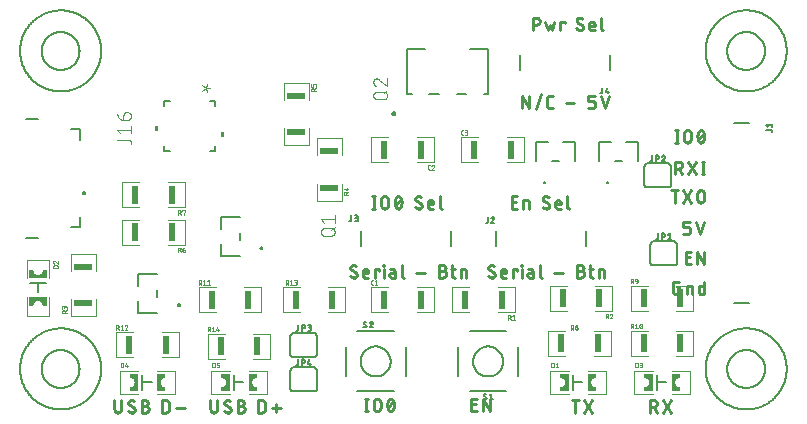
<source format=gbr>
G04 EAGLE Gerber RS-274X export*
G75*
%MOMM*%
%FSLAX34Y34*%
%LPD*%
%INSilkscreen Top*%
%IPPOS*%
%AMOC8*
5,1,8,0,0,1.08239X$1,22.5*%
G01*
%ADD10C,0.228600*%
%ADD11C,0.152400*%
%ADD12C,0.203200*%
%ADD13C,0.100000*%
%ADD14R,0.500000X1.600000*%
%ADD15R,3.600000X0.100000*%
%ADD16C,0.025400*%
%ADD17R,0.100000X1.700000*%
%ADD18C,0.200000*%
%ADD19R,1.600000X0.500000*%
%ADD20R,0.100000X3.600000*%
%ADD21C,0.127000*%
%ADD22C,0.076200*%
%ADD23C,0.101600*%
%ADD24R,1.700000X0.100000*%

G36*
X17595Y94219D02*
X17595Y94219D01*
X17596Y94229D01*
X17597Y94234D01*
X17597Y94239D01*
X17598Y94244D01*
X17598Y94249D01*
X17599Y94254D01*
X17599Y94259D01*
X17600Y94264D01*
X17601Y94269D01*
X17603Y94289D01*
X17603Y94294D01*
X17604Y94299D01*
X17604Y94304D01*
X17605Y94309D01*
X17606Y94314D01*
X17606Y94319D01*
X17607Y94324D01*
X17609Y94349D01*
X17610Y94349D01*
X17609Y94349D01*
X17610Y94353D01*
X17610Y94354D01*
X17611Y94358D01*
X17611Y94359D01*
X17611Y94363D01*
X17612Y94368D01*
X17612Y94373D01*
X17613Y94378D01*
X17613Y94383D01*
X17616Y94403D01*
X17616Y94408D01*
X17617Y94413D01*
X17617Y94418D01*
X17618Y94423D01*
X17618Y94428D01*
X17619Y94433D01*
X17620Y94438D01*
X17622Y94463D01*
X17623Y94468D01*
X17623Y94473D01*
X17624Y94473D01*
X17623Y94473D01*
X17624Y94478D01*
X17625Y94483D01*
X17625Y94488D01*
X17626Y94493D01*
X17626Y94498D01*
X17629Y94517D01*
X17629Y94518D01*
X17629Y94522D01*
X17630Y94527D01*
X17630Y94532D01*
X17631Y94537D01*
X17631Y94542D01*
X17632Y94547D01*
X17632Y94552D01*
X17633Y94557D01*
X17635Y94577D01*
X17636Y94582D01*
X17636Y94587D01*
X17637Y94592D01*
X17637Y94597D01*
X17638Y94597D01*
X17637Y94597D01*
X17638Y94602D01*
X17639Y94607D01*
X17639Y94612D01*
X17641Y94632D01*
X17642Y94637D01*
X17643Y94642D01*
X17643Y94647D01*
X17644Y94652D01*
X17644Y94657D01*
X17645Y94662D01*
X17645Y94667D01*
X17646Y94671D01*
X17646Y94672D01*
X17648Y94691D01*
X17649Y94696D01*
X17649Y94701D01*
X17650Y94706D01*
X17650Y94711D01*
X17651Y94716D01*
X17651Y94721D01*
X17652Y94721D01*
X17651Y94721D01*
X17652Y94726D01*
X17654Y94746D01*
X17655Y94751D01*
X17655Y94756D01*
X17656Y94761D01*
X17657Y94766D01*
X17657Y94771D01*
X17658Y94776D01*
X17658Y94781D01*
X17659Y94786D01*
X17661Y94806D01*
X17662Y94811D01*
X17662Y94816D01*
X17663Y94821D01*
X17663Y94826D01*
X17664Y94830D01*
X17664Y94831D01*
X17664Y94835D01*
X17664Y94836D01*
X17665Y94840D01*
X17668Y94865D01*
X17668Y94870D01*
X17669Y94875D01*
X17669Y94880D01*
X17670Y94885D01*
X17671Y94890D01*
X17671Y94895D01*
X17672Y94900D01*
X17674Y94920D01*
X17674Y94925D01*
X17675Y94930D01*
X17676Y94935D01*
X17676Y94940D01*
X17677Y94945D01*
X17677Y94950D01*
X17678Y94955D01*
X17678Y94960D01*
X17681Y94980D01*
X17681Y94985D01*
X17682Y94989D01*
X17682Y94990D01*
X17682Y94994D01*
X17682Y94995D01*
X17683Y94999D01*
X17683Y95004D01*
X17684Y95009D01*
X17685Y95014D01*
X17687Y95034D01*
X17687Y95039D01*
X17688Y95044D01*
X17688Y95049D01*
X17689Y95054D01*
X17690Y95059D01*
X17690Y95064D01*
X17691Y95069D01*
X17691Y95074D01*
X17693Y95094D01*
X17694Y95099D01*
X17695Y95104D01*
X17695Y95109D01*
X17991Y95953D01*
X18467Y96711D01*
X19099Y97343D01*
X19857Y97819D01*
X20701Y98115D01*
X21590Y98215D01*
X22479Y98115D01*
X23323Y97819D01*
X24081Y97343D01*
X24713Y96711D01*
X25189Y95953D01*
X25485Y95109D01*
X25585Y94219D01*
X25590Y94215D01*
X29090Y94215D01*
X29095Y94219D01*
X29095Y94220D01*
X29095Y101220D01*
X29091Y101225D01*
X29090Y101225D01*
X14090Y101225D01*
X14085Y101221D01*
X14085Y101220D01*
X14085Y94220D01*
X14089Y94215D01*
X14090Y94215D01*
X17590Y94215D01*
X17595Y94219D01*
G37*
G36*
X541915Y21709D02*
X541915Y21709D01*
X541915Y21710D01*
X541915Y36710D01*
X541911Y36715D01*
X541910Y36715D01*
X534910Y36715D01*
X534905Y36711D01*
X534905Y36710D01*
X534905Y33210D01*
X534909Y33205D01*
X535799Y33105D01*
X536643Y32809D01*
X537401Y32333D01*
X538033Y31701D01*
X538509Y30943D01*
X538805Y30099D01*
X538905Y29210D01*
X538904Y29199D01*
X538904Y29198D01*
X538903Y29194D01*
X538903Y29189D01*
X538902Y29184D01*
X538901Y29179D01*
X538901Y29174D01*
X538900Y29169D01*
X538900Y29164D01*
X538899Y29159D01*
X538897Y29139D01*
X538896Y29134D01*
X538896Y29129D01*
X538895Y29124D01*
X538895Y29119D01*
X538894Y29114D01*
X538894Y29109D01*
X538893Y29104D01*
X538891Y29084D01*
X538890Y29079D01*
X538890Y29074D01*
X538889Y29069D01*
X538889Y29064D01*
X538888Y29059D01*
X538887Y29054D01*
X538887Y29049D01*
X538886Y29045D01*
X538886Y29044D01*
X538884Y29025D01*
X538884Y29020D01*
X538883Y29015D01*
X538882Y29010D01*
X538882Y29005D01*
X538881Y29000D01*
X538881Y28995D01*
X538880Y28990D01*
X538877Y28965D01*
X538877Y28960D01*
X538876Y28955D01*
X538876Y28950D01*
X538875Y28945D01*
X538875Y28940D01*
X538874Y28935D01*
X538873Y28930D01*
X538871Y28910D01*
X538871Y28905D01*
X538870Y28900D01*
X538870Y28895D01*
X538869Y28890D01*
X538868Y28886D01*
X538868Y28885D01*
X538868Y28881D01*
X538868Y28880D01*
X538867Y28876D01*
X538867Y28871D01*
X538865Y28851D01*
X538864Y28846D01*
X538863Y28841D01*
X538863Y28836D01*
X538862Y28831D01*
X538862Y28826D01*
X538861Y28821D01*
X538861Y28816D01*
X538858Y28796D01*
X538858Y28791D01*
X538857Y28786D01*
X538857Y28781D01*
X538856Y28776D01*
X538856Y28771D01*
X538855Y28766D01*
X538854Y28761D01*
X538854Y28756D01*
X538852Y28736D01*
X538851Y28731D01*
X538851Y28727D01*
X538851Y28726D01*
X538850Y28722D01*
X538850Y28721D01*
X538849Y28717D01*
X538849Y28712D01*
X538848Y28707D01*
X538848Y28702D01*
X538846Y28682D01*
X538845Y28682D01*
X538845Y28677D01*
X538844Y28672D01*
X538844Y28667D01*
X538843Y28662D01*
X538843Y28657D01*
X538842Y28652D01*
X538842Y28647D01*
X538841Y28642D01*
X538839Y28622D01*
X538838Y28617D01*
X538838Y28612D01*
X538837Y28607D01*
X538837Y28602D01*
X538836Y28597D01*
X538835Y28592D01*
X538835Y28587D01*
X538832Y28563D01*
X538832Y28562D01*
X538832Y28558D01*
X538831Y28558D01*
X538832Y28558D01*
X538831Y28553D01*
X538830Y28548D01*
X538830Y28543D01*
X538829Y28538D01*
X538829Y28533D01*
X538828Y28528D01*
X538826Y28508D01*
X538825Y28503D01*
X538825Y28498D01*
X538824Y28493D01*
X538824Y28488D01*
X538823Y28483D01*
X538823Y28478D01*
X538822Y28473D01*
X538821Y28468D01*
X538819Y28448D01*
X538819Y28443D01*
X538818Y28438D01*
X538818Y28433D01*
X538817Y28433D01*
X538818Y28433D01*
X538817Y28428D01*
X538816Y28423D01*
X538816Y28418D01*
X538815Y28413D01*
X538813Y28394D01*
X538812Y28389D01*
X538812Y28384D01*
X538811Y28379D01*
X538811Y28374D01*
X538810Y28369D01*
X538810Y28364D01*
X538809Y28359D01*
X538809Y28354D01*
X538806Y28334D01*
X538806Y28329D01*
X538805Y28324D01*
X538805Y28321D01*
X538509Y27477D01*
X538033Y26719D01*
X537401Y26087D01*
X536643Y25611D01*
X535799Y25315D01*
X535642Y25297D01*
X535509Y25283D01*
X535333Y25263D01*
X535024Y25228D01*
X534909Y25215D01*
X534905Y25210D01*
X534905Y21710D01*
X534909Y21705D01*
X534910Y21705D01*
X541910Y21705D01*
X541915Y21709D01*
G37*
G36*
X106305Y21709D02*
X106305Y21709D01*
X106305Y21710D01*
X106305Y36710D01*
X106301Y36715D01*
X106300Y36715D01*
X99300Y36715D01*
X99295Y36711D01*
X99295Y36710D01*
X99295Y33210D01*
X99299Y33205D01*
X100189Y33105D01*
X101033Y32809D01*
X101791Y32333D01*
X102423Y31701D01*
X102899Y30943D01*
X103195Y30099D01*
X103295Y29210D01*
X103294Y29199D01*
X103294Y29198D01*
X103293Y29194D01*
X103293Y29189D01*
X103292Y29184D01*
X103291Y29179D01*
X103291Y29174D01*
X103290Y29169D01*
X103290Y29164D01*
X103289Y29159D01*
X103287Y29139D01*
X103286Y29134D01*
X103286Y29129D01*
X103285Y29124D01*
X103285Y29119D01*
X103284Y29114D01*
X103284Y29109D01*
X103283Y29104D01*
X103281Y29084D01*
X103280Y29079D01*
X103280Y29074D01*
X103279Y29069D01*
X103279Y29064D01*
X103278Y29059D01*
X103277Y29054D01*
X103277Y29049D01*
X103276Y29045D01*
X103276Y29044D01*
X103274Y29025D01*
X103274Y29020D01*
X103273Y29015D01*
X103272Y29010D01*
X103272Y29005D01*
X103271Y29000D01*
X103271Y28995D01*
X103270Y28990D01*
X103267Y28965D01*
X103267Y28960D01*
X103266Y28955D01*
X103266Y28950D01*
X103265Y28945D01*
X103265Y28940D01*
X103264Y28935D01*
X103263Y28930D01*
X103261Y28910D01*
X103261Y28905D01*
X103260Y28900D01*
X103260Y28895D01*
X103259Y28890D01*
X103258Y28886D01*
X103258Y28885D01*
X103258Y28881D01*
X103258Y28880D01*
X103257Y28876D01*
X103257Y28871D01*
X103255Y28851D01*
X103254Y28846D01*
X103253Y28841D01*
X103253Y28836D01*
X103252Y28831D01*
X103252Y28826D01*
X103251Y28821D01*
X103251Y28816D01*
X103248Y28796D01*
X103248Y28791D01*
X103247Y28786D01*
X103247Y28781D01*
X103246Y28776D01*
X103246Y28771D01*
X103245Y28766D01*
X103244Y28761D01*
X103244Y28756D01*
X103242Y28736D01*
X103241Y28731D01*
X103241Y28727D01*
X103241Y28726D01*
X103240Y28722D01*
X103240Y28721D01*
X103239Y28717D01*
X103239Y28712D01*
X103238Y28707D01*
X103238Y28702D01*
X103236Y28682D01*
X103235Y28682D01*
X103235Y28677D01*
X103234Y28672D01*
X103234Y28667D01*
X103233Y28662D01*
X103233Y28657D01*
X103232Y28652D01*
X103232Y28647D01*
X103231Y28642D01*
X103229Y28622D01*
X103228Y28617D01*
X103228Y28612D01*
X103227Y28607D01*
X103227Y28602D01*
X103226Y28597D01*
X103225Y28592D01*
X103225Y28587D01*
X103222Y28563D01*
X103222Y28562D01*
X103222Y28558D01*
X103221Y28558D01*
X103222Y28558D01*
X103221Y28553D01*
X103220Y28548D01*
X103220Y28543D01*
X103219Y28538D01*
X103219Y28533D01*
X103218Y28528D01*
X103216Y28508D01*
X103215Y28503D01*
X103215Y28498D01*
X103214Y28493D01*
X103214Y28488D01*
X103213Y28483D01*
X103213Y28478D01*
X103212Y28473D01*
X103211Y28468D01*
X103209Y28448D01*
X103209Y28443D01*
X103208Y28438D01*
X103208Y28433D01*
X103207Y28433D01*
X103208Y28433D01*
X103207Y28428D01*
X103206Y28423D01*
X103206Y28418D01*
X103205Y28413D01*
X103203Y28394D01*
X103202Y28389D01*
X103202Y28384D01*
X103201Y28379D01*
X103201Y28374D01*
X103200Y28369D01*
X103200Y28364D01*
X103199Y28359D01*
X103199Y28354D01*
X103196Y28334D01*
X103196Y28329D01*
X103195Y28324D01*
X103195Y28321D01*
X102899Y27477D01*
X102423Y26719D01*
X101791Y26087D01*
X101033Y25611D01*
X100189Y25315D01*
X100032Y25297D01*
X99899Y25283D01*
X99723Y25263D01*
X99414Y25228D01*
X99299Y25215D01*
X99295Y25210D01*
X99295Y21710D01*
X99299Y21705D01*
X99300Y21705D01*
X106300Y21705D01*
X106305Y21709D01*
G37*
G36*
X183775Y21709D02*
X183775Y21709D01*
X183775Y21710D01*
X183775Y36710D01*
X183771Y36715D01*
X183770Y36715D01*
X176770Y36715D01*
X176765Y36711D01*
X176765Y36710D01*
X176765Y33210D01*
X176769Y33205D01*
X177659Y33105D01*
X178503Y32809D01*
X179261Y32333D01*
X179893Y31701D01*
X180369Y30943D01*
X180665Y30099D01*
X180765Y29210D01*
X180764Y29199D01*
X180764Y29198D01*
X180763Y29194D01*
X180763Y29189D01*
X180762Y29184D01*
X180761Y29179D01*
X180761Y29174D01*
X180760Y29169D01*
X180760Y29164D01*
X180759Y29159D01*
X180757Y29139D01*
X180756Y29134D01*
X180756Y29129D01*
X180755Y29124D01*
X180755Y29119D01*
X180754Y29114D01*
X180754Y29109D01*
X180753Y29104D01*
X180751Y29084D01*
X180750Y29079D01*
X180750Y29074D01*
X180749Y29069D01*
X180749Y29064D01*
X180748Y29059D01*
X180747Y29054D01*
X180747Y29049D01*
X180746Y29045D01*
X180746Y29044D01*
X180744Y29025D01*
X180744Y29020D01*
X180743Y29015D01*
X180742Y29010D01*
X180742Y29005D01*
X180741Y29000D01*
X180741Y28995D01*
X180740Y28990D01*
X180737Y28965D01*
X180737Y28960D01*
X180736Y28955D01*
X180736Y28950D01*
X180735Y28945D01*
X180735Y28940D01*
X180734Y28935D01*
X180733Y28930D01*
X180731Y28910D01*
X180731Y28905D01*
X180730Y28900D01*
X180730Y28895D01*
X180729Y28890D01*
X180728Y28886D01*
X180728Y28885D01*
X180728Y28881D01*
X180728Y28880D01*
X180727Y28876D01*
X180727Y28871D01*
X180725Y28851D01*
X180724Y28846D01*
X180723Y28841D01*
X180723Y28836D01*
X180722Y28831D01*
X180722Y28826D01*
X180721Y28821D01*
X180721Y28816D01*
X180718Y28796D01*
X180718Y28791D01*
X180717Y28786D01*
X180717Y28781D01*
X180716Y28776D01*
X180716Y28771D01*
X180715Y28766D01*
X180714Y28761D01*
X180714Y28756D01*
X180712Y28736D01*
X180711Y28731D01*
X180711Y28727D01*
X180711Y28726D01*
X180710Y28722D01*
X180710Y28721D01*
X180709Y28717D01*
X180709Y28712D01*
X180708Y28707D01*
X180708Y28702D01*
X180706Y28682D01*
X180705Y28682D01*
X180705Y28677D01*
X180704Y28672D01*
X180704Y28667D01*
X180703Y28662D01*
X180703Y28657D01*
X180702Y28652D01*
X180702Y28647D01*
X180701Y28642D01*
X180699Y28622D01*
X180698Y28617D01*
X180698Y28612D01*
X180697Y28607D01*
X180697Y28602D01*
X180696Y28597D01*
X180695Y28592D01*
X180695Y28587D01*
X180692Y28563D01*
X180692Y28562D01*
X180692Y28558D01*
X180691Y28558D01*
X180692Y28558D01*
X180691Y28553D01*
X180690Y28548D01*
X180690Y28543D01*
X180689Y28538D01*
X180689Y28533D01*
X180688Y28528D01*
X180686Y28508D01*
X180685Y28503D01*
X180685Y28498D01*
X180684Y28493D01*
X180684Y28488D01*
X180683Y28483D01*
X180683Y28478D01*
X180682Y28473D01*
X180681Y28468D01*
X180679Y28448D01*
X180679Y28443D01*
X180678Y28438D01*
X180678Y28433D01*
X180677Y28433D01*
X180678Y28433D01*
X180677Y28428D01*
X180676Y28423D01*
X180676Y28418D01*
X180675Y28413D01*
X180673Y28394D01*
X180672Y28389D01*
X180672Y28384D01*
X180671Y28379D01*
X180671Y28374D01*
X180670Y28369D01*
X180670Y28364D01*
X180669Y28359D01*
X180669Y28354D01*
X180666Y28334D01*
X180666Y28329D01*
X180665Y28324D01*
X180665Y28321D01*
X180369Y27477D01*
X179893Y26719D01*
X179261Y26087D01*
X178503Y25611D01*
X177659Y25315D01*
X177502Y25297D01*
X177369Y25283D01*
X177193Y25263D01*
X176884Y25228D01*
X176769Y25215D01*
X176765Y25210D01*
X176765Y21710D01*
X176769Y21705D01*
X176770Y21705D01*
X183770Y21705D01*
X183775Y21709D01*
G37*
G36*
X470795Y21709D02*
X470795Y21709D01*
X470795Y21710D01*
X470795Y36710D01*
X470791Y36715D01*
X470790Y36715D01*
X463790Y36715D01*
X463785Y36711D01*
X463785Y36710D01*
X463785Y33210D01*
X463789Y33205D01*
X464679Y33105D01*
X465523Y32809D01*
X466281Y32333D01*
X466913Y31701D01*
X467389Y30943D01*
X467685Y30099D01*
X467785Y29210D01*
X467784Y29199D01*
X467784Y29198D01*
X467783Y29194D01*
X467783Y29189D01*
X467782Y29184D01*
X467781Y29179D01*
X467781Y29174D01*
X467780Y29169D01*
X467780Y29164D01*
X467779Y29159D01*
X467777Y29139D01*
X467776Y29134D01*
X467776Y29129D01*
X467775Y29124D01*
X467775Y29119D01*
X467774Y29114D01*
X467774Y29109D01*
X467773Y29104D01*
X467771Y29084D01*
X467770Y29079D01*
X467770Y29074D01*
X467769Y29069D01*
X467769Y29064D01*
X467768Y29059D01*
X467767Y29054D01*
X467767Y29049D01*
X467766Y29045D01*
X467766Y29044D01*
X467764Y29025D01*
X467764Y29020D01*
X467763Y29015D01*
X467762Y29010D01*
X467762Y29005D01*
X467761Y29000D01*
X467761Y28995D01*
X467760Y28990D01*
X467757Y28965D01*
X467757Y28960D01*
X467756Y28955D01*
X467756Y28950D01*
X467755Y28945D01*
X467755Y28940D01*
X467754Y28935D01*
X467753Y28930D01*
X467751Y28910D01*
X467751Y28905D01*
X467750Y28900D01*
X467750Y28895D01*
X467749Y28890D01*
X467748Y28886D01*
X467748Y28885D01*
X467748Y28881D01*
X467748Y28880D01*
X467747Y28876D01*
X467747Y28871D01*
X467745Y28851D01*
X467744Y28846D01*
X467743Y28841D01*
X467743Y28836D01*
X467742Y28831D01*
X467742Y28826D01*
X467741Y28821D01*
X467741Y28816D01*
X467738Y28796D01*
X467738Y28791D01*
X467737Y28786D01*
X467737Y28781D01*
X467736Y28776D01*
X467736Y28771D01*
X467735Y28766D01*
X467734Y28761D01*
X467734Y28756D01*
X467732Y28736D01*
X467731Y28731D01*
X467731Y28727D01*
X467731Y28726D01*
X467730Y28722D01*
X467730Y28721D01*
X467729Y28717D01*
X467729Y28712D01*
X467728Y28707D01*
X467728Y28702D01*
X467726Y28682D01*
X467725Y28682D01*
X467725Y28677D01*
X467724Y28672D01*
X467724Y28667D01*
X467723Y28662D01*
X467723Y28657D01*
X467722Y28652D01*
X467722Y28647D01*
X467721Y28642D01*
X467719Y28622D01*
X467718Y28617D01*
X467718Y28612D01*
X467717Y28607D01*
X467717Y28602D01*
X467716Y28597D01*
X467715Y28592D01*
X467715Y28587D01*
X467712Y28563D01*
X467712Y28562D01*
X467712Y28558D01*
X467711Y28558D01*
X467712Y28558D01*
X467711Y28553D01*
X467710Y28548D01*
X467710Y28543D01*
X467709Y28538D01*
X467709Y28533D01*
X467708Y28528D01*
X467706Y28508D01*
X467705Y28503D01*
X467705Y28498D01*
X467704Y28493D01*
X467704Y28488D01*
X467703Y28483D01*
X467703Y28478D01*
X467702Y28473D01*
X467701Y28468D01*
X467699Y28448D01*
X467699Y28443D01*
X467698Y28438D01*
X467698Y28433D01*
X467697Y28433D01*
X467698Y28433D01*
X467697Y28428D01*
X467696Y28423D01*
X467696Y28418D01*
X467695Y28413D01*
X467693Y28394D01*
X467692Y28389D01*
X467692Y28384D01*
X467691Y28379D01*
X467691Y28374D01*
X467690Y28369D01*
X467690Y28364D01*
X467689Y28359D01*
X467689Y28354D01*
X467686Y28334D01*
X467686Y28329D01*
X467685Y28324D01*
X467685Y28321D01*
X467389Y27477D01*
X466913Y26719D01*
X466281Y26087D01*
X465523Y25611D01*
X464679Y25315D01*
X464522Y25297D01*
X464389Y25283D01*
X464213Y25263D01*
X463904Y25228D01*
X463789Y25215D01*
X463785Y25210D01*
X463785Y21710D01*
X463789Y21705D01*
X463790Y21705D01*
X470790Y21705D01*
X470795Y21709D01*
G37*
G36*
X493795Y21709D02*
X493795Y21709D01*
X493795Y21710D01*
X493795Y25210D01*
X493791Y25215D01*
X492901Y25315D01*
X492057Y25611D01*
X491299Y26087D01*
X490667Y26719D01*
X490191Y27477D01*
X489895Y28321D01*
X489795Y29210D01*
X489795Y29212D01*
X489797Y29232D01*
X489798Y29232D01*
X489798Y29237D01*
X489799Y29242D01*
X489799Y29247D01*
X489800Y29252D01*
X489800Y29257D01*
X489801Y29262D01*
X489801Y29267D01*
X489804Y29292D01*
X489805Y29297D01*
X489805Y29302D01*
X489806Y29307D01*
X489806Y29312D01*
X489807Y29316D01*
X489807Y29317D01*
X489808Y29321D01*
X489808Y29322D01*
X489808Y29326D01*
X489810Y29346D01*
X489811Y29351D01*
X489811Y29356D01*
X489812Y29356D01*
X489811Y29356D01*
X489812Y29361D01*
X489813Y29366D01*
X489813Y29371D01*
X489814Y29376D01*
X489814Y29381D01*
X489815Y29386D01*
X489817Y29406D01*
X489818Y29411D01*
X489818Y29416D01*
X489819Y29421D01*
X489819Y29426D01*
X489820Y29431D01*
X489820Y29436D01*
X489821Y29441D01*
X489823Y29461D01*
X489824Y29466D01*
X489824Y29471D01*
X489825Y29475D01*
X489825Y29476D01*
X489825Y29480D01*
X489826Y29480D01*
X489825Y29481D01*
X489826Y29485D01*
X489827Y29490D01*
X489827Y29495D01*
X489828Y29500D01*
X489830Y29520D01*
X489831Y29525D01*
X489831Y29530D01*
X489832Y29535D01*
X489832Y29540D01*
X489833Y29545D01*
X489833Y29550D01*
X489834Y29555D01*
X489836Y29575D01*
X489837Y29580D01*
X489837Y29585D01*
X489838Y29590D01*
X489838Y29595D01*
X489839Y29600D01*
X489839Y29605D01*
X489840Y29605D01*
X489839Y29605D01*
X489840Y29610D01*
X489841Y29615D01*
X489843Y29634D01*
X489843Y29635D01*
X489843Y29639D01*
X489843Y29640D01*
X489844Y29644D01*
X489845Y29649D01*
X489845Y29654D01*
X489846Y29659D01*
X489846Y29664D01*
X489847Y29669D01*
X489850Y29694D01*
X489850Y29699D01*
X489851Y29704D01*
X489851Y29709D01*
X489852Y29714D01*
X489852Y29719D01*
X489853Y29724D01*
X489853Y29729D01*
X489854Y29729D01*
X489853Y29729D01*
X489856Y29749D01*
X489856Y29754D01*
X489857Y29759D01*
X489857Y29764D01*
X489858Y29769D01*
X489859Y29774D01*
X489859Y29779D01*
X489860Y29784D01*
X489862Y29808D01*
X489863Y29813D01*
X489864Y29818D01*
X489864Y29823D01*
X489865Y29828D01*
X489865Y29833D01*
X489866Y29838D01*
X489866Y29843D01*
X489869Y29863D01*
X489869Y29868D01*
X489870Y29873D01*
X489870Y29878D01*
X489871Y29883D01*
X489871Y29888D01*
X489872Y29893D01*
X489873Y29898D01*
X489873Y29903D01*
X489875Y29923D01*
X489876Y29928D01*
X489876Y29933D01*
X489877Y29938D01*
X489878Y29943D01*
X489878Y29948D01*
X489879Y29952D01*
X489879Y29953D01*
X489879Y29957D01*
X489879Y29958D01*
X489881Y29977D01*
X489882Y29982D01*
X489883Y29987D01*
X489883Y29992D01*
X489884Y29997D01*
X489884Y30002D01*
X489885Y30007D01*
X489885Y30012D01*
X489886Y30017D01*
X489888Y30037D01*
X489889Y30042D01*
X489889Y30047D01*
X489890Y30052D01*
X489890Y30057D01*
X489891Y30062D01*
X489892Y30067D01*
X489892Y30072D01*
X489894Y30092D01*
X489895Y30097D01*
X489895Y30099D01*
X490191Y30943D01*
X490667Y31701D01*
X491299Y32333D01*
X492057Y32809D01*
X492901Y33105D01*
X493791Y33205D01*
X493795Y33210D01*
X493795Y36710D01*
X493791Y36715D01*
X493790Y36715D01*
X486790Y36715D01*
X486785Y36711D01*
X486785Y36710D01*
X486785Y21710D01*
X486789Y21705D01*
X486790Y21705D01*
X493790Y21705D01*
X493795Y21709D01*
G37*
G36*
X564915Y21709D02*
X564915Y21709D01*
X564915Y21710D01*
X564915Y25210D01*
X564911Y25215D01*
X564021Y25315D01*
X563177Y25611D01*
X562419Y26087D01*
X561787Y26719D01*
X561311Y27477D01*
X561015Y28321D01*
X560915Y29210D01*
X560915Y29212D01*
X560917Y29232D01*
X560918Y29232D01*
X560918Y29237D01*
X560919Y29242D01*
X560919Y29247D01*
X560920Y29252D01*
X560920Y29257D01*
X560921Y29262D01*
X560921Y29267D01*
X560924Y29292D01*
X560925Y29297D01*
X560925Y29302D01*
X560926Y29307D01*
X560926Y29312D01*
X560927Y29316D01*
X560927Y29317D01*
X560928Y29321D01*
X560928Y29322D01*
X560928Y29326D01*
X560930Y29346D01*
X560931Y29351D01*
X560931Y29356D01*
X560932Y29356D01*
X560931Y29356D01*
X560932Y29361D01*
X560933Y29366D01*
X560933Y29371D01*
X560934Y29376D01*
X560934Y29381D01*
X560935Y29386D01*
X560937Y29406D01*
X560938Y29411D01*
X560938Y29416D01*
X560939Y29421D01*
X560939Y29426D01*
X560940Y29431D01*
X560940Y29436D01*
X560941Y29441D01*
X560943Y29461D01*
X560944Y29466D01*
X560944Y29471D01*
X560945Y29475D01*
X560945Y29476D01*
X560945Y29480D01*
X560946Y29480D01*
X560945Y29481D01*
X560946Y29485D01*
X560947Y29490D01*
X560947Y29495D01*
X560948Y29500D01*
X560950Y29520D01*
X560951Y29525D01*
X560951Y29530D01*
X560952Y29535D01*
X560952Y29540D01*
X560953Y29545D01*
X560953Y29550D01*
X560954Y29555D01*
X560956Y29575D01*
X560957Y29580D01*
X560957Y29585D01*
X560958Y29590D01*
X560958Y29595D01*
X560959Y29600D01*
X560959Y29605D01*
X560960Y29605D01*
X560959Y29605D01*
X560960Y29610D01*
X560961Y29615D01*
X560963Y29634D01*
X560963Y29635D01*
X560963Y29639D01*
X560963Y29640D01*
X560964Y29644D01*
X560965Y29649D01*
X560965Y29654D01*
X560966Y29659D01*
X560966Y29664D01*
X560967Y29669D01*
X560970Y29694D01*
X560970Y29699D01*
X560971Y29704D01*
X560971Y29709D01*
X560972Y29714D01*
X560972Y29719D01*
X560973Y29724D01*
X560973Y29729D01*
X560974Y29729D01*
X560973Y29729D01*
X560976Y29749D01*
X560976Y29754D01*
X560977Y29759D01*
X560977Y29764D01*
X560978Y29769D01*
X560979Y29774D01*
X560979Y29779D01*
X560980Y29784D01*
X560982Y29808D01*
X560983Y29813D01*
X560984Y29818D01*
X560984Y29823D01*
X560985Y29828D01*
X560985Y29833D01*
X560986Y29838D01*
X560986Y29843D01*
X560989Y29863D01*
X560989Y29868D01*
X560990Y29873D01*
X560990Y29878D01*
X560991Y29883D01*
X560991Y29888D01*
X560992Y29893D01*
X560993Y29898D01*
X560993Y29903D01*
X560995Y29923D01*
X560996Y29928D01*
X560996Y29933D01*
X560997Y29938D01*
X560998Y29943D01*
X560998Y29948D01*
X560999Y29952D01*
X560999Y29953D01*
X560999Y29957D01*
X560999Y29958D01*
X561001Y29977D01*
X561002Y29982D01*
X561003Y29987D01*
X561003Y29992D01*
X561004Y29997D01*
X561004Y30002D01*
X561005Y30007D01*
X561005Y30012D01*
X561006Y30017D01*
X561008Y30037D01*
X561009Y30042D01*
X561009Y30047D01*
X561010Y30052D01*
X561010Y30057D01*
X561011Y30062D01*
X561012Y30067D01*
X561012Y30072D01*
X561014Y30092D01*
X561015Y30097D01*
X561015Y30099D01*
X561311Y30943D01*
X561787Y31701D01*
X562419Y32333D01*
X563177Y32809D01*
X564021Y33105D01*
X564911Y33205D01*
X564915Y33210D01*
X564915Y36710D01*
X564911Y36715D01*
X564910Y36715D01*
X557910Y36715D01*
X557905Y36711D01*
X557905Y36710D01*
X557905Y21710D01*
X557909Y21705D01*
X557910Y21705D01*
X564910Y21705D01*
X564915Y21709D01*
G37*
G36*
X206775Y21709D02*
X206775Y21709D01*
X206775Y21710D01*
X206775Y25210D01*
X206771Y25215D01*
X205881Y25315D01*
X205037Y25611D01*
X204279Y26087D01*
X203647Y26719D01*
X203171Y27477D01*
X202875Y28321D01*
X202775Y29210D01*
X202775Y29212D01*
X202777Y29232D01*
X202778Y29232D01*
X202778Y29237D01*
X202779Y29242D01*
X202779Y29247D01*
X202780Y29252D01*
X202780Y29257D01*
X202781Y29262D01*
X202781Y29267D01*
X202784Y29292D01*
X202785Y29297D01*
X202785Y29302D01*
X202786Y29307D01*
X202786Y29312D01*
X202787Y29316D01*
X202787Y29317D01*
X202788Y29321D01*
X202788Y29322D01*
X202788Y29326D01*
X202790Y29346D01*
X202791Y29351D01*
X202791Y29356D01*
X202792Y29356D01*
X202791Y29356D01*
X202792Y29361D01*
X202793Y29366D01*
X202793Y29371D01*
X202794Y29376D01*
X202794Y29381D01*
X202795Y29386D01*
X202797Y29406D01*
X202798Y29411D01*
X202798Y29416D01*
X202799Y29421D01*
X202799Y29426D01*
X202800Y29431D01*
X202800Y29436D01*
X202801Y29441D01*
X202803Y29461D01*
X202804Y29466D01*
X202804Y29471D01*
X202805Y29475D01*
X202805Y29476D01*
X202805Y29480D01*
X202806Y29480D01*
X202805Y29481D01*
X202806Y29485D01*
X202807Y29490D01*
X202807Y29495D01*
X202808Y29500D01*
X202810Y29520D01*
X202811Y29525D01*
X202811Y29530D01*
X202812Y29535D01*
X202812Y29540D01*
X202813Y29545D01*
X202813Y29550D01*
X202814Y29555D01*
X202816Y29575D01*
X202817Y29580D01*
X202817Y29585D01*
X202818Y29590D01*
X202818Y29595D01*
X202819Y29600D01*
X202819Y29605D01*
X202820Y29605D01*
X202819Y29605D01*
X202820Y29610D01*
X202821Y29615D01*
X202823Y29634D01*
X202823Y29635D01*
X202823Y29639D01*
X202823Y29640D01*
X202824Y29644D01*
X202825Y29649D01*
X202825Y29654D01*
X202826Y29659D01*
X202826Y29664D01*
X202827Y29669D01*
X202830Y29694D01*
X202830Y29699D01*
X202831Y29704D01*
X202831Y29709D01*
X202832Y29714D01*
X202832Y29719D01*
X202833Y29724D01*
X202833Y29729D01*
X202834Y29729D01*
X202833Y29729D01*
X202836Y29749D01*
X202836Y29754D01*
X202837Y29759D01*
X202837Y29764D01*
X202838Y29769D01*
X202839Y29774D01*
X202839Y29779D01*
X202840Y29784D01*
X202842Y29808D01*
X202843Y29813D01*
X202844Y29818D01*
X202844Y29823D01*
X202845Y29828D01*
X202845Y29833D01*
X202846Y29838D01*
X202846Y29843D01*
X202849Y29863D01*
X202849Y29868D01*
X202850Y29873D01*
X202850Y29878D01*
X202851Y29883D01*
X202851Y29888D01*
X202852Y29893D01*
X202853Y29898D01*
X202853Y29903D01*
X202855Y29923D01*
X202856Y29928D01*
X202856Y29933D01*
X202857Y29938D01*
X202858Y29943D01*
X202858Y29948D01*
X202859Y29952D01*
X202859Y29953D01*
X202859Y29957D01*
X202859Y29958D01*
X202861Y29977D01*
X202862Y29982D01*
X202863Y29987D01*
X202863Y29992D01*
X202864Y29997D01*
X202864Y30002D01*
X202865Y30007D01*
X202865Y30012D01*
X202866Y30017D01*
X202868Y30037D01*
X202869Y30042D01*
X202869Y30047D01*
X202870Y30052D01*
X202870Y30057D01*
X202871Y30062D01*
X202872Y30067D01*
X202872Y30072D01*
X202874Y30092D01*
X202875Y30097D01*
X202875Y30099D01*
X203171Y30943D01*
X203647Y31701D01*
X204279Y32333D01*
X205037Y32809D01*
X205881Y33105D01*
X206771Y33205D01*
X206775Y33210D01*
X206775Y36710D01*
X206771Y36715D01*
X206770Y36715D01*
X199770Y36715D01*
X199765Y36711D01*
X199765Y36710D01*
X199765Y21710D01*
X199769Y21705D01*
X199770Y21705D01*
X206770Y21705D01*
X206775Y21709D01*
G37*
G36*
X129305Y21709D02*
X129305Y21709D01*
X129305Y21710D01*
X129305Y25210D01*
X129301Y25215D01*
X128411Y25315D01*
X127567Y25611D01*
X126809Y26087D01*
X126177Y26719D01*
X125701Y27477D01*
X125405Y28321D01*
X125305Y29210D01*
X125305Y29212D01*
X125307Y29232D01*
X125308Y29232D01*
X125308Y29237D01*
X125309Y29242D01*
X125309Y29247D01*
X125310Y29252D01*
X125310Y29257D01*
X125311Y29262D01*
X125311Y29267D01*
X125314Y29292D01*
X125315Y29297D01*
X125315Y29302D01*
X125316Y29307D01*
X125316Y29312D01*
X125317Y29316D01*
X125317Y29317D01*
X125318Y29321D01*
X125318Y29322D01*
X125318Y29326D01*
X125320Y29346D01*
X125321Y29351D01*
X125321Y29356D01*
X125322Y29356D01*
X125321Y29356D01*
X125322Y29361D01*
X125323Y29366D01*
X125323Y29371D01*
X125324Y29376D01*
X125324Y29381D01*
X125325Y29386D01*
X125327Y29406D01*
X125328Y29411D01*
X125328Y29416D01*
X125329Y29421D01*
X125329Y29426D01*
X125330Y29431D01*
X125330Y29436D01*
X125331Y29441D01*
X125333Y29461D01*
X125334Y29466D01*
X125334Y29471D01*
X125335Y29475D01*
X125335Y29476D01*
X125335Y29480D01*
X125336Y29480D01*
X125335Y29481D01*
X125336Y29485D01*
X125337Y29490D01*
X125337Y29495D01*
X125338Y29500D01*
X125340Y29520D01*
X125341Y29525D01*
X125341Y29530D01*
X125342Y29535D01*
X125342Y29540D01*
X125343Y29545D01*
X125343Y29550D01*
X125344Y29555D01*
X125346Y29575D01*
X125347Y29580D01*
X125347Y29585D01*
X125348Y29590D01*
X125348Y29595D01*
X125349Y29600D01*
X125349Y29605D01*
X125350Y29605D01*
X125349Y29605D01*
X125350Y29610D01*
X125351Y29615D01*
X125353Y29634D01*
X125353Y29635D01*
X125353Y29639D01*
X125353Y29640D01*
X125354Y29644D01*
X125355Y29649D01*
X125355Y29654D01*
X125356Y29659D01*
X125356Y29664D01*
X125357Y29669D01*
X125360Y29694D01*
X125360Y29699D01*
X125361Y29704D01*
X125361Y29709D01*
X125362Y29714D01*
X125362Y29719D01*
X125363Y29724D01*
X125363Y29729D01*
X125364Y29729D01*
X125363Y29729D01*
X125366Y29749D01*
X125366Y29754D01*
X125367Y29759D01*
X125367Y29764D01*
X125368Y29769D01*
X125369Y29774D01*
X125369Y29779D01*
X125370Y29784D01*
X125372Y29808D01*
X125373Y29813D01*
X125374Y29818D01*
X125374Y29823D01*
X125375Y29828D01*
X125375Y29833D01*
X125376Y29838D01*
X125376Y29843D01*
X125379Y29863D01*
X125379Y29868D01*
X125380Y29873D01*
X125380Y29878D01*
X125381Y29883D01*
X125381Y29888D01*
X125382Y29893D01*
X125383Y29898D01*
X125383Y29903D01*
X125385Y29923D01*
X125386Y29928D01*
X125386Y29933D01*
X125387Y29938D01*
X125388Y29943D01*
X125388Y29948D01*
X125389Y29952D01*
X125389Y29953D01*
X125389Y29957D01*
X125389Y29958D01*
X125391Y29977D01*
X125392Y29982D01*
X125393Y29987D01*
X125393Y29992D01*
X125394Y29997D01*
X125394Y30002D01*
X125395Y30007D01*
X125395Y30012D01*
X125396Y30017D01*
X125398Y30037D01*
X125399Y30042D01*
X125399Y30047D01*
X125400Y30052D01*
X125400Y30057D01*
X125401Y30062D01*
X125402Y30067D01*
X125402Y30072D01*
X125404Y30092D01*
X125405Y30097D01*
X125405Y30099D01*
X125701Y30943D01*
X126177Y31701D01*
X126809Y32333D01*
X127567Y32809D01*
X128411Y33105D01*
X129301Y33205D01*
X129305Y33210D01*
X129305Y36710D01*
X129301Y36715D01*
X129300Y36715D01*
X122300Y36715D01*
X122295Y36711D01*
X122295Y36710D01*
X122295Y21710D01*
X122299Y21705D01*
X122300Y21705D01*
X129300Y21705D01*
X129305Y21709D01*
G37*
G36*
X29095Y117219D02*
X29095Y117219D01*
X29095Y117220D01*
X29095Y124220D01*
X29091Y124225D01*
X29090Y124225D01*
X25590Y124225D01*
X25585Y124221D01*
X25585Y124217D01*
X25584Y124212D01*
X25584Y124207D01*
X25583Y124207D01*
X25584Y124207D01*
X25583Y124202D01*
X25582Y124197D01*
X25582Y124192D01*
X25581Y124187D01*
X25579Y124167D01*
X25578Y124162D01*
X25578Y124157D01*
X25577Y124152D01*
X25577Y124147D01*
X25576Y124142D01*
X25576Y124137D01*
X25575Y124132D01*
X25573Y124112D01*
X25572Y124107D01*
X25572Y124102D01*
X25571Y124097D01*
X25571Y124092D01*
X25570Y124087D01*
X25570Y124082D01*
X25569Y124082D01*
X25570Y124082D01*
X25569Y124078D01*
X25569Y124077D01*
X25568Y124073D01*
X25568Y124072D01*
X25566Y124053D01*
X25566Y124048D01*
X25565Y124043D01*
X25564Y124038D01*
X25564Y124033D01*
X25563Y124028D01*
X25563Y124023D01*
X25562Y124018D01*
X25559Y123993D01*
X25559Y123988D01*
X25558Y123983D01*
X25558Y123978D01*
X25557Y123973D01*
X25557Y123968D01*
X25556Y123963D01*
X25556Y123958D01*
X25555Y123958D01*
X25556Y123958D01*
X25553Y123938D01*
X25553Y123933D01*
X25552Y123928D01*
X25552Y123923D01*
X25551Y123919D01*
X25551Y123918D01*
X25550Y123914D01*
X25550Y123913D01*
X25550Y123909D01*
X25549Y123904D01*
X25547Y123879D01*
X25546Y123874D01*
X25545Y123869D01*
X25545Y123864D01*
X25544Y123859D01*
X25544Y123854D01*
X25543Y123849D01*
X25543Y123844D01*
X25540Y123824D01*
X25540Y123819D01*
X25539Y123814D01*
X25539Y123809D01*
X25538Y123804D01*
X25538Y123799D01*
X25537Y123794D01*
X25536Y123789D01*
X25536Y123784D01*
X25534Y123764D01*
X25533Y123760D01*
X25533Y123759D01*
X25533Y123755D01*
X25533Y123754D01*
X25532Y123750D01*
X25531Y123745D01*
X25531Y123740D01*
X25530Y123735D01*
X25530Y123730D01*
X25528Y123710D01*
X25527Y123705D01*
X25526Y123700D01*
X25526Y123695D01*
X25525Y123690D01*
X25525Y123685D01*
X25524Y123680D01*
X25524Y123675D01*
X25523Y123670D01*
X25521Y123650D01*
X25520Y123645D01*
X25520Y123640D01*
X25519Y123635D01*
X25519Y123630D01*
X25518Y123625D01*
X25517Y123620D01*
X25517Y123615D01*
X25515Y123596D01*
X25515Y123595D01*
X25514Y123591D01*
X25514Y123586D01*
X25513Y123581D01*
X25512Y123576D01*
X25512Y123571D01*
X25511Y123566D01*
X25511Y123561D01*
X25510Y123556D01*
X25508Y123536D01*
X25507Y123531D01*
X25507Y123526D01*
X25506Y123521D01*
X25506Y123516D01*
X25505Y123511D01*
X25505Y123506D01*
X25504Y123501D01*
X25501Y123476D01*
X25501Y123471D01*
X25500Y123466D01*
X25500Y123461D01*
X25499Y123456D01*
X25498Y123451D01*
X25498Y123446D01*
X25497Y123442D01*
X25497Y123441D01*
X25495Y123422D01*
X25495Y123417D01*
X25494Y123417D01*
X25495Y123417D01*
X25494Y123412D01*
X25493Y123407D01*
X25493Y123402D01*
X25492Y123397D01*
X25492Y123392D01*
X25491Y123387D01*
X25491Y123382D01*
X25488Y123362D01*
X25488Y123357D01*
X25487Y123352D01*
X25487Y123347D01*
X25486Y123342D01*
X25486Y123337D01*
X25485Y123332D01*
X25485Y123331D01*
X25189Y122487D01*
X24713Y121729D01*
X24081Y121097D01*
X23323Y120621D01*
X22479Y120325D01*
X22438Y120321D01*
X22261Y120301D01*
X21953Y120266D01*
X21776Y120246D01*
X21644Y120231D01*
X21590Y120225D01*
X20701Y120325D01*
X19857Y120621D01*
X19099Y121097D01*
X18467Y121729D01*
X17991Y122487D01*
X17695Y123331D01*
X17595Y124221D01*
X17590Y124225D01*
X14090Y124225D01*
X14085Y124221D01*
X14085Y124220D01*
X14085Y117220D01*
X14089Y117215D01*
X14090Y117215D01*
X29090Y117215D01*
X29095Y117219D01*
G37*
G36*
X178945Y236848D02*
X178945Y236848D01*
X178947Y236847D01*
X178990Y236867D01*
X179034Y236885D01*
X179034Y236887D01*
X179036Y236888D01*
X179069Y236973D01*
X179069Y240783D01*
X179068Y240785D01*
X179069Y240787D01*
X179049Y240830D01*
X179031Y240874D01*
X179029Y240875D01*
X179028Y240877D01*
X178943Y240909D01*
X176403Y240909D01*
X176401Y240909D01*
X176399Y240909D01*
X176356Y240889D01*
X176312Y240871D01*
X176312Y240869D01*
X176310Y240868D01*
X176277Y240783D01*
X176277Y236973D01*
X176278Y236971D01*
X176277Y236969D01*
X176297Y236926D01*
X176315Y236882D01*
X176317Y236882D01*
X176318Y236880D01*
X176403Y236847D01*
X178943Y236847D01*
X178945Y236848D01*
G37*
G36*
X123319Y241849D02*
X123319Y241849D01*
X123321Y241848D01*
X123364Y241868D01*
X123408Y241887D01*
X123408Y241889D01*
X123410Y241889D01*
X123443Y241974D01*
X123443Y245784D01*
X123442Y245786D01*
X123443Y245788D01*
X123423Y245831D01*
X123405Y245875D01*
X123403Y245876D01*
X123402Y245878D01*
X123317Y245911D01*
X120777Y245911D01*
X120775Y245910D01*
X120773Y245911D01*
X120730Y245891D01*
X120686Y245872D01*
X120686Y245870D01*
X120684Y245869D01*
X120651Y245784D01*
X120651Y241974D01*
X120652Y241972D01*
X120651Y241970D01*
X120671Y241927D01*
X120689Y241884D01*
X120691Y241883D01*
X120692Y241881D01*
X120777Y241848D01*
X123317Y241848D01*
X123319Y241849D01*
G37*
D10*
X289094Y117983D02*
X289190Y117985D01*
X289285Y117991D01*
X289380Y118001D01*
X289475Y118015D01*
X289569Y118032D01*
X289662Y118054D01*
X289754Y118079D01*
X289845Y118108D01*
X289935Y118141D01*
X290024Y118178D01*
X290110Y118218D01*
X290195Y118262D01*
X290279Y118309D01*
X290360Y118360D01*
X290439Y118414D01*
X290515Y118471D01*
X290590Y118531D01*
X290661Y118595D01*
X290730Y118661D01*
X290796Y118730D01*
X290860Y118801D01*
X290920Y118876D01*
X290977Y118952D01*
X291031Y119031D01*
X291082Y119113D01*
X291129Y119196D01*
X291173Y119281D01*
X291213Y119367D01*
X291250Y119456D01*
X291283Y119546D01*
X291312Y119637D01*
X291337Y119729D01*
X291359Y119822D01*
X291376Y119916D01*
X291390Y120011D01*
X291400Y120106D01*
X291406Y120201D01*
X291408Y120297D01*
X289094Y117983D02*
X288956Y117985D01*
X288818Y117991D01*
X288681Y118000D01*
X288544Y118014D01*
X288407Y118032D01*
X288271Y118053D01*
X288135Y118078D01*
X288000Y118107D01*
X287867Y118140D01*
X287734Y118176D01*
X287602Y118216D01*
X287471Y118260D01*
X287342Y118308D01*
X287214Y118359D01*
X287087Y118414D01*
X286962Y118472D01*
X286839Y118534D01*
X286718Y118599D01*
X286598Y118668D01*
X286481Y118740D01*
X286365Y118816D01*
X286252Y118894D01*
X286141Y118976D01*
X286032Y119061D01*
X285926Y119148D01*
X285822Y119239D01*
X285721Y119333D01*
X285622Y119429D01*
X285913Y126083D02*
X285915Y126176D01*
X285921Y126269D01*
X285930Y126362D01*
X285943Y126454D01*
X285960Y126546D01*
X285980Y126637D01*
X286004Y126727D01*
X286032Y126816D01*
X286063Y126904D01*
X286098Y126990D01*
X286136Y127075D01*
X286178Y127158D01*
X286223Y127240D01*
X286271Y127320D01*
X286323Y127398D01*
X286377Y127473D01*
X286435Y127546D01*
X286495Y127617D01*
X286558Y127686D01*
X286624Y127752D01*
X286693Y127815D01*
X286764Y127875D01*
X286837Y127933D01*
X286912Y127987D01*
X286990Y128039D01*
X287070Y128087D01*
X287152Y128132D01*
X287235Y128174D01*
X287320Y128212D01*
X287406Y128247D01*
X287494Y128278D01*
X287583Y128306D01*
X287673Y128330D01*
X287764Y128350D01*
X287856Y128367D01*
X287948Y128380D01*
X288041Y128389D01*
X288134Y128395D01*
X288227Y128397D01*
X288354Y128395D01*
X288481Y128390D01*
X288607Y128380D01*
X288734Y128367D01*
X288859Y128351D01*
X288985Y128330D01*
X289109Y128306D01*
X289233Y128279D01*
X289356Y128248D01*
X289478Y128213D01*
X289599Y128174D01*
X289719Y128132D01*
X289837Y128087D01*
X289955Y128038D01*
X290070Y127986D01*
X290184Y127930D01*
X290297Y127872D01*
X290407Y127809D01*
X290516Y127744D01*
X290623Y127675D01*
X290728Y127604D01*
X290830Y127529D01*
X287070Y124058D02*
X286990Y124108D01*
X286912Y124160D01*
X286837Y124215D01*
X286763Y124274D01*
X286692Y124335D01*
X286624Y124399D01*
X286558Y124466D01*
X286494Y124536D01*
X286434Y124607D01*
X286377Y124682D01*
X286322Y124758D01*
X286271Y124837D01*
X286223Y124917D01*
X286178Y124999D01*
X286136Y125084D01*
X286098Y125169D01*
X286063Y125256D01*
X286032Y125345D01*
X286004Y125435D01*
X285980Y125525D01*
X285960Y125617D01*
X285943Y125709D01*
X285930Y125802D01*
X285920Y125896D01*
X285915Y125989D01*
X285913Y126083D01*
X290251Y122322D02*
X290331Y122272D01*
X290409Y122220D01*
X290485Y122164D01*
X290558Y122106D01*
X290629Y122045D01*
X290697Y121981D01*
X290763Y121914D01*
X290827Y121844D01*
X290887Y121773D01*
X290944Y121698D01*
X290999Y121622D01*
X291050Y121543D01*
X291098Y121463D01*
X291143Y121381D01*
X291185Y121296D01*
X291223Y121211D01*
X291258Y121124D01*
X291289Y121035D01*
X291317Y120945D01*
X291341Y120855D01*
X291361Y120763D01*
X291378Y120671D01*
X291391Y120578D01*
X291401Y120484D01*
X291406Y120391D01*
X291408Y120297D01*
X290251Y122322D02*
X287069Y124058D01*
X298224Y117983D02*
X301117Y117983D01*
X298224Y117983D02*
X298141Y117985D01*
X298059Y117991D01*
X297977Y118001D01*
X297895Y118014D01*
X297815Y118032D01*
X297735Y118053D01*
X297656Y118078D01*
X297579Y118107D01*
X297503Y118140D01*
X297429Y118176D01*
X297356Y118216D01*
X297285Y118259D01*
X297217Y118305D01*
X297151Y118354D01*
X297087Y118407D01*
X297026Y118463D01*
X296968Y118521D01*
X296912Y118582D01*
X296859Y118646D01*
X296810Y118712D01*
X296764Y118780D01*
X296721Y118851D01*
X296681Y118924D01*
X296645Y118998D01*
X296612Y119074D01*
X296583Y119151D01*
X296558Y119230D01*
X296537Y119310D01*
X296519Y119390D01*
X296506Y119472D01*
X296496Y119554D01*
X296490Y119636D01*
X296488Y119719D01*
X296489Y119719D02*
X296489Y122611D01*
X296491Y122705D01*
X296497Y122800D01*
X296506Y122894D01*
X296520Y122987D01*
X296537Y123080D01*
X296558Y123172D01*
X296583Y123263D01*
X296611Y123353D01*
X296643Y123442D01*
X296679Y123529D01*
X296718Y123615D01*
X296761Y123699D01*
X296807Y123782D01*
X296856Y123862D01*
X296909Y123940D01*
X296965Y124017D01*
X297024Y124090D01*
X297085Y124162D01*
X297150Y124230D01*
X297218Y124297D01*
X297288Y124360D01*
X297360Y124420D01*
X297435Y124478D01*
X297513Y124532D01*
X297592Y124583D01*
X297673Y124631D01*
X297757Y124675D01*
X297842Y124716D01*
X297928Y124753D01*
X298016Y124787D01*
X298106Y124818D01*
X298196Y124844D01*
X298288Y124867D01*
X298381Y124886D01*
X298474Y124901D01*
X298567Y124913D01*
X298661Y124921D01*
X298756Y124925D01*
X298850Y124925D01*
X298945Y124921D01*
X299039Y124913D01*
X299132Y124901D01*
X299225Y124886D01*
X299318Y124867D01*
X299410Y124844D01*
X299500Y124818D01*
X299590Y124787D01*
X299678Y124753D01*
X299764Y124716D01*
X299849Y124675D01*
X299933Y124631D01*
X300014Y124583D01*
X300093Y124532D01*
X300171Y124478D01*
X300246Y124420D01*
X300318Y124360D01*
X300388Y124297D01*
X300456Y124230D01*
X300521Y124162D01*
X300582Y124090D01*
X300641Y124017D01*
X300697Y123940D01*
X300750Y123862D01*
X300799Y123782D01*
X300845Y123699D01*
X300888Y123615D01*
X300927Y123529D01*
X300963Y123442D01*
X300995Y123353D01*
X301023Y123263D01*
X301048Y123172D01*
X301069Y123080D01*
X301086Y122987D01*
X301100Y122894D01*
X301109Y122800D01*
X301115Y122705D01*
X301117Y122611D01*
X301117Y121454D01*
X296489Y121454D01*
X306883Y117983D02*
X306883Y124926D01*
X310355Y124926D01*
X310355Y123769D01*
X314043Y124926D02*
X314043Y117983D01*
X313753Y127818D02*
X313753Y128397D01*
X314332Y128397D01*
X314332Y127818D01*
X313753Y127818D01*
X320897Y122033D02*
X323500Y122033D01*
X320897Y122033D02*
X320809Y122031D01*
X320721Y122025D01*
X320633Y122016D01*
X320545Y122002D01*
X320459Y121985D01*
X320373Y121964D01*
X320288Y121939D01*
X320204Y121911D01*
X320122Y121879D01*
X320041Y121843D01*
X319962Y121804D01*
X319885Y121762D01*
X319809Y121716D01*
X319736Y121667D01*
X319664Y121615D01*
X319595Y121559D01*
X319529Y121501D01*
X319465Y121440D01*
X319404Y121376D01*
X319346Y121310D01*
X319290Y121241D01*
X319238Y121169D01*
X319189Y121096D01*
X319143Y121021D01*
X319101Y120943D01*
X319062Y120864D01*
X319026Y120783D01*
X318994Y120701D01*
X318966Y120617D01*
X318941Y120532D01*
X318920Y120446D01*
X318903Y120360D01*
X318889Y120272D01*
X318880Y120184D01*
X318874Y120096D01*
X318872Y120008D01*
X318874Y119920D01*
X318880Y119832D01*
X318889Y119744D01*
X318903Y119656D01*
X318920Y119570D01*
X318941Y119484D01*
X318966Y119399D01*
X318994Y119315D01*
X319026Y119233D01*
X319062Y119152D01*
X319101Y119073D01*
X319143Y118996D01*
X319189Y118920D01*
X319238Y118847D01*
X319290Y118775D01*
X319346Y118706D01*
X319404Y118640D01*
X319465Y118576D01*
X319529Y118515D01*
X319595Y118457D01*
X319664Y118401D01*
X319736Y118349D01*
X319809Y118300D01*
X319885Y118254D01*
X319962Y118212D01*
X320041Y118173D01*
X320122Y118137D01*
X320204Y118105D01*
X320288Y118077D01*
X320373Y118052D01*
X320459Y118031D01*
X320545Y118014D01*
X320633Y118000D01*
X320721Y117991D01*
X320809Y117985D01*
X320897Y117983D01*
X323500Y117983D01*
X323500Y123190D01*
X323501Y123190D02*
X323499Y123273D01*
X323493Y123355D01*
X323483Y123437D01*
X323470Y123519D01*
X323452Y123599D01*
X323431Y123679D01*
X323406Y123758D01*
X323377Y123835D01*
X323344Y123911D01*
X323308Y123985D01*
X323268Y124058D01*
X323225Y124129D01*
X323179Y124197D01*
X323130Y124263D01*
X323077Y124327D01*
X323021Y124388D01*
X322963Y124446D01*
X322902Y124502D01*
X322838Y124555D01*
X322772Y124604D01*
X322704Y124650D01*
X322633Y124693D01*
X322560Y124733D01*
X322486Y124769D01*
X322410Y124802D01*
X322333Y124831D01*
X322254Y124856D01*
X322174Y124877D01*
X322094Y124895D01*
X322012Y124908D01*
X321930Y124918D01*
X321848Y124924D01*
X321765Y124926D01*
X319450Y124926D01*
X329259Y128397D02*
X329259Y119719D01*
X329261Y119636D01*
X329267Y119554D01*
X329277Y119472D01*
X329290Y119390D01*
X329308Y119310D01*
X329329Y119230D01*
X329354Y119151D01*
X329383Y119074D01*
X329416Y118998D01*
X329452Y118924D01*
X329492Y118851D01*
X329535Y118780D01*
X329581Y118712D01*
X329630Y118646D01*
X329683Y118582D01*
X329739Y118521D01*
X329797Y118463D01*
X329858Y118407D01*
X329922Y118354D01*
X329988Y118305D01*
X330056Y118259D01*
X330127Y118216D01*
X330200Y118176D01*
X330274Y118140D01*
X330350Y118107D01*
X330427Y118078D01*
X330506Y118053D01*
X330586Y118032D01*
X330666Y118014D01*
X330748Y118001D01*
X330830Y117991D01*
X330912Y117985D01*
X330995Y117983D01*
X341813Y122033D02*
X348756Y122033D01*
X361336Y123769D02*
X364229Y123769D01*
X364336Y123767D01*
X364443Y123761D01*
X364549Y123751D01*
X364655Y123737D01*
X364761Y123720D01*
X364865Y123698D01*
X364969Y123673D01*
X365072Y123643D01*
X365174Y123610D01*
X365274Y123574D01*
X365373Y123533D01*
X365470Y123489D01*
X365566Y123441D01*
X365660Y123390D01*
X365752Y123336D01*
X365842Y123278D01*
X365929Y123216D01*
X366015Y123152D01*
X366098Y123085D01*
X366178Y123014D01*
X366256Y122940D01*
X366331Y122864D01*
X366403Y122785D01*
X366472Y122704D01*
X366538Y122619D01*
X366601Y122533D01*
X366660Y122444D01*
X366716Y122353D01*
X366769Y122260D01*
X366819Y122166D01*
X366865Y122069D01*
X366907Y121971D01*
X366945Y121871D01*
X366980Y121770D01*
X367012Y121668D01*
X367039Y121564D01*
X367062Y121460D01*
X367082Y121355D01*
X367098Y121249D01*
X367110Y121143D01*
X367118Y121036D01*
X367122Y120929D01*
X367122Y120823D01*
X367118Y120716D01*
X367110Y120609D01*
X367098Y120503D01*
X367082Y120397D01*
X367062Y120292D01*
X367039Y120188D01*
X367012Y120084D01*
X366980Y119982D01*
X366945Y119881D01*
X366907Y119781D01*
X366865Y119683D01*
X366819Y119586D01*
X366769Y119492D01*
X366716Y119399D01*
X366660Y119308D01*
X366601Y119219D01*
X366538Y119133D01*
X366472Y119048D01*
X366403Y118967D01*
X366331Y118888D01*
X366256Y118812D01*
X366178Y118738D01*
X366098Y118667D01*
X366015Y118600D01*
X365929Y118536D01*
X365842Y118474D01*
X365752Y118416D01*
X365660Y118362D01*
X365566Y118311D01*
X365470Y118263D01*
X365373Y118219D01*
X365274Y118178D01*
X365174Y118142D01*
X365072Y118109D01*
X364969Y118079D01*
X364865Y118054D01*
X364761Y118032D01*
X364655Y118015D01*
X364549Y118001D01*
X364443Y117991D01*
X364336Y117985D01*
X364229Y117983D01*
X361336Y117983D01*
X361336Y128397D01*
X364229Y128397D01*
X364323Y128395D01*
X364418Y128389D01*
X364512Y128380D01*
X364605Y128366D01*
X364698Y128349D01*
X364790Y128328D01*
X364881Y128303D01*
X364971Y128275D01*
X365060Y128243D01*
X365147Y128207D01*
X365233Y128168D01*
X365317Y128125D01*
X365400Y128079D01*
X365480Y128030D01*
X365558Y127977D01*
X365635Y127921D01*
X365708Y127862D01*
X365780Y127801D01*
X365848Y127736D01*
X365915Y127668D01*
X365978Y127598D01*
X366038Y127526D01*
X366096Y127451D01*
X366150Y127373D01*
X366201Y127294D01*
X366249Y127213D01*
X366293Y127129D01*
X366334Y127044D01*
X366371Y126958D01*
X366405Y126870D01*
X366436Y126780D01*
X366462Y126690D01*
X366485Y126598D01*
X366504Y126505D01*
X366519Y126412D01*
X366531Y126319D01*
X366539Y126225D01*
X366543Y126130D01*
X366543Y126036D01*
X366539Y125941D01*
X366531Y125847D01*
X366519Y125754D01*
X366504Y125661D01*
X366485Y125568D01*
X366462Y125476D01*
X366436Y125386D01*
X366405Y125296D01*
X366371Y125208D01*
X366334Y125122D01*
X366293Y125037D01*
X366249Y124953D01*
X366201Y124872D01*
X366150Y124793D01*
X366096Y124715D01*
X366038Y124640D01*
X365978Y124568D01*
X365915Y124498D01*
X365848Y124430D01*
X365780Y124365D01*
X365708Y124304D01*
X365635Y124245D01*
X365558Y124189D01*
X365480Y124136D01*
X365400Y124087D01*
X365317Y124041D01*
X365233Y123998D01*
X365147Y123959D01*
X365060Y123923D01*
X364971Y123891D01*
X364881Y123863D01*
X364790Y123838D01*
X364698Y123817D01*
X364605Y123800D01*
X364512Y123786D01*
X364418Y123777D01*
X364323Y123771D01*
X364229Y123769D01*
X370831Y124926D02*
X374302Y124926D01*
X371988Y128397D02*
X371988Y119719D01*
X371990Y119636D01*
X371996Y119554D01*
X372006Y119472D01*
X372019Y119390D01*
X372037Y119310D01*
X372058Y119230D01*
X372083Y119151D01*
X372112Y119074D01*
X372145Y118998D01*
X372181Y118924D01*
X372221Y118851D01*
X372264Y118780D01*
X372310Y118712D01*
X372359Y118646D01*
X372412Y118582D01*
X372468Y118521D01*
X372526Y118463D01*
X372587Y118407D01*
X372651Y118354D01*
X372717Y118305D01*
X372785Y118259D01*
X372856Y118216D01*
X372929Y118176D01*
X373003Y118140D01*
X373079Y118107D01*
X373156Y118078D01*
X373235Y118053D01*
X373315Y118032D01*
X373395Y118014D01*
X373477Y118001D01*
X373559Y117991D01*
X373641Y117985D01*
X373724Y117983D01*
X374302Y117983D01*
X379546Y117983D02*
X379546Y124926D01*
X382439Y124926D01*
X382522Y124924D01*
X382604Y124918D01*
X382686Y124908D01*
X382768Y124895D01*
X382848Y124877D01*
X382928Y124856D01*
X383007Y124831D01*
X383084Y124802D01*
X383160Y124769D01*
X383234Y124733D01*
X383307Y124693D01*
X383378Y124650D01*
X383446Y124604D01*
X383512Y124555D01*
X383576Y124502D01*
X383637Y124446D01*
X383695Y124388D01*
X383751Y124327D01*
X383804Y124263D01*
X383853Y124197D01*
X383899Y124129D01*
X383942Y124058D01*
X383982Y123986D01*
X384018Y123911D01*
X384051Y123835D01*
X384080Y123758D01*
X384105Y123679D01*
X384126Y123599D01*
X384144Y123519D01*
X384157Y123437D01*
X384167Y123355D01*
X384173Y123273D01*
X384175Y123190D01*
X384175Y117983D01*
X476476Y14097D02*
X476476Y3683D01*
X473583Y14097D02*
X479369Y14097D01*
X490615Y14097D02*
X483672Y3683D01*
X490615Y3683D02*
X483672Y14097D01*
X539623Y14097D02*
X539623Y3683D01*
X539623Y14097D02*
X542516Y14097D01*
X542623Y14095D01*
X542730Y14089D01*
X542836Y14079D01*
X542942Y14065D01*
X543048Y14048D01*
X543152Y14026D01*
X543256Y14001D01*
X543359Y13971D01*
X543461Y13938D01*
X543561Y13902D01*
X543660Y13861D01*
X543757Y13817D01*
X543853Y13769D01*
X543947Y13718D01*
X544039Y13664D01*
X544129Y13606D01*
X544216Y13544D01*
X544302Y13480D01*
X544385Y13413D01*
X544465Y13342D01*
X544543Y13268D01*
X544618Y13192D01*
X544690Y13113D01*
X544759Y13032D01*
X544825Y12947D01*
X544888Y12861D01*
X544947Y12772D01*
X545003Y12681D01*
X545056Y12588D01*
X545106Y12494D01*
X545152Y12397D01*
X545194Y12299D01*
X545232Y12199D01*
X545267Y12098D01*
X545299Y11996D01*
X545326Y11892D01*
X545349Y11788D01*
X545369Y11683D01*
X545385Y11577D01*
X545397Y11471D01*
X545405Y11364D01*
X545409Y11257D01*
X545409Y11151D01*
X545405Y11044D01*
X545397Y10937D01*
X545385Y10831D01*
X545369Y10725D01*
X545349Y10620D01*
X545326Y10516D01*
X545299Y10412D01*
X545267Y10310D01*
X545232Y10209D01*
X545194Y10109D01*
X545152Y10011D01*
X545106Y9914D01*
X545056Y9820D01*
X545003Y9727D01*
X544947Y9636D01*
X544888Y9547D01*
X544825Y9461D01*
X544759Y9376D01*
X544690Y9295D01*
X544618Y9216D01*
X544543Y9140D01*
X544465Y9066D01*
X544385Y8995D01*
X544302Y8928D01*
X544216Y8864D01*
X544129Y8802D01*
X544039Y8744D01*
X543947Y8690D01*
X543853Y8639D01*
X543757Y8591D01*
X543660Y8547D01*
X543561Y8506D01*
X543461Y8470D01*
X543359Y8437D01*
X543256Y8407D01*
X543152Y8382D01*
X543048Y8360D01*
X542942Y8343D01*
X542836Y8329D01*
X542730Y8319D01*
X542623Y8313D01*
X542516Y8311D01*
X539623Y8311D01*
X543094Y8311D02*
X545409Y3683D01*
X550355Y3683D02*
X557297Y14097D01*
X550355Y14097D02*
X557297Y3683D01*
X86233Y6576D02*
X86233Y14097D01*
X86233Y6576D02*
X86235Y6469D01*
X86241Y6362D01*
X86251Y6256D01*
X86265Y6150D01*
X86282Y6044D01*
X86304Y5940D01*
X86329Y5836D01*
X86359Y5733D01*
X86392Y5631D01*
X86428Y5531D01*
X86469Y5432D01*
X86513Y5335D01*
X86561Y5239D01*
X86612Y5145D01*
X86666Y5053D01*
X86724Y4963D01*
X86786Y4876D01*
X86850Y4790D01*
X86917Y4707D01*
X86988Y4627D01*
X87062Y4549D01*
X87138Y4474D01*
X87217Y4402D01*
X87298Y4333D01*
X87383Y4267D01*
X87469Y4204D01*
X87558Y4145D01*
X87649Y4089D01*
X87742Y4036D01*
X87836Y3986D01*
X87933Y3940D01*
X88031Y3898D01*
X88131Y3860D01*
X88232Y3825D01*
X88334Y3793D01*
X88438Y3766D01*
X88542Y3743D01*
X88647Y3723D01*
X88753Y3707D01*
X88859Y3695D01*
X88966Y3687D01*
X89073Y3683D01*
X89179Y3683D01*
X89286Y3687D01*
X89393Y3695D01*
X89499Y3707D01*
X89605Y3723D01*
X89710Y3743D01*
X89814Y3766D01*
X89918Y3793D01*
X90020Y3825D01*
X90121Y3860D01*
X90221Y3898D01*
X90319Y3940D01*
X90416Y3986D01*
X90510Y4036D01*
X90603Y4089D01*
X90694Y4145D01*
X90783Y4204D01*
X90869Y4267D01*
X90954Y4333D01*
X91035Y4402D01*
X91114Y4474D01*
X91190Y4549D01*
X91264Y4627D01*
X91335Y4707D01*
X91402Y4790D01*
X91466Y4876D01*
X91528Y4963D01*
X91586Y5053D01*
X91640Y5145D01*
X91691Y5239D01*
X91739Y5335D01*
X91783Y5432D01*
X91824Y5531D01*
X91860Y5631D01*
X91893Y5733D01*
X91923Y5836D01*
X91948Y5940D01*
X91970Y6044D01*
X91987Y6150D01*
X92001Y6256D01*
X92011Y6362D01*
X92017Y6469D01*
X92019Y6576D01*
X92019Y14097D01*
X101134Y3683D02*
X101230Y3685D01*
X101325Y3691D01*
X101420Y3701D01*
X101515Y3715D01*
X101609Y3732D01*
X101702Y3754D01*
X101794Y3779D01*
X101885Y3808D01*
X101975Y3841D01*
X102064Y3878D01*
X102150Y3918D01*
X102235Y3962D01*
X102319Y4009D01*
X102400Y4060D01*
X102479Y4114D01*
X102555Y4171D01*
X102630Y4231D01*
X102701Y4295D01*
X102770Y4361D01*
X102836Y4430D01*
X102900Y4501D01*
X102960Y4576D01*
X103017Y4652D01*
X103071Y4731D01*
X103122Y4813D01*
X103169Y4896D01*
X103213Y4981D01*
X103253Y5067D01*
X103290Y5156D01*
X103323Y5246D01*
X103352Y5337D01*
X103377Y5429D01*
X103399Y5522D01*
X103416Y5616D01*
X103430Y5711D01*
X103440Y5806D01*
X103446Y5901D01*
X103448Y5997D01*
X101134Y3683D02*
X100996Y3685D01*
X100858Y3691D01*
X100721Y3700D01*
X100584Y3714D01*
X100447Y3732D01*
X100311Y3753D01*
X100175Y3778D01*
X100040Y3807D01*
X99907Y3840D01*
X99774Y3876D01*
X99642Y3916D01*
X99511Y3960D01*
X99382Y4008D01*
X99254Y4059D01*
X99127Y4114D01*
X99002Y4172D01*
X98879Y4234D01*
X98758Y4299D01*
X98638Y4368D01*
X98521Y4440D01*
X98405Y4516D01*
X98292Y4594D01*
X98181Y4676D01*
X98072Y4761D01*
X97966Y4848D01*
X97862Y4939D01*
X97761Y5033D01*
X97662Y5129D01*
X97952Y11783D02*
X97954Y11876D01*
X97960Y11969D01*
X97969Y12062D01*
X97982Y12154D01*
X97999Y12246D01*
X98019Y12337D01*
X98043Y12427D01*
X98071Y12516D01*
X98102Y12604D01*
X98137Y12690D01*
X98175Y12775D01*
X98217Y12858D01*
X98262Y12940D01*
X98310Y13020D01*
X98362Y13098D01*
X98416Y13173D01*
X98474Y13246D01*
X98534Y13317D01*
X98597Y13386D01*
X98663Y13452D01*
X98732Y13515D01*
X98803Y13575D01*
X98876Y13633D01*
X98951Y13687D01*
X99029Y13739D01*
X99109Y13787D01*
X99191Y13832D01*
X99274Y13874D01*
X99359Y13912D01*
X99445Y13947D01*
X99533Y13978D01*
X99622Y14006D01*
X99712Y14030D01*
X99803Y14050D01*
X99895Y14067D01*
X99987Y14080D01*
X100080Y14089D01*
X100173Y14095D01*
X100266Y14097D01*
X100393Y14095D01*
X100520Y14090D01*
X100646Y14080D01*
X100773Y14067D01*
X100898Y14051D01*
X101024Y14030D01*
X101148Y14006D01*
X101272Y13979D01*
X101395Y13948D01*
X101517Y13913D01*
X101638Y13874D01*
X101758Y13832D01*
X101876Y13787D01*
X101994Y13738D01*
X102109Y13686D01*
X102223Y13630D01*
X102336Y13572D01*
X102446Y13509D01*
X102555Y13444D01*
X102662Y13375D01*
X102767Y13304D01*
X102869Y13229D01*
X99110Y9758D02*
X99030Y9808D01*
X98952Y9860D01*
X98877Y9915D01*
X98803Y9974D01*
X98732Y10035D01*
X98664Y10099D01*
X98598Y10166D01*
X98534Y10236D01*
X98474Y10307D01*
X98417Y10382D01*
X98362Y10458D01*
X98311Y10537D01*
X98263Y10617D01*
X98218Y10699D01*
X98176Y10784D01*
X98138Y10869D01*
X98103Y10956D01*
X98072Y11045D01*
X98044Y11135D01*
X98020Y11225D01*
X98000Y11317D01*
X97983Y11409D01*
X97970Y11502D01*
X97960Y11596D01*
X97955Y11689D01*
X97953Y11783D01*
X102291Y8022D02*
X102371Y7972D01*
X102449Y7920D01*
X102525Y7864D01*
X102598Y7806D01*
X102669Y7745D01*
X102737Y7681D01*
X102803Y7614D01*
X102867Y7544D01*
X102927Y7473D01*
X102984Y7398D01*
X103039Y7322D01*
X103090Y7243D01*
X103138Y7163D01*
X103183Y7081D01*
X103225Y6996D01*
X103263Y6911D01*
X103298Y6824D01*
X103329Y6735D01*
X103357Y6645D01*
X103381Y6555D01*
X103401Y6463D01*
X103418Y6371D01*
X103431Y6278D01*
X103441Y6184D01*
X103446Y6091D01*
X103448Y5997D01*
X102291Y8022D02*
X99109Y9758D01*
X109368Y9469D02*
X112261Y9469D01*
X112368Y9467D01*
X112475Y9461D01*
X112581Y9451D01*
X112687Y9437D01*
X112793Y9420D01*
X112897Y9398D01*
X113001Y9373D01*
X113104Y9343D01*
X113206Y9310D01*
X113306Y9274D01*
X113405Y9233D01*
X113502Y9189D01*
X113598Y9141D01*
X113692Y9090D01*
X113784Y9036D01*
X113874Y8978D01*
X113961Y8916D01*
X114047Y8852D01*
X114130Y8785D01*
X114210Y8714D01*
X114288Y8640D01*
X114363Y8564D01*
X114435Y8485D01*
X114504Y8404D01*
X114570Y8319D01*
X114633Y8233D01*
X114692Y8144D01*
X114748Y8053D01*
X114801Y7960D01*
X114851Y7866D01*
X114897Y7769D01*
X114939Y7671D01*
X114977Y7571D01*
X115012Y7470D01*
X115044Y7368D01*
X115071Y7264D01*
X115094Y7160D01*
X115114Y7055D01*
X115130Y6949D01*
X115142Y6843D01*
X115150Y6736D01*
X115154Y6629D01*
X115154Y6523D01*
X115150Y6416D01*
X115142Y6309D01*
X115130Y6203D01*
X115114Y6097D01*
X115094Y5992D01*
X115071Y5888D01*
X115044Y5784D01*
X115012Y5682D01*
X114977Y5581D01*
X114939Y5481D01*
X114897Y5383D01*
X114851Y5286D01*
X114801Y5192D01*
X114748Y5099D01*
X114692Y5008D01*
X114633Y4919D01*
X114570Y4833D01*
X114504Y4748D01*
X114435Y4667D01*
X114363Y4588D01*
X114288Y4512D01*
X114210Y4438D01*
X114130Y4367D01*
X114047Y4300D01*
X113961Y4236D01*
X113874Y4174D01*
X113784Y4116D01*
X113692Y4062D01*
X113598Y4011D01*
X113502Y3963D01*
X113405Y3919D01*
X113306Y3878D01*
X113206Y3842D01*
X113104Y3809D01*
X113001Y3779D01*
X112897Y3754D01*
X112793Y3732D01*
X112687Y3715D01*
X112581Y3701D01*
X112475Y3691D01*
X112368Y3685D01*
X112261Y3683D01*
X109368Y3683D01*
X109368Y14097D01*
X112261Y14097D01*
X112355Y14095D01*
X112450Y14089D01*
X112544Y14080D01*
X112637Y14066D01*
X112730Y14049D01*
X112822Y14028D01*
X112913Y14003D01*
X113003Y13975D01*
X113092Y13943D01*
X113179Y13907D01*
X113265Y13868D01*
X113349Y13825D01*
X113432Y13779D01*
X113512Y13730D01*
X113590Y13677D01*
X113667Y13621D01*
X113740Y13562D01*
X113812Y13501D01*
X113880Y13436D01*
X113947Y13368D01*
X114010Y13298D01*
X114070Y13226D01*
X114128Y13151D01*
X114182Y13073D01*
X114233Y12994D01*
X114281Y12913D01*
X114325Y12829D01*
X114366Y12744D01*
X114403Y12658D01*
X114437Y12570D01*
X114468Y12480D01*
X114494Y12390D01*
X114517Y12298D01*
X114536Y12205D01*
X114551Y12112D01*
X114563Y12019D01*
X114571Y11925D01*
X114575Y11830D01*
X114575Y11736D01*
X114571Y11641D01*
X114563Y11547D01*
X114551Y11454D01*
X114536Y11361D01*
X114517Y11268D01*
X114494Y11176D01*
X114468Y11086D01*
X114437Y10996D01*
X114403Y10908D01*
X114366Y10822D01*
X114325Y10737D01*
X114281Y10653D01*
X114233Y10572D01*
X114182Y10493D01*
X114128Y10415D01*
X114070Y10340D01*
X114010Y10268D01*
X113947Y10198D01*
X113880Y10130D01*
X113812Y10065D01*
X113740Y10004D01*
X113667Y9945D01*
X113590Y9889D01*
X113512Y9836D01*
X113432Y9787D01*
X113349Y9741D01*
X113265Y9698D01*
X113179Y9659D01*
X113092Y9623D01*
X113003Y9591D01*
X112913Y9563D01*
X112822Y9538D01*
X112730Y9517D01*
X112637Y9500D01*
X112544Y9486D01*
X112450Y9477D01*
X112355Y9471D01*
X112261Y9469D01*
X126619Y14097D02*
X126619Y3683D01*
X126619Y14097D02*
X129512Y14097D01*
X129618Y14095D01*
X129723Y14089D01*
X129828Y14080D01*
X129933Y14066D01*
X130037Y14049D01*
X130141Y14028D01*
X130244Y14003D01*
X130345Y13974D01*
X130446Y13942D01*
X130545Y13906D01*
X130643Y13867D01*
X130740Y13823D01*
X130835Y13777D01*
X130928Y13727D01*
X131019Y13673D01*
X131108Y13617D01*
X131195Y13557D01*
X131280Y13494D01*
X131363Y13428D01*
X131443Y13359D01*
X131520Y13287D01*
X131595Y13212D01*
X131667Y13135D01*
X131736Y13055D01*
X131802Y12972D01*
X131865Y12887D01*
X131925Y12800D01*
X131981Y12711D01*
X132035Y12620D01*
X132085Y12527D01*
X132131Y12432D01*
X132175Y12335D01*
X132214Y12237D01*
X132250Y12138D01*
X132282Y12037D01*
X132311Y11936D01*
X132336Y11833D01*
X132357Y11729D01*
X132374Y11625D01*
X132388Y11520D01*
X132397Y11415D01*
X132403Y11310D01*
X132405Y11204D01*
X132404Y11204D02*
X132404Y6576D01*
X132405Y6576D02*
X132403Y6470D01*
X132397Y6365D01*
X132388Y6260D01*
X132374Y6155D01*
X132357Y6051D01*
X132336Y5947D01*
X132311Y5844D01*
X132282Y5743D01*
X132250Y5642D01*
X132214Y5543D01*
X132175Y5445D01*
X132131Y5348D01*
X132085Y5253D01*
X132035Y5160D01*
X131981Y5069D01*
X131925Y4980D01*
X131865Y4893D01*
X131802Y4808D01*
X131736Y4725D01*
X131667Y4645D01*
X131595Y4568D01*
X131520Y4493D01*
X131443Y4421D01*
X131363Y4352D01*
X131280Y4286D01*
X131195Y4223D01*
X131108Y4163D01*
X131019Y4107D01*
X130928Y4053D01*
X130835Y4003D01*
X130740Y3957D01*
X130643Y3913D01*
X130545Y3874D01*
X130446Y3838D01*
X130345Y3806D01*
X130244Y3777D01*
X130141Y3752D01*
X130037Y3731D01*
X129933Y3714D01*
X129828Y3700D01*
X129723Y3691D01*
X129618Y3685D01*
X129512Y3683D01*
X126619Y3683D01*
X138613Y7733D02*
X145556Y7733D01*
X167513Y6576D02*
X167513Y14097D01*
X167513Y6576D02*
X167515Y6469D01*
X167521Y6362D01*
X167531Y6256D01*
X167545Y6150D01*
X167562Y6044D01*
X167584Y5940D01*
X167609Y5836D01*
X167639Y5733D01*
X167672Y5631D01*
X167708Y5531D01*
X167749Y5432D01*
X167793Y5335D01*
X167841Y5239D01*
X167892Y5145D01*
X167946Y5053D01*
X168004Y4963D01*
X168066Y4876D01*
X168130Y4790D01*
X168197Y4707D01*
X168268Y4627D01*
X168342Y4549D01*
X168418Y4474D01*
X168497Y4402D01*
X168578Y4333D01*
X168663Y4267D01*
X168749Y4204D01*
X168838Y4145D01*
X168929Y4089D01*
X169022Y4036D01*
X169116Y3986D01*
X169213Y3940D01*
X169311Y3898D01*
X169411Y3860D01*
X169512Y3825D01*
X169614Y3793D01*
X169718Y3766D01*
X169822Y3743D01*
X169927Y3723D01*
X170033Y3707D01*
X170139Y3695D01*
X170246Y3687D01*
X170353Y3683D01*
X170459Y3683D01*
X170566Y3687D01*
X170673Y3695D01*
X170779Y3707D01*
X170885Y3723D01*
X170990Y3743D01*
X171094Y3766D01*
X171198Y3793D01*
X171300Y3825D01*
X171401Y3860D01*
X171501Y3898D01*
X171599Y3940D01*
X171696Y3986D01*
X171790Y4036D01*
X171883Y4089D01*
X171974Y4145D01*
X172063Y4204D01*
X172149Y4267D01*
X172234Y4333D01*
X172315Y4402D01*
X172394Y4474D01*
X172470Y4549D01*
X172544Y4627D01*
X172615Y4707D01*
X172682Y4790D01*
X172746Y4876D01*
X172808Y4963D01*
X172866Y5053D01*
X172920Y5145D01*
X172971Y5239D01*
X173019Y5335D01*
X173063Y5432D01*
X173104Y5531D01*
X173140Y5631D01*
X173173Y5733D01*
X173203Y5836D01*
X173228Y5940D01*
X173250Y6044D01*
X173267Y6150D01*
X173281Y6256D01*
X173291Y6362D01*
X173297Y6469D01*
X173299Y6576D01*
X173299Y14097D01*
X182414Y3683D02*
X182510Y3685D01*
X182605Y3691D01*
X182700Y3701D01*
X182795Y3715D01*
X182889Y3732D01*
X182982Y3754D01*
X183074Y3779D01*
X183165Y3808D01*
X183255Y3841D01*
X183344Y3878D01*
X183430Y3918D01*
X183515Y3962D01*
X183599Y4009D01*
X183680Y4060D01*
X183759Y4114D01*
X183835Y4171D01*
X183910Y4231D01*
X183981Y4295D01*
X184050Y4361D01*
X184116Y4430D01*
X184180Y4501D01*
X184240Y4576D01*
X184297Y4652D01*
X184351Y4731D01*
X184402Y4813D01*
X184449Y4896D01*
X184493Y4981D01*
X184533Y5067D01*
X184570Y5156D01*
X184603Y5246D01*
X184632Y5337D01*
X184657Y5429D01*
X184679Y5522D01*
X184696Y5616D01*
X184710Y5711D01*
X184720Y5806D01*
X184726Y5901D01*
X184728Y5997D01*
X182414Y3683D02*
X182276Y3685D01*
X182138Y3691D01*
X182001Y3700D01*
X181864Y3714D01*
X181727Y3732D01*
X181591Y3753D01*
X181455Y3778D01*
X181320Y3807D01*
X181187Y3840D01*
X181054Y3876D01*
X180922Y3916D01*
X180791Y3960D01*
X180662Y4008D01*
X180534Y4059D01*
X180407Y4114D01*
X180282Y4172D01*
X180159Y4234D01*
X180038Y4299D01*
X179918Y4368D01*
X179801Y4440D01*
X179685Y4516D01*
X179572Y4594D01*
X179461Y4676D01*
X179352Y4761D01*
X179246Y4848D01*
X179142Y4939D01*
X179041Y5033D01*
X178942Y5129D01*
X179232Y11783D02*
X179234Y11876D01*
X179240Y11969D01*
X179249Y12062D01*
X179262Y12154D01*
X179279Y12246D01*
X179299Y12337D01*
X179323Y12427D01*
X179351Y12516D01*
X179382Y12604D01*
X179417Y12690D01*
X179455Y12775D01*
X179497Y12858D01*
X179542Y12940D01*
X179590Y13020D01*
X179642Y13098D01*
X179696Y13173D01*
X179754Y13246D01*
X179814Y13317D01*
X179877Y13386D01*
X179943Y13452D01*
X180012Y13515D01*
X180083Y13575D01*
X180156Y13633D01*
X180231Y13687D01*
X180309Y13739D01*
X180389Y13787D01*
X180471Y13832D01*
X180554Y13874D01*
X180639Y13912D01*
X180725Y13947D01*
X180813Y13978D01*
X180902Y14006D01*
X180992Y14030D01*
X181083Y14050D01*
X181175Y14067D01*
X181267Y14080D01*
X181360Y14089D01*
X181453Y14095D01*
X181546Y14097D01*
X181673Y14095D01*
X181800Y14090D01*
X181926Y14080D01*
X182053Y14067D01*
X182178Y14051D01*
X182304Y14030D01*
X182428Y14006D01*
X182552Y13979D01*
X182675Y13948D01*
X182797Y13913D01*
X182918Y13874D01*
X183038Y13832D01*
X183156Y13787D01*
X183274Y13738D01*
X183389Y13686D01*
X183503Y13630D01*
X183616Y13572D01*
X183726Y13509D01*
X183835Y13444D01*
X183942Y13375D01*
X184047Y13304D01*
X184149Y13229D01*
X180390Y9758D02*
X180310Y9808D01*
X180232Y9860D01*
X180157Y9915D01*
X180083Y9974D01*
X180012Y10035D01*
X179944Y10099D01*
X179878Y10166D01*
X179814Y10236D01*
X179754Y10307D01*
X179697Y10382D01*
X179642Y10458D01*
X179591Y10537D01*
X179543Y10617D01*
X179498Y10699D01*
X179456Y10784D01*
X179418Y10869D01*
X179383Y10956D01*
X179352Y11045D01*
X179324Y11135D01*
X179300Y11225D01*
X179280Y11317D01*
X179263Y11409D01*
X179250Y11502D01*
X179240Y11596D01*
X179235Y11689D01*
X179233Y11783D01*
X183571Y8022D02*
X183651Y7972D01*
X183729Y7920D01*
X183805Y7864D01*
X183878Y7806D01*
X183949Y7745D01*
X184017Y7681D01*
X184083Y7614D01*
X184147Y7544D01*
X184207Y7473D01*
X184264Y7398D01*
X184319Y7322D01*
X184370Y7243D01*
X184418Y7163D01*
X184463Y7081D01*
X184505Y6996D01*
X184543Y6911D01*
X184578Y6824D01*
X184609Y6735D01*
X184637Y6645D01*
X184661Y6555D01*
X184681Y6463D01*
X184698Y6371D01*
X184711Y6278D01*
X184721Y6184D01*
X184726Y6091D01*
X184728Y5997D01*
X183571Y8022D02*
X180389Y9758D01*
X190648Y9469D02*
X193541Y9469D01*
X193648Y9467D01*
X193755Y9461D01*
X193861Y9451D01*
X193967Y9437D01*
X194073Y9420D01*
X194177Y9398D01*
X194281Y9373D01*
X194384Y9343D01*
X194486Y9310D01*
X194586Y9274D01*
X194685Y9233D01*
X194782Y9189D01*
X194878Y9141D01*
X194972Y9090D01*
X195064Y9036D01*
X195154Y8978D01*
X195241Y8916D01*
X195327Y8852D01*
X195410Y8785D01*
X195490Y8714D01*
X195568Y8640D01*
X195643Y8564D01*
X195715Y8485D01*
X195784Y8404D01*
X195850Y8319D01*
X195913Y8233D01*
X195972Y8144D01*
X196028Y8053D01*
X196081Y7960D01*
X196131Y7866D01*
X196177Y7769D01*
X196219Y7671D01*
X196257Y7571D01*
X196292Y7470D01*
X196324Y7368D01*
X196351Y7264D01*
X196374Y7160D01*
X196394Y7055D01*
X196410Y6949D01*
X196422Y6843D01*
X196430Y6736D01*
X196434Y6629D01*
X196434Y6523D01*
X196430Y6416D01*
X196422Y6309D01*
X196410Y6203D01*
X196394Y6097D01*
X196374Y5992D01*
X196351Y5888D01*
X196324Y5784D01*
X196292Y5682D01*
X196257Y5581D01*
X196219Y5481D01*
X196177Y5383D01*
X196131Y5286D01*
X196081Y5192D01*
X196028Y5099D01*
X195972Y5008D01*
X195913Y4919D01*
X195850Y4833D01*
X195784Y4748D01*
X195715Y4667D01*
X195643Y4588D01*
X195568Y4512D01*
X195490Y4438D01*
X195410Y4367D01*
X195327Y4300D01*
X195241Y4236D01*
X195154Y4174D01*
X195064Y4116D01*
X194972Y4062D01*
X194878Y4011D01*
X194782Y3963D01*
X194685Y3919D01*
X194586Y3878D01*
X194486Y3842D01*
X194384Y3809D01*
X194281Y3779D01*
X194177Y3754D01*
X194073Y3732D01*
X193967Y3715D01*
X193861Y3701D01*
X193755Y3691D01*
X193648Y3685D01*
X193541Y3683D01*
X190648Y3683D01*
X190648Y14097D01*
X193541Y14097D01*
X193635Y14095D01*
X193730Y14089D01*
X193824Y14080D01*
X193917Y14066D01*
X194010Y14049D01*
X194102Y14028D01*
X194193Y14003D01*
X194283Y13975D01*
X194372Y13943D01*
X194459Y13907D01*
X194545Y13868D01*
X194629Y13825D01*
X194712Y13779D01*
X194792Y13730D01*
X194870Y13677D01*
X194947Y13621D01*
X195020Y13562D01*
X195092Y13501D01*
X195160Y13436D01*
X195227Y13368D01*
X195290Y13298D01*
X195350Y13226D01*
X195408Y13151D01*
X195462Y13073D01*
X195513Y12994D01*
X195561Y12913D01*
X195605Y12829D01*
X195646Y12744D01*
X195683Y12658D01*
X195717Y12570D01*
X195748Y12480D01*
X195774Y12390D01*
X195797Y12298D01*
X195816Y12205D01*
X195831Y12112D01*
X195843Y12019D01*
X195851Y11925D01*
X195855Y11830D01*
X195855Y11736D01*
X195851Y11641D01*
X195843Y11547D01*
X195831Y11454D01*
X195816Y11361D01*
X195797Y11268D01*
X195774Y11176D01*
X195748Y11086D01*
X195717Y10996D01*
X195683Y10908D01*
X195646Y10822D01*
X195605Y10737D01*
X195561Y10653D01*
X195513Y10572D01*
X195462Y10493D01*
X195408Y10415D01*
X195350Y10340D01*
X195290Y10268D01*
X195227Y10198D01*
X195160Y10130D01*
X195092Y10065D01*
X195020Y10004D01*
X194947Y9945D01*
X194870Y9889D01*
X194792Y9836D01*
X194712Y9787D01*
X194629Y9741D01*
X194545Y9698D01*
X194459Y9659D01*
X194372Y9623D01*
X194283Y9591D01*
X194193Y9563D01*
X194102Y9538D01*
X194010Y9517D01*
X193917Y9500D01*
X193824Y9486D01*
X193730Y9477D01*
X193635Y9471D01*
X193541Y9469D01*
X207899Y14097D02*
X207899Y3683D01*
X207899Y14097D02*
X210792Y14097D01*
X210898Y14095D01*
X211003Y14089D01*
X211108Y14080D01*
X211213Y14066D01*
X211317Y14049D01*
X211421Y14028D01*
X211524Y14003D01*
X211625Y13974D01*
X211726Y13942D01*
X211825Y13906D01*
X211923Y13867D01*
X212020Y13823D01*
X212115Y13777D01*
X212208Y13727D01*
X212299Y13673D01*
X212388Y13617D01*
X212475Y13557D01*
X212560Y13494D01*
X212643Y13428D01*
X212723Y13359D01*
X212800Y13287D01*
X212875Y13212D01*
X212947Y13135D01*
X213016Y13055D01*
X213082Y12972D01*
X213145Y12887D01*
X213205Y12800D01*
X213261Y12711D01*
X213315Y12620D01*
X213365Y12527D01*
X213411Y12432D01*
X213455Y12335D01*
X213494Y12237D01*
X213530Y12138D01*
X213562Y12037D01*
X213591Y11936D01*
X213616Y11833D01*
X213637Y11729D01*
X213654Y11625D01*
X213668Y11520D01*
X213677Y11415D01*
X213683Y11310D01*
X213685Y11204D01*
X213684Y11204D02*
X213684Y6576D01*
X213685Y6576D02*
X213683Y6470D01*
X213677Y6365D01*
X213668Y6260D01*
X213654Y6155D01*
X213637Y6051D01*
X213616Y5947D01*
X213591Y5844D01*
X213562Y5743D01*
X213530Y5642D01*
X213494Y5543D01*
X213455Y5445D01*
X213411Y5348D01*
X213365Y5253D01*
X213315Y5160D01*
X213261Y5069D01*
X213205Y4980D01*
X213145Y4893D01*
X213082Y4808D01*
X213016Y4725D01*
X212947Y4645D01*
X212875Y4568D01*
X212800Y4493D01*
X212723Y4421D01*
X212643Y4352D01*
X212560Y4286D01*
X212475Y4223D01*
X212388Y4163D01*
X212299Y4107D01*
X212208Y4053D01*
X212115Y4003D01*
X212020Y3957D01*
X211923Y3913D01*
X211825Y3874D01*
X211726Y3838D01*
X211625Y3806D01*
X211524Y3777D01*
X211421Y3752D01*
X211317Y3731D01*
X211213Y3714D01*
X211108Y3700D01*
X211003Y3691D01*
X210898Y3685D01*
X210792Y3683D01*
X207899Y3683D01*
X219893Y7733D02*
X226836Y7733D01*
X223365Y4262D02*
X223365Y11204D01*
X405934Y117983D02*
X406030Y117985D01*
X406125Y117991D01*
X406220Y118001D01*
X406315Y118015D01*
X406409Y118032D01*
X406502Y118054D01*
X406594Y118079D01*
X406685Y118108D01*
X406775Y118141D01*
X406864Y118178D01*
X406950Y118218D01*
X407035Y118262D01*
X407119Y118309D01*
X407200Y118360D01*
X407279Y118414D01*
X407355Y118471D01*
X407430Y118531D01*
X407501Y118595D01*
X407570Y118661D01*
X407636Y118730D01*
X407700Y118801D01*
X407760Y118876D01*
X407817Y118952D01*
X407871Y119031D01*
X407922Y119113D01*
X407969Y119196D01*
X408013Y119281D01*
X408053Y119367D01*
X408090Y119456D01*
X408123Y119546D01*
X408152Y119637D01*
X408177Y119729D01*
X408199Y119822D01*
X408216Y119916D01*
X408230Y120011D01*
X408240Y120106D01*
X408246Y120201D01*
X408248Y120297D01*
X405934Y117983D02*
X405796Y117985D01*
X405658Y117991D01*
X405521Y118000D01*
X405384Y118014D01*
X405247Y118032D01*
X405111Y118053D01*
X404975Y118078D01*
X404840Y118107D01*
X404707Y118140D01*
X404574Y118176D01*
X404442Y118216D01*
X404311Y118260D01*
X404182Y118308D01*
X404054Y118359D01*
X403927Y118414D01*
X403802Y118472D01*
X403679Y118534D01*
X403558Y118599D01*
X403438Y118668D01*
X403321Y118740D01*
X403205Y118816D01*
X403092Y118894D01*
X402981Y118976D01*
X402872Y119061D01*
X402766Y119148D01*
X402662Y119239D01*
X402561Y119333D01*
X402462Y119429D01*
X402753Y126083D02*
X402755Y126176D01*
X402761Y126269D01*
X402770Y126362D01*
X402783Y126454D01*
X402800Y126546D01*
X402820Y126637D01*
X402844Y126727D01*
X402872Y126816D01*
X402903Y126904D01*
X402938Y126990D01*
X402976Y127075D01*
X403018Y127158D01*
X403063Y127240D01*
X403111Y127320D01*
X403163Y127398D01*
X403217Y127473D01*
X403275Y127546D01*
X403335Y127617D01*
X403398Y127686D01*
X403464Y127752D01*
X403533Y127815D01*
X403604Y127875D01*
X403677Y127933D01*
X403752Y127987D01*
X403830Y128039D01*
X403910Y128087D01*
X403992Y128132D01*
X404075Y128174D01*
X404160Y128212D01*
X404246Y128247D01*
X404334Y128278D01*
X404423Y128306D01*
X404513Y128330D01*
X404604Y128350D01*
X404696Y128367D01*
X404788Y128380D01*
X404881Y128389D01*
X404974Y128395D01*
X405067Y128397D01*
X405194Y128395D01*
X405321Y128390D01*
X405447Y128380D01*
X405574Y128367D01*
X405699Y128351D01*
X405825Y128330D01*
X405949Y128306D01*
X406073Y128279D01*
X406196Y128248D01*
X406318Y128213D01*
X406439Y128174D01*
X406559Y128132D01*
X406677Y128087D01*
X406795Y128038D01*
X406910Y127986D01*
X407024Y127930D01*
X407137Y127872D01*
X407247Y127809D01*
X407356Y127744D01*
X407463Y127675D01*
X407568Y127604D01*
X407670Y127529D01*
X403910Y124058D02*
X403830Y124108D01*
X403752Y124160D01*
X403677Y124215D01*
X403603Y124274D01*
X403532Y124335D01*
X403464Y124399D01*
X403398Y124466D01*
X403334Y124536D01*
X403274Y124607D01*
X403217Y124682D01*
X403162Y124758D01*
X403111Y124837D01*
X403063Y124917D01*
X403018Y124999D01*
X402976Y125084D01*
X402938Y125169D01*
X402903Y125256D01*
X402872Y125345D01*
X402844Y125435D01*
X402820Y125525D01*
X402800Y125617D01*
X402783Y125709D01*
X402770Y125802D01*
X402760Y125896D01*
X402755Y125989D01*
X402753Y126083D01*
X407091Y122322D02*
X407171Y122272D01*
X407249Y122220D01*
X407325Y122164D01*
X407398Y122106D01*
X407469Y122045D01*
X407537Y121981D01*
X407603Y121914D01*
X407667Y121844D01*
X407727Y121773D01*
X407784Y121698D01*
X407839Y121622D01*
X407890Y121543D01*
X407938Y121463D01*
X407983Y121381D01*
X408025Y121296D01*
X408063Y121211D01*
X408098Y121124D01*
X408129Y121035D01*
X408157Y120945D01*
X408181Y120855D01*
X408201Y120763D01*
X408218Y120671D01*
X408231Y120578D01*
X408241Y120484D01*
X408246Y120391D01*
X408248Y120297D01*
X407091Y122322D02*
X403909Y124058D01*
X415064Y117983D02*
X417957Y117983D01*
X415064Y117983D02*
X414981Y117985D01*
X414899Y117991D01*
X414817Y118001D01*
X414735Y118014D01*
X414655Y118032D01*
X414575Y118053D01*
X414496Y118078D01*
X414419Y118107D01*
X414343Y118140D01*
X414269Y118176D01*
X414196Y118216D01*
X414125Y118259D01*
X414057Y118305D01*
X413991Y118354D01*
X413927Y118407D01*
X413866Y118463D01*
X413808Y118521D01*
X413752Y118582D01*
X413699Y118646D01*
X413650Y118712D01*
X413604Y118780D01*
X413561Y118851D01*
X413521Y118924D01*
X413485Y118998D01*
X413452Y119074D01*
X413423Y119151D01*
X413398Y119230D01*
X413377Y119310D01*
X413359Y119390D01*
X413346Y119472D01*
X413336Y119554D01*
X413330Y119636D01*
X413328Y119719D01*
X413329Y119719D02*
X413329Y122611D01*
X413331Y122705D01*
X413337Y122800D01*
X413346Y122894D01*
X413360Y122987D01*
X413377Y123080D01*
X413398Y123172D01*
X413423Y123263D01*
X413451Y123353D01*
X413483Y123442D01*
X413519Y123529D01*
X413558Y123615D01*
X413601Y123699D01*
X413647Y123782D01*
X413696Y123862D01*
X413749Y123940D01*
X413805Y124017D01*
X413864Y124090D01*
X413925Y124162D01*
X413990Y124230D01*
X414058Y124297D01*
X414128Y124360D01*
X414200Y124420D01*
X414275Y124478D01*
X414353Y124532D01*
X414432Y124583D01*
X414513Y124631D01*
X414597Y124675D01*
X414682Y124716D01*
X414768Y124753D01*
X414856Y124787D01*
X414946Y124818D01*
X415036Y124844D01*
X415128Y124867D01*
X415221Y124886D01*
X415314Y124901D01*
X415407Y124913D01*
X415501Y124921D01*
X415596Y124925D01*
X415690Y124925D01*
X415785Y124921D01*
X415879Y124913D01*
X415972Y124901D01*
X416065Y124886D01*
X416158Y124867D01*
X416250Y124844D01*
X416340Y124818D01*
X416430Y124787D01*
X416518Y124753D01*
X416604Y124716D01*
X416689Y124675D01*
X416773Y124631D01*
X416854Y124583D01*
X416933Y124532D01*
X417011Y124478D01*
X417086Y124420D01*
X417158Y124360D01*
X417228Y124297D01*
X417296Y124230D01*
X417361Y124162D01*
X417422Y124090D01*
X417481Y124017D01*
X417537Y123940D01*
X417590Y123862D01*
X417639Y123782D01*
X417685Y123699D01*
X417728Y123615D01*
X417767Y123529D01*
X417803Y123442D01*
X417835Y123353D01*
X417863Y123263D01*
X417888Y123172D01*
X417909Y123080D01*
X417926Y122987D01*
X417940Y122894D01*
X417949Y122800D01*
X417955Y122705D01*
X417957Y122611D01*
X417957Y121454D01*
X413329Y121454D01*
X423723Y117983D02*
X423723Y124926D01*
X427195Y124926D01*
X427195Y123769D01*
X430883Y124926D02*
X430883Y117983D01*
X430593Y127818D02*
X430593Y128397D01*
X431172Y128397D01*
X431172Y127818D01*
X430593Y127818D01*
X437737Y122033D02*
X440340Y122033D01*
X437737Y122033D02*
X437649Y122031D01*
X437561Y122025D01*
X437473Y122016D01*
X437385Y122002D01*
X437299Y121985D01*
X437213Y121964D01*
X437128Y121939D01*
X437044Y121911D01*
X436962Y121879D01*
X436881Y121843D01*
X436802Y121804D01*
X436725Y121762D01*
X436649Y121716D01*
X436576Y121667D01*
X436504Y121615D01*
X436435Y121559D01*
X436369Y121501D01*
X436305Y121440D01*
X436244Y121376D01*
X436186Y121310D01*
X436130Y121241D01*
X436078Y121169D01*
X436029Y121096D01*
X435983Y121021D01*
X435941Y120943D01*
X435902Y120864D01*
X435866Y120783D01*
X435834Y120701D01*
X435806Y120617D01*
X435781Y120532D01*
X435760Y120446D01*
X435743Y120360D01*
X435729Y120272D01*
X435720Y120184D01*
X435714Y120096D01*
X435712Y120008D01*
X435714Y119920D01*
X435720Y119832D01*
X435729Y119744D01*
X435743Y119656D01*
X435760Y119570D01*
X435781Y119484D01*
X435806Y119399D01*
X435834Y119315D01*
X435866Y119233D01*
X435902Y119152D01*
X435941Y119073D01*
X435983Y118996D01*
X436029Y118920D01*
X436078Y118847D01*
X436130Y118775D01*
X436186Y118706D01*
X436244Y118640D01*
X436305Y118576D01*
X436369Y118515D01*
X436435Y118457D01*
X436504Y118401D01*
X436576Y118349D01*
X436649Y118300D01*
X436725Y118254D01*
X436802Y118212D01*
X436881Y118173D01*
X436962Y118137D01*
X437044Y118105D01*
X437128Y118077D01*
X437213Y118052D01*
X437299Y118031D01*
X437385Y118014D01*
X437473Y118000D01*
X437561Y117991D01*
X437649Y117985D01*
X437737Y117983D01*
X440340Y117983D01*
X440340Y123190D01*
X440341Y123190D02*
X440339Y123273D01*
X440333Y123355D01*
X440323Y123437D01*
X440310Y123519D01*
X440292Y123599D01*
X440271Y123679D01*
X440246Y123758D01*
X440217Y123835D01*
X440184Y123911D01*
X440148Y123985D01*
X440108Y124058D01*
X440065Y124129D01*
X440019Y124197D01*
X439970Y124263D01*
X439917Y124327D01*
X439861Y124388D01*
X439803Y124446D01*
X439742Y124502D01*
X439678Y124555D01*
X439612Y124604D01*
X439544Y124650D01*
X439473Y124693D01*
X439400Y124733D01*
X439326Y124769D01*
X439250Y124802D01*
X439173Y124831D01*
X439094Y124856D01*
X439014Y124877D01*
X438934Y124895D01*
X438852Y124908D01*
X438770Y124918D01*
X438688Y124924D01*
X438605Y124926D01*
X436290Y124926D01*
X446099Y128397D02*
X446099Y119719D01*
X446101Y119636D01*
X446107Y119554D01*
X446117Y119472D01*
X446130Y119390D01*
X446148Y119310D01*
X446169Y119230D01*
X446194Y119151D01*
X446223Y119074D01*
X446256Y118998D01*
X446292Y118924D01*
X446332Y118851D01*
X446375Y118780D01*
X446421Y118712D01*
X446470Y118646D01*
X446523Y118582D01*
X446579Y118521D01*
X446637Y118463D01*
X446698Y118407D01*
X446762Y118354D01*
X446828Y118305D01*
X446896Y118259D01*
X446967Y118216D01*
X447040Y118176D01*
X447114Y118140D01*
X447190Y118107D01*
X447267Y118078D01*
X447346Y118053D01*
X447426Y118032D01*
X447506Y118014D01*
X447588Y118001D01*
X447670Y117991D01*
X447752Y117985D01*
X447835Y117983D01*
X458653Y122033D02*
X465596Y122033D01*
X478176Y123769D02*
X481069Y123769D01*
X481176Y123767D01*
X481283Y123761D01*
X481389Y123751D01*
X481495Y123737D01*
X481601Y123720D01*
X481705Y123698D01*
X481809Y123673D01*
X481912Y123643D01*
X482014Y123610D01*
X482114Y123574D01*
X482213Y123533D01*
X482310Y123489D01*
X482406Y123441D01*
X482500Y123390D01*
X482592Y123336D01*
X482682Y123278D01*
X482769Y123216D01*
X482855Y123152D01*
X482938Y123085D01*
X483018Y123014D01*
X483096Y122940D01*
X483171Y122864D01*
X483243Y122785D01*
X483312Y122704D01*
X483378Y122619D01*
X483441Y122533D01*
X483500Y122444D01*
X483556Y122353D01*
X483609Y122260D01*
X483659Y122166D01*
X483705Y122069D01*
X483747Y121971D01*
X483785Y121871D01*
X483820Y121770D01*
X483852Y121668D01*
X483879Y121564D01*
X483902Y121460D01*
X483922Y121355D01*
X483938Y121249D01*
X483950Y121143D01*
X483958Y121036D01*
X483962Y120929D01*
X483962Y120823D01*
X483958Y120716D01*
X483950Y120609D01*
X483938Y120503D01*
X483922Y120397D01*
X483902Y120292D01*
X483879Y120188D01*
X483852Y120084D01*
X483820Y119982D01*
X483785Y119881D01*
X483747Y119781D01*
X483705Y119683D01*
X483659Y119586D01*
X483609Y119492D01*
X483556Y119399D01*
X483500Y119308D01*
X483441Y119219D01*
X483378Y119133D01*
X483312Y119048D01*
X483243Y118967D01*
X483171Y118888D01*
X483096Y118812D01*
X483018Y118738D01*
X482938Y118667D01*
X482855Y118600D01*
X482769Y118536D01*
X482682Y118474D01*
X482592Y118416D01*
X482500Y118362D01*
X482406Y118311D01*
X482310Y118263D01*
X482213Y118219D01*
X482114Y118178D01*
X482014Y118142D01*
X481912Y118109D01*
X481809Y118079D01*
X481705Y118054D01*
X481601Y118032D01*
X481495Y118015D01*
X481389Y118001D01*
X481283Y117991D01*
X481176Y117985D01*
X481069Y117983D01*
X478176Y117983D01*
X478176Y128397D01*
X481069Y128397D01*
X481163Y128395D01*
X481258Y128389D01*
X481352Y128380D01*
X481445Y128366D01*
X481538Y128349D01*
X481630Y128328D01*
X481721Y128303D01*
X481811Y128275D01*
X481900Y128243D01*
X481987Y128207D01*
X482073Y128168D01*
X482157Y128125D01*
X482240Y128079D01*
X482320Y128030D01*
X482398Y127977D01*
X482475Y127921D01*
X482548Y127862D01*
X482620Y127801D01*
X482688Y127736D01*
X482755Y127668D01*
X482818Y127598D01*
X482878Y127526D01*
X482936Y127451D01*
X482990Y127373D01*
X483041Y127294D01*
X483089Y127213D01*
X483133Y127129D01*
X483174Y127044D01*
X483211Y126958D01*
X483245Y126870D01*
X483276Y126780D01*
X483302Y126690D01*
X483325Y126598D01*
X483344Y126505D01*
X483359Y126412D01*
X483371Y126319D01*
X483379Y126225D01*
X483383Y126130D01*
X483383Y126036D01*
X483379Y125941D01*
X483371Y125847D01*
X483359Y125754D01*
X483344Y125661D01*
X483325Y125568D01*
X483302Y125476D01*
X483276Y125386D01*
X483245Y125296D01*
X483211Y125208D01*
X483174Y125122D01*
X483133Y125037D01*
X483089Y124953D01*
X483041Y124872D01*
X482990Y124793D01*
X482936Y124715D01*
X482878Y124640D01*
X482818Y124568D01*
X482755Y124498D01*
X482688Y124430D01*
X482620Y124365D01*
X482548Y124304D01*
X482475Y124245D01*
X482398Y124189D01*
X482320Y124136D01*
X482240Y124087D01*
X482157Y124041D01*
X482073Y123998D01*
X481987Y123959D01*
X481900Y123923D01*
X481811Y123891D01*
X481721Y123863D01*
X481630Y123838D01*
X481538Y123817D01*
X481445Y123800D01*
X481352Y123786D01*
X481258Y123777D01*
X481163Y123771D01*
X481069Y123769D01*
X487671Y124926D02*
X491142Y124926D01*
X488828Y128397D02*
X488828Y119719D01*
X488830Y119636D01*
X488836Y119554D01*
X488846Y119472D01*
X488859Y119390D01*
X488877Y119310D01*
X488898Y119230D01*
X488923Y119151D01*
X488952Y119074D01*
X488985Y118998D01*
X489021Y118924D01*
X489061Y118851D01*
X489104Y118780D01*
X489150Y118712D01*
X489199Y118646D01*
X489252Y118582D01*
X489308Y118521D01*
X489366Y118463D01*
X489427Y118407D01*
X489491Y118354D01*
X489557Y118305D01*
X489625Y118259D01*
X489696Y118216D01*
X489769Y118176D01*
X489843Y118140D01*
X489919Y118107D01*
X489996Y118078D01*
X490075Y118053D01*
X490155Y118032D01*
X490235Y118014D01*
X490317Y118001D01*
X490399Y117991D01*
X490481Y117985D01*
X490564Y117983D01*
X491142Y117983D01*
X496386Y117983D02*
X496386Y124926D01*
X499279Y124926D01*
X499362Y124924D01*
X499444Y124918D01*
X499526Y124908D01*
X499608Y124895D01*
X499688Y124877D01*
X499768Y124856D01*
X499847Y124831D01*
X499924Y124802D01*
X500000Y124769D01*
X500074Y124733D01*
X500147Y124693D01*
X500218Y124650D01*
X500286Y124604D01*
X500352Y124555D01*
X500416Y124502D01*
X500477Y124446D01*
X500535Y124388D01*
X500591Y124327D01*
X500644Y124263D01*
X500693Y124197D01*
X500739Y124129D01*
X500782Y124058D01*
X500822Y123986D01*
X500858Y123911D01*
X500891Y123835D01*
X500920Y123758D01*
X500945Y123679D01*
X500966Y123599D01*
X500984Y123519D01*
X500997Y123437D01*
X501007Y123355D01*
X501013Y123273D01*
X501015Y123190D01*
X501015Y117983D01*
X299480Y15367D02*
X299480Y4953D01*
X298323Y4953D02*
X300637Y4953D01*
X300637Y15367D02*
X298323Y15367D01*
X305731Y12474D02*
X305731Y7846D01*
X305731Y12474D02*
X305733Y12581D01*
X305739Y12688D01*
X305749Y12794D01*
X305763Y12900D01*
X305780Y13006D01*
X305802Y13110D01*
X305827Y13214D01*
X305857Y13317D01*
X305890Y13419D01*
X305926Y13519D01*
X305967Y13618D01*
X306011Y13715D01*
X306059Y13811D01*
X306110Y13905D01*
X306164Y13997D01*
X306222Y14087D01*
X306284Y14174D01*
X306348Y14260D01*
X306415Y14343D01*
X306486Y14423D01*
X306560Y14501D01*
X306636Y14576D01*
X306715Y14648D01*
X306796Y14717D01*
X306881Y14783D01*
X306967Y14846D01*
X307056Y14905D01*
X307147Y14961D01*
X307240Y15014D01*
X307334Y15064D01*
X307431Y15110D01*
X307529Y15152D01*
X307629Y15190D01*
X307730Y15225D01*
X307832Y15257D01*
X307936Y15284D01*
X308040Y15307D01*
X308145Y15327D01*
X308251Y15343D01*
X308357Y15355D01*
X308464Y15363D01*
X308571Y15367D01*
X308677Y15367D01*
X308784Y15363D01*
X308891Y15355D01*
X308997Y15343D01*
X309103Y15327D01*
X309208Y15307D01*
X309312Y15284D01*
X309416Y15257D01*
X309518Y15225D01*
X309619Y15190D01*
X309719Y15152D01*
X309817Y15110D01*
X309914Y15064D01*
X310008Y15014D01*
X310101Y14961D01*
X310192Y14905D01*
X310281Y14846D01*
X310367Y14783D01*
X310452Y14717D01*
X310533Y14648D01*
X310612Y14576D01*
X310688Y14501D01*
X310762Y14423D01*
X310833Y14343D01*
X310900Y14260D01*
X310964Y14174D01*
X311026Y14087D01*
X311084Y13997D01*
X311138Y13905D01*
X311189Y13811D01*
X311237Y13715D01*
X311281Y13618D01*
X311322Y13519D01*
X311358Y13419D01*
X311391Y13317D01*
X311421Y13214D01*
X311446Y13110D01*
X311468Y13006D01*
X311485Y12900D01*
X311499Y12794D01*
X311509Y12688D01*
X311515Y12581D01*
X311517Y12474D01*
X311517Y7846D01*
X311515Y7739D01*
X311509Y7632D01*
X311499Y7526D01*
X311485Y7420D01*
X311468Y7314D01*
X311446Y7210D01*
X311421Y7106D01*
X311391Y7003D01*
X311358Y6901D01*
X311322Y6801D01*
X311281Y6702D01*
X311237Y6605D01*
X311189Y6509D01*
X311138Y6415D01*
X311084Y6323D01*
X311026Y6233D01*
X310964Y6146D01*
X310900Y6060D01*
X310833Y5977D01*
X310762Y5897D01*
X310688Y5819D01*
X310612Y5744D01*
X310533Y5672D01*
X310452Y5603D01*
X310367Y5537D01*
X310281Y5474D01*
X310192Y5415D01*
X310101Y5359D01*
X310008Y5306D01*
X309914Y5256D01*
X309817Y5210D01*
X309719Y5168D01*
X309619Y5130D01*
X309518Y5095D01*
X309416Y5063D01*
X309312Y5036D01*
X309208Y5013D01*
X309103Y4993D01*
X308997Y4977D01*
X308891Y4965D01*
X308784Y4957D01*
X308677Y4953D01*
X308571Y4953D01*
X308464Y4957D01*
X308357Y4965D01*
X308251Y4977D01*
X308145Y4993D01*
X308040Y5013D01*
X307936Y5036D01*
X307832Y5063D01*
X307730Y5095D01*
X307629Y5130D01*
X307529Y5168D01*
X307431Y5210D01*
X307334Y5256D01*
X307240Y5306D01*
X307147Y5359D01*
X307056Y5415D01*
X306967Y5474D01*
X306881Y5537D01*
X306796Y5603D01*
X306715Y5672D01*
X306636Y5744D01*
X306560Y5819D01*
X306486Y5897D01*
X306415Y5977D01*
X306348Y6060D01*
X306284Y6146D01*
X306222Y6233D01*
X306164Y6323D01*
X306110Y6415D01*
X306059Y6509D01*
X306011Y6605D01*
X305967Y6702D01*
X305926Y6801D01*
X305890Y6901D01*
X305857Y7003D01*
X305827Y7106D01*
X305802Y7210D01*
X305780Y7314D01*
X305763Y7420D01*
X305749Y7526D01*
X305739Y7632D01*
X305733Y7739D01*
X305731Y7846D01*
X317161Y10160D02*
X317163Y10365D01*
X317171Y10570D01*
X317183Y10774D01*
X317200Y10978D01*
X317222Y11182D01*
X317249Y11385D01*
X317281Y11588D01*
X317317Y11789D01*
X317358Y11990D01*
X317404Y12189D01*
X317455Y12388D01*
X317511Y12585D01*
X317571Y12781D01*
X317636Y12975D01*
X317705Y13168D01*
X317779Y13359D01*
X317858Y13548D01*
X317941Y13735D01*
X318029Y13921D01*
X318029Y13920D02*
X318060Y14006D01*
X318095Y14091D01*
X318134Y14174D01*
X318177Y14255D01*
X318222Y14334D01*
X318271Y14412D01*
X318324Y14487D01*
X318379Y14560D01*
X318438Y14630D01*
X318499Y14698D01*
X318564Y14763D01*
X318631Y14825D01*
X318700Y14885D01*
X318773Y14941D01*
X318847Y14994D01*
X318924Y15044D01*
X319003Y15091D01*
X319083Y15134D01*
X319166Y15174D01*
X319250Y15210D01*
X319336Y15243D01*
X319422Y15272D01*
X319511Y15297D01*
X319600Y15318D01*
X319689Y15336D01*
X319780Y15349D01*
X319871Y15359D01*
X319962Y15365D01*
X320054Y15367D01*
X320146Y15365D01*
X320237Y15359D01*
X320328Y15349D01*
X320419Y15336D01*
X320508Y15318D01*
X320597Y15297D01*
X320686Y15272D01*
X320772Y15243D01*
X320858Y15210D01*
X320942Y15174D01*
X321025Y15134D01*
X321105Y15091D01*
X321184Y15044D01*
X321261Y14994D01*
X321335Y14941D01*
X321408Y14885D01*
X321477Y14825D01*
X321544Y14763D01*
X321609Y14698D01*
X321670Y14630D01*
X321729Y14560D01*
X321784Y14487D01*
X321837Y14412D01*
X321886Y14334D01*
X321931Y14255D01*
X321974Y14174D01*
X322013Y14091D01*
X322048Y14006D01*
X322079Y13920D01*
X322079Y13921D02*
X322167Y13735D01*
X322250Y13548D01*
X322329Y13359D01*
X322403Y13168D01*
X322472Y12975D01*
X322537Y12781D01*
X322597Y12585D01*
X322653Y12388D01*
X322704Y12189D01*
X322750Y11990D01*
X322791Y11789D01*
X322827Y11588D01*
X322859Y11385D01*
X322886Y11182D01*
X322908Y10978D01*
X322925Y10774D01*
X322937Y10570D01*
X322945Y10365D01*
X322947Y10160D01*
X317161Y10160D02*
X317163Y9955D01*
X317171Y9750D01*
X317183Y9546D01*
X317200Y9342D01*
X317222Y9138D01*
X317249Y8935D01*
X317281Y8733D01*
X317317Y8531D01*
X317358Y8330D01*
X317404Y8131D01*
X317455Y7932D01*
X317511Y7735D01*
X317571Y7539D01*
X317636Y7345D01*
X317705Y7152D01*
X317779Y6961D01*
X317858Y6772D01*
X317941Y6585D01*
X318029Y6399D01*
X318029Y6400D02*
X318060Y6314D01*
X318095Y6229D01*
X318134Y6146D01*
X318177Y6065D01*
X318222Y5986D01*
X318271Y5908D01*
X318324Y5833D01*
X318379Y5760D01*
X318438Y5690D01*
X318499Y5622D01*
X318564Y5557D01*
X318631Y5495D01*
X318700Y5435D01*
X318773Y5379D01*
X318847Y5326D01*
X318924Y5276D01*
X319003Y5229D01*
X319083Y5186D01*
X319166Y5146D01*
X319250Y5110D01*
X319336Y5077D01*
X319422Y5048D01*
X319511Y5023D01*
X319600Y5002D01*
X319689Y4984D01*
X319780Y4971D01*
X319871Y4961D01*
X319962Y4955D01*
X320054Y4953D01*
X322079Y6399D02*
X322167Y6585D01*
X322250Y6772D01*
X322329Y6961D01*
X322403Y7152D01*
X322472Y7345D01*
X322537Y7539D01*
X322597Y7735D01*
X322653Y7932D01*
X322704Y8131D01*
X322750Y8330D01*
X322791Y8531D01*
X322827Y8733D01*
X322859Y8935D01*
X322886Y9138D01*
X322908Y9342D01*
X322925Y9546D01*
X322937Y9750D01*
X322945Y9955D01*
X322947Y10160D01*
X322079Y6400D02*
X322048Y6314D01*
X322013Y6229D01*
X321974Y6146D01*
X321931Y6065D01*
X321886Y5986D01*
X321837Y5908D01*
X321784Y5833D01*
X321729Y5760D01*
X321670Y5690D01*
X321609Y5622D01*
X321544Y5557D01*
X321477Y5495D01*
X321408Y5435D01*
X321335Y5379D01*
X321261Y5326D01*
X321184Y5276D01*
X321105Y5229D01*
X321025Y5186D01*
X320942Y5146D01*
X320858Y5110D01*
X320772Y5077D01*
X320686Y5048D01*
X320597Y5023D01*
X320508Y5002D01*
X320419Y4984D01*
X320328Y4971D01*
X320237Y4961D01*
X320146Y4955D01*
X320054Y4953D01*
X317740Y7267D02*
X322368Y13053D01*
X388493Y4953D02*
X393121Y4953D01*
X388493Y4953D02*
X388493Y15367D01*
X393121Y15367D01*
X391964Y10739D02*
X388493Y10739D01*
X398362Y15367D02*
X398362Y4953D01*
X404148Y4953D02*
X398362Y15367D01*
X404148Y15367D02*
X404148Y4953D01*
X562130Y232283D02*
X562130Y242697D01*
X560973Y232283D02*
X563287Y232283D01*
X563287Y242697D02*
X560973Y242697D01*
X568382Y239804D02*
X568382Y235176D01*
X568381Y239804D02*
X568383Y239911D01*
X568389Y240018D01*
X568399Y240124D01*
X568413Y240230D01*
X568430Y240336D01*
X568452Y240440D01*
X568477Y240544D01*
X568507Y240647D01*
X568540Y240749D01*
X568576Y240849D01*
X568617Y240948D01*
X568661Y241045D01*
X568709Y241141D01*
X568760Y241235D01*
X568814Y241327D01*
X568872Y241417D01*
X568934Y241504D01*
X568998Y241590D01*
X569065Y241673D01*
X569136Y241753D01*
X569210Y241831D01*
X569286Y241906D01*
X569365Y241978D01*
X569446Y242047D01*
X569531Y242113D01*
X569617Y242176D01*
X569706Y242235D01*
X569797Y242291D01*
X569890Y242344D01*
X569984Y242394D01*
X570081Y242440D01*
X570179Y242482D01*
X570279Y242520D01*
X570380Y242555D01*
X570482Y242587D01*
X570586Y242614D01*
X570690Y242637D01*
X570795Y242657D01*
X570901Y242673D01*
X571007Y242685D01*
X571114Y242693D01*
X571221Y242697D01*
X571327Y242697D01*
X571434Y242693D01*
X571541Y242685D01*
X571647Y242673D01*
X571753Y242657D01*
X571858Y242637D01*
X571962Y242614D01*
X572066Y242587D01*
X572168Y242555D01*
X572269Y242520D01*
X572369Y242482D01*
X572467Y242440D01*
X572564Y242394D01*
X572658Y242344D01*
X572751Y242291D01*
X572842Y242235D01*
X572931Y242176D01*
X573017Y242113D01*
X573102Y242047D01*
X573183Y241978D01*
X573262Y241906D01*
X573338Y241831D01*
X573412Y241753D01*
X573483Y241673D01*
X573550Y241590D01*
X573614Y241504D01*
X573676Y241417D01*
X573734Y241327D01*
X573788Y241235D01*
X573839Y241141D01*
X573887Y241045D01*
X573931Y240948D01*
X573972Y240849D01*
X574008Y240749D01*
X574041Y240647D01*
X574071Y240544D01*
X574096Y240440D01*
X574118Y240336D01*
X574135Y240230D01*
X574149Y240124D01*
X574159Y240018D01*
X574165Y239911D01*
X574167Y239804D01*
X574167Y235176D01*
X574165Y235069D01*
X574159Y234962D01*
X574149Y234856D01*
X574135Y234750D01*
X574118Y234644D01*
X574096Y234540D01*
X574071Y234436D01*
X574041Y234333D01*
X574008Y234231D01*
X573972Y234131D01*
X573931Y234032D01*
X573887Y233935D01*
X573839Y233839D01*
X573788Y233745D01*
X573734Y233653D01*
X573676Y233563D01*
X573614Y233476D01*
X573550Y233390D01*
X573483Y233307D01*
X573412Y233227D01*
X573338Y233149D01*
X573262Y233074D01*
X573183Y233002D01*
X573102Y232933D01*
X573017Y232867D01*
X572931Y232804D01*
X572842Y232745D01*
X572751Y232689D01*
X572658Y232636D01*
X572564Y232586D01*
X572467Y232540D01*
X572369Y232498D01*
X572269Y232460D01*
X572168Y232425D01*
X572066Y232393D01*
X571962Y232366D01*
X571858Y232343D01*
X571753Y232323D01*
X571647Y232307D01*
X571541Y232295D01*
X571434Y232287D01*
X571327Y232283D01*
X571221Y232283D01*
X571114Y232287D01*
X571007Y232295D01*
X570901Y232307D01*
X570795Y232323D01*
X570690Y232343D01*
X570586Y232366D01*
X570482Y232393D01*
X570380Y232425D01*
X570279Y232460D01*
X570179Y232498D01*
X570081Y232540D01*
X569984Y232586D01*
X569890Y232636D01*
X569797Y232689D01*
X569706Y232745D01*
X569617Y232804D01*
X569531Y232867D01*
X569446Y232933D01*
X569365Y233002D01*
X569286Y233074D01*
X569210Y233149D01*
X569136Y233227D01*
X569065Y233307D01*
X568998Y233390D01*
X568934Y233476D01*
X568872Y233563D01*
X568814Y233653D01*
X568760Y233745D01*
X568709Y233839D01*
X568661Y233935D01*
X568617Y234032D01*
X568576Y234131D01*
X568540Y234231D01*
X568507Y234333D01*
X568477Y234436D01*
X568452Y234540D01*
X568430Y234644D01*
X568413Y234750D01*
X568399Y234856D01*
X568389Y234962D01*
X568383Y235069D01*
X568381Y235176D01*
X579811Y237490D02*
X579813Y237695D01*
X579821Y237900D01*
X579833Y238104D01*
X579850Y238308D01*
X579872Y238512D01*
X579899Y238715D01*
X579931Y238918D01*
X579967Y239119D01*
X580008Y239320D01*
X580054Y239519D01*
X580105Y239718D01*
X580161Y239915D01*
X580221Y240111D01*
X580286Y240305D01*
X580355Y240498D01*
X580429Y240689D01*
X580508Y240878D01*
X580591Y241065D01*
X580679Y241251D01*
X580679Y241250D02*
X580710Y241336D01*
X580745Y241421D01*
X580784Y241504D01*
X580827Y241585D01*
X580872Y241664D01*
X580921Y241742D01*
X580974Y241817D01*
X581029Y241890D01*
X581088Y241960D01*
X581149Y242028D01*
X581214Y242093D01*
X581281Y242155D01*
X581350Y242215D01*
X581423Y242271D01*
X581497Y242324D01*
X581574Y242374D01*
X581653Y242421D01*
X581733Y242464D01*
X581816Y242504D01*
X581900Y242540D01*
X581986Y242573D01*
X582072Y242602D01*
X582161Y242627D01*
X582250Y242648D01*
X582339Y242666D01*
X582430Y242679D01*
X582521Y242689D01*
X582612Y242695D01*
X582704Y242697D01*
X582796Y242695D01*
X582887Y242689D01*
X582978Y242679D01*
X583069Y242666D01*
X583158Y242648D01*
X583247Y242627D01*
X583336Y242602D01*
X583422Y242573D01*
X583508Y242540D01*
X583592Y242504D01*
X583675Y242464D01*
X583755Y242421D01*
X583834Y242374D01*
X583911Y242324D01*
X583985Y242271D01*
X584058Y242215D01*
X584127Y242155D01*
X584194Y242093D01*
X584259Y242028D01*
X584320Y241960D01*
X584379Y241890D01*
X584434Y241817D01*
X584487Y241742D01*
X584536Y241664D01*
X584581Y241585D01*
X584624Y241504D01*
X584663Y241421D01*
X584698Y241336D01*
X584729Y241250D01*
X584729Y241251D02*
X584817Y241065D01*
X584900Y240878D01*
X584979Y240689D01*
X585053Y240498D01*
X585122Y240305D01*
X585187Y240111D01*
X585247Y239915D01*
X585303Y239718D01*
X585354Y239519D01*
X585400Y239320D01*
X585441Y239119D01*
X585477Y238918D01*
X585509Y238715D01*
X585536Y238512D01*
X585558Y238308D01*
X585575Y238104D01*
X585587Y237900D01*
X585595Y237695D01*
X585597Y237490D01*
X579812Y237490D02*
X579814Y237285D01*
X579822Y237080D01*
X579834Y236876D01*
X579851Y236672D01*
X579873Y236468D01*
X579900Y236265D01*
X579932Y236063D01*
X579968Y235861D01*
X580009Y235660D01*
X580055Y235461D01*
X580106Y235262D01*
X580162Y235065D01*
X580222Y234869D01*
X580287Y234675D01*
X580356Y234482D01*
X580430Y234291D01*
X580509Y234102D01*
X580592Y233915D01*
X580680Y233729D01*
X580679Y233730D02*
X580710Y233644D01*
X580745Y233559D01*
X580784Y233476D01*
X580827Y233395D01*
X580872Y233316D01*
X580921Y233238D01*
X580974Y233163D01*
X581029Y233090D01*
X581088Y233020D01*
X581149Y232952D01*
X581214Y232887D01*
X581281Y232825D01*
X581350Y232765D01*
X581423Y232709D01*
X581497Y232656D01*
X581574Y232606D01*
X581653Y232559D01*
X581733Y232516D01*
X581816Y232476D01*
X581900Y232440D01*
X581986Y232407D01*
X582072Y232378D01*
X582161Y232353D01*
X582250Y232332D01*
X582339Y232314D01*
X582430Y232301D01*
X582521Y232291D01*
X582612Y232285D01*
X582704Y232283D01*
X584729Y233729D02*
X584817Y233915D01*
X584900Y234102D01*
X584979Y234291D01*
X585053Y234482D01*
X585122Y234675D01*
X585187Y234869D01*
X585247Y235065D01*
X585303Y235262D01*
X585354Y235461D01*
X585400Y235660D01*
X585441Y235861D01*
X585477Y236063D01*
X585509Y236265D01*
X585536Y236468D01*
X585558Y236672D01*
X585575Y236876D01*
X585587Y237080D01*
X585595Y237285D01*
X585597Y237490D01*
X584729Y233730D02*
X584698Y233644D01*
X584663Y233559D01*
X584624Y233476D01*
X584581Y233395D01*
X584536Y233316D01*
X584487Y233238D01*
X584434Y233163D01*
X584379Y233090D01*
X584320Y233020D01*
X584259Y232952D01*
X584194Y232887D01*
X584127Y232825D01*
X584058Y232765D01*
X583985Y232709D01*
X583911Y232656D01*
X583834Y232606D01*
X583755Y232559D01*
X583675Y232516D01*
X583592Y232476D01*
X583508Y232440D01*
X583422Y232407D01*
X583336Y232378D01*
X583247Y232353D01*
X583158Y232332D01*
X583069Y232314D01*
X582978Y232301D01*
X582887Y232291D01*
X582796Y232285D01*
X582704Y232283D01*
X580390Y234597D02*
X585018Y240383D01*
X561093Y216027D02*
X561093Y205613D01*
X561093Y216027D02*
X563986Y216027D01*
X564093Y216025D01*
X564200Y216019D01*
X564306Y216009D01*
X564412Y215995D01*
X564518Y215978D01*
X564622Y215956D01*
X564726Y215931D01*
X564829Y215901D01*
X564931Y215868D01*
X565031Y215832D01*
X565130Y215791D01*
X565227Y215747D01*
X565323Y215699D01*
X565417Y215648D01*
X565509Y215594D01*
X565599Y215536D01*
X565686Y215474D01*
X565772Y215410D01*
X565855Y215343D01*
X565935Y215272D01*
X566013Y215198D01*
X566088Y215122D01*
X566160Y215043D01*
X566229Y214962D01*
X566295Y214877D01*
X566358Y214791D01*
X566417Y214702D01*
X566473Y214611D01*
X566526Y214518D01*
X566576Y214424D01*
X566622Y214327D01*
X566664Y214229D01*
X566702Y214129D01*
X566737Y214028D01*
X566769Y213926D01*
X566796Y213822D01*
X566819Y213718D01*
X566839Y213613D01*
X566855Y213507D01*
X566867Y213401D01*
X566875Y213294D01*
X566879Y213187D01*
X566879Y213081D01*
X566875Y212974D01*
X566867Y212867D01*
X566855Y212761D01*
X566839Y212655D01*
X566819Y212550D01*
X566796Y212446D01*
X566769Y212342D01*
X566737Y212240D01*
X566702Y212139D01*
X566664Y212039D01*
X566622Y211941D01*
X566576Y211844D01*
X566526Y211750D01*
X566473Y211657D01*
X566417Y211566D01*
X566358Y211477D01*
X566295Y211391D01*
X566229Y211306D01*
X566160Y211225D01*
X566088Y211146D01*
X566013Y211070D01*
X565935Y210996D01*
X565855Y210925D01*
X565772Y210858D01*
X565686Y210794D01*
X565599Y210732D01*
X565509Y210674D01*
X565417Y210620D01*
X565323Y210569D01*
X565227Y210521D01*
X565130Y210477D01*
X565031Y210436D01*
X564931Y210400D01*
X564829Y210367D01*
X564726Y210337D01*
X564622Y210312D01*
X564518Y210290D01*
X564412Y210273D01*
X564306Y210259D01*
X564200Y210249D01*
X564093Y210243D01*
X563986Y210241D01*
X561093Y210241D01*
X564564Y210241D02*
X566878Y205613D01*
X571825Y205613D02*
X578767Y216027D01*
X571825Y216027D02*
X578767Y205613D01*
X584440Y205613D02*
X584440Y216027D01*
X583283Y205613D02*
X585597Y205613D01*
X585597Y216027D02*
X583283Y216027D01*
X560606Y191897D02*
X560606Y181483D01*
X557714Y191897D02*
X563499Y191897D01*
X574746Y191897D02*
X567803Y181483D01*
X574746Y181483D02*
X567803Y191897D01*
X579811Y189004D02*
X579811Y184376D01*
X579811Y189004D02*
X579813Y189111D01*
X579819Y189218D01*
X579829Y189324D01*
X579843Y189430D01*
X579860Y189536D01*
X579882Y189640D01*
X579907Y189744D01*
X579937Y189847D01*
X579970Y189949D01*
X580006Y190049D01*
X580047Y190148D01*
X580091Y190245D01*
X580139Y190341D01*
X580190Y190435D01*
X580244Y190527D01*
X580302Y190617D01*
X580364Y190704D01*
X580428Y190790D01*
X580495Y190873D01*
X580566Y190953D01*
X580640Y191031D01*
X580716Y191106D01*
X580795Y191178D01*
X580876Y191247D01*
X580961Y191313D01*
X581047Y191376D01*
X581136Y191435D01*
X581227Y191491D01*
X581320Y191544D01*
X581414Y191594D01*
X581511Y191640D01*
X581609Y191682D01*
X581709Y191720D01*
X581810Y191755D01*
X581912Y191787D01*
X582016Y191814D01*
X582120Y191837D01*
X582225Y191857D01*
X582331Y191873D01*
X582437Y191885D01*
X582544Y191893D01*
X582651Y191897D01*
X582757Y191897D01*
X582864Y191893D01*
X582971Y191885D01*
X583077Y191873D01*
X583183Y191857D01*
X583288Y191837D01*
X583392Y191814D01*
X583496Y191787D01*
X583598Y191755D01*
X583699Y191720D01*
X583799Y191682D01*
X583897Y191640D01*
X583994Y191594D01*
X584088Y191544D01*
X584181Y191491D01*
X584272Y191435D01*
X584361Y191376D01*
X584447Y191313D01*
X584532Y191247D01*
X584613Y191178D01*
X584692Y191106D01*
X584768Y191031D01*
X584842Y190953D01*
X584913Y190873D01*
X584980Y190790D01*
X585044Y190704D01*
X585106Y190617D01*
X585164Y190527D01*
X585218Y190435D01*
X585269Y190341D01*
X585317Y190245D01*
X585361Y190148D01*
X585402Y190049D01*
X585438Y189949D01*
X585471Y189847D01*
X585501Y189744D01*
X585526Y189640D01*
X585548Y189536D01*
X585565Y189430D01*
X585579Y189324D01*
X585589Y189218D01*
X585595Y189111D01*
X585597Y189004D01*
X585597Y184376D01*
X585595Y184269D01*
X585589Y184162D01*
X585579Y184056D01*
X585565Y183950D01*
X585548Y183844D01*
X585526Y183740D01*
X585501Y183636D01*
X585471Y183533D01*
X585438Y183431D01*
X585402Y183331D01*
X585361Y183232D01*
X585317Y183135D01*
X585269Y183039D01*
X585218Y182945D01*
X585164Y182853D01*
X585106Y182763D01*
X585044Y182676D01*
X584980Y182590D01*
X584913Y182507D01*
X584842Y182427D01*
X584768Y182349D01*
X584692Y182274D01*
X584613Y182202D01*
X584532Y182133D01*
X584447Y182067D01*
X584361Y182004D01*
X584272Y181945D01*
X584181Y181889D01*
X584088Y181836D01*
X583994Y181786D01*
X583897Y181740D01*
X583799Y181698D01*
X583699Y181660D01*
X583598Y181625D01*
X583496Y181593D01*
X583392Y181566D01*
X583288Y181543D01*
X583183Y181523D01*
X583077Y181507D01*
X582971Y181495D01*
X582864Y181487D01*
X582757Y181483D01*
X582651Y181483D01*
X582544Y181487D01*
X582437Y181495D01*
X582331Y181507D01*
X582225Y181523D01*
X582120Y181543D01*
X582016Y181566D01*
X581912Y181593D01*
X581810Y181625D01*
X581709Y181660D01*
X581609Y181698D01*
X581511Y181740D01*
X581414Y181786D01*
X581320Y181836D01*
X581227Y181889D01*
X581136Y181945D01*
X581047Y182004D01*
X580961Y182067D01*
X580876Y182133D01*
X580795Y182202D01*
X580716Y182274D01*
X580640Y182349D01*
X580566Y182427D01*
X580495Y182507D01*
X580428Y182590D01*
X580364Y182676D01*
X580302Y182763D01*
X580244Y182853D01*
X580190Y182945D01*
X580139Y183039D01*
X580091Y183135D01*
X580047Y183232D01*
X580006Y183331D01*
X579970Y183431D01*
X579937Y183533D01*
X579907Y183636D01*
X579882Y183740D01*
X579860Y183844D01*
X579843Y183950D01*
X579829Y184056D01*
X579819Y184162D01*
X579813Y184269D01*
X579811Y184376D01*
X571274Y154813D02*
X567803Y154813D01*
X571274Y154813D02*
X571367Y154815D01*
X571460Y154821D01*
X571553Y154830D01*
X571645Y154843D01*
X571737Y154860D01*
X571828Y154880D01*
X571918Y154904D01*
X572007Y154932D01*
X572095Y154963D01*
X572181Y154998D01*
X572266Y155036D01*
X572349Y155078D01*
X572431Y155123D01*
X572511Y155171D01*
X572589Y155223D01*
X572664Y155277D01*
X572737Y155335D01*
X572808Y155395D01*
X572877Y155458D01*
X572943Y155524D01*
X573006Y155593D01*
X573066Y155664D01*
X573124Y155737D01*
X573178Y155813D01*
X573230Y155890D01*
X573278Y155970D01*
X573323Y156052D01*
X573365Y156135D01*
X573403Y156220D01*
X573438Y156306D01*
X573469Y156394D01*
X573497Y156483D01*
X573521Y156573D01*
X573541Y156664D01*
X573558Y156756D01*
X573571Y156848D01*
X573580Y156941D01*
X573586Y157034D01*
X573588Y157127D01*
X573588Y158284D01*
X573586Y158377D01*
X573580Y158470D01*
X573571Y158563D01*
X573558Y158655D01*
X573541Y158747D01*
X573521Y158838D01*
X573497Y158928D01*
X573469Y159017D01*
X573438Y159105D01*
X573403Y159191D01*
X573365Y159276D01*
X573323Y159359D01*
X573278Y159441D01*
X573230Y159521D01*
X573178Y159599D01*
X573124Y159674D01*
X573066Y159747D01*
X573006Y159818D01*
X572943Y159887D01*
X572877Y159953D01*
X572808Y160016D01*
X572737Y160076D01*
X572664Y160134D01*
X572589Y160188D01*
X572511Y160240D01*
X572431Y160288D01*
X572349Y160333D01*
X572266Y160375D01*
X572181Y160413D01*
X572095Y160448D01*
X572007Y160479D01*
X571918Y160507D01*
X571828Y160531D01*
X571737Y160551D01*
X571645Y160568D01*
X571553Y160581D01*
X571460Y160590D01*
X571367Y160596D01*
X571274Y160598D01*
X571274Y160599D02*
X567803Y160599D01*
X567803Y165227D01*
X573588Y165227D01*
X578654Y165227D02*
X582126Y154813D01*
X585597Y165227D01*
X574571Y129413D02*
X569942Y129413D01*
X569942Y139827D01*
X574571Y139827D01*
X573414Y135199D02*
X569942Y135199D01*
X579811Y139827D02*
X579811Y129413D01*
X585597Y129413D02*
X579811Y139827D01*
X585597Y139827D02*
X585597Y129413D01*
X564554Y109799D02*
X562819Y109799D01*
X564554Y109799D02*
X564554Y104013D01*
X561083Y104013D01*
X560990Y104015D01*
X560897Y104021D01*
X560804Y104030D01*
X560712Y104043D01*
X560620Y104060D01*
X560529Y104080D01*
X560439Y104104D01*
X560350Y104132D01*
X560262Y104163D01*
X560176Y104198D01*
X560091Y104236D01*
X560008Y104278D01*
X559926Y104323D01*
X559846Y104371D01*
X559768Y104423D01*
X559693Y104477D01*
X559620Y104535D01*
X559549Y104595D01*
X559480Y104658D01*
X559414Y104724D01*
X559351Y104793D01*
X559291Y104864D01*
X559233Y104937D01*
X559179Y105012D01*
X559127Y105090D01*
X559079Y105170D01*
X559034Y105252D01*
X558992Y105335D01*
X558954Y105420D01*
X558919Y105506D01*
X558888Y105594D01*
X558860Y105683D01*
X558836Y105773D01*
X558816Y105864D01*
X558799Y105956D01*
X558786Y106048D01*
X558777Y106141D01*
X558771Y106234D01*
X558769Y106327D01*
X558769Y112113D01*
X558771Y112209D01*
X558777Y112304D01*
X558787Y112399D01*
X558801Y112494D01*
X558818Y112588D01*
X558840Y112681D01*
X558865Y112773D01*
X558894Y112864D01*
X558927Y112954D01*
X558964Y113043D01*
X559004Y113129D01*
X559048Y113214D01*
X559095Y113297D01*
X559146Y113379D01*
X559200Y113458D01*
X559257Y113534D01*
X559317Y113609D01*
X559381Y113680D01*
X559447Y113749D01*
X559516Y113815D01*
X559587Y113879D01*
X559662Y113939D01*
X559738Y113996D01*
X559817Y114050D01*
X559898Y114101D01*
X559982Y114148D01*
X560067Y114192D01*
X560153Y114232D01*
X560242Y114269D01*
X560332Y114302D01*
X560423Y114331D01*
X560515Y114356D01*
X560608Y114378D01*
X560702Y114395D01*
X560797Y114409D01*
X560892Y114419D01*
X560987Y114425D01*
X561083Y114427D01*
X564554Y114427D01*
X570777Y110956D02*
X570777Y104013D01*
X570777Y110956D02*
X573670Y110956D01*
X573753Y110954D01*
X573835Y110948D01*
X573917Y110938D01*
X573999Y110925D01*
X574079Y110907D01*
X574159Y110886D01*
X574238Y110861D01*
X574315Y110832D01*
X574391Y110799D01*
X574465Y110763D01*
X574538Y110723D01*
X574609Y110680D01*
X574677Y110634D01*
X574743Y110585D01*
X574807Y110532D01*
X574868Y110476D01*
X574926Y110418D01*
X574982Y110357D01*
X575035Y110293D01*
X575084Y110227D01*
X575130Y110159D01*
X575173Y110088D01*
X575213Y110016D01*
X575249Y109941D01*
X575282Y109865D01*
X575311Y109788D01*
X575336Y109709D01*
X575357Y109629D01*
X575375Y109549D01*
X575388Y109467D01*
X575398Y109385D01*
X575404Y109303D01*
X575406Y109220D01*
X575406Y104013D01*
X585597Y104013D02*
X585597Y114427D01*
X585597Y104013D02*
X582704Y104013D01*
X582621Y104015D01*
X582539Y104021D01*
X582457Y104031D01*
X582375Y104044D01*
X582295Y104062D01*
X582215Y104083D01*
X582136Y104108D01*
X582059Y104137D01*
X581983Y104170D01*
X581909Y104206D01*
X581836Y104246D01*
X581765Y104289D01*
X581697Y104335D01*
X581631Y104384D01*
X581567Y104437D01*
X581506Y104493D01*
X581448Y104551D01*
X581392Y104612D01*
X581339Y104676D01*
X581290Y104742D01*
X581244Y104810D01*
X581201Y104881D01*
X581161Y104954D01*
X581125Y105028D01*
X581092Y105104D01*
X581063Y105181D01*
X581038Y105260D01*
X581017Y105340D01*
X580999Y105420D01*
X580986Y105502D01*
X580976Y105584D01*
X580970Y105666D01*
X580968Y105749D01*
X580969Y105749D02*
X580969Y109220D01*
X580968Y109220D02*
X580970Y109303D01*
X580976Y109385D01*
X580986Y109467D01*
X580999Y109549D01*
X581017Y109629D01*
X581038Y109709D01*
X581063Y109788D01*
X581092Y109865D01*
X581125Y109941D01*
X581161Y110015D01*
X581201Y110088D01*
X581244Y110159D01*
X581290Y110227D01*
X581339Y110293D01*
X581392Y110357D01*
X581448Y110418D01*
X581506Y110476D01*
X581567Y110532D01*
X581631Y110585D01*
X581697Y110634D01*
X581765Y110680D01*
X581836Y110723D01*
X581909Y110763D01*
X581983Y110799D01*
X582059Y110832D01*
X582136Y110861D01*
X582215Y110886D01*
X582295Y110907D01*
X582375Y110925D01*
X582457Y110938D01*
X582539Y110948D01*
X582621Y110954D01*
X582704Y110956D01*
X585597Y110956D01*
X305830Y176403D02*
X305830Y186817D01*
X304673Y176403D02*
X306987Y176403D01*
X306987Y186817D02*
X304673Y186817D01*
X312081Y183924D02*
X312081Y179296D01*
X312081Y183924D02*
X312083Y184031D01*
X312089Y184138D01*
X312099Y184244D01*
X312113Y184350D01*
X312130Y184456D01*
X312152Y184560D01*
X312177Y184664D01*
X312207Y184767D01*
X312240Y184869D01*
X312276Y184969D01*
X312317Y185068D01*
X312361Y185165D01*
X312409Y185261D01*
X312460Y185355D01*
X312514Y185447D01*
X312572Y185537D01*
X312634Y185624D01*
X312698Y185710D01*
X312765Y185793D01*
X312836Y185873D01*
X312910Y185951D01*
X312986Y186026D01*
X313065Y186098D01*
X313146Y186167D01*
X313231Y186233D01*
X313317Y186296D01*
X313406Y186355D01*
X313497Y186411D01*
X313590Y186464D01*
X313684Y186514D01*
X313781Y186560D01*
X313879Y186602D01*
X313979Y186640D01*
X314080Y186675D01*
X314182Y186707D01*
X314286Y186734D01*
X314390Y186757D01*
X314495Y186777D01*
X314601Y186793D01*
X314707Y186805D01*
X314814Y186813D01*
X314921Y186817D01*
X315027Y186817D01*
X315134Y186813D01*
X315241Y186805D01*
X315347Y186793D01*
X315453Y186777D01*
X315558Y186757D01*
X315662Y186734D01*
X315766Y186707D01*
X315868Y186675D01*
X315969Y186640D01*
X316069Y186602D01*
X316167Y186560D01*
X316264Y186514D01*
X316358Y186464D01*
X316451Y186411D01*
X316542Y186355D01*
X316631Y186296D01*
X316717Y186233D01*
X316802Y186167D01*
X316883Y186098D01*
X316962Y186026D01*
X317038Y185951D01*
X317112Y185873D01*
X317183Y185793D01*
X317250Y185710D01*
X317314Y185624D01*
X317376Y185537D01*
X317434Y185447D01*
X317488Y185355D01*
X317539Y185261D01*
X317587Y185165D01*
X317631Y185068D01*
X317672Y184969D01*
X317708Y184869D01*
X317741Y184767D01*
X317771Y184664D01*
X317796Y184560D01*
X317818Y184456D01*
X317835Y184350D01*
X317849Y184244D01*
X317859Y184138D01*
X317865Y184031D01*
X317867Y183924D01*
X317867Y179296D01*
X317865Y179189D01*
X317859Y179082D01*
X317849Y178976D01*
X317835Y178870D01*
X317818Y178764D01*
X317796Y178660D01*
X317771Y178556D01*
X317741Y178453D01*
X317708Y178351D01*
X317672Y178251D01*
X317631Y178152D01*
X317587Y178055D01*
X317539Y177959D01*
X317488Y177865D01*
X317434Y177773D01*
X317376Y177683D01*
X317314Y177596D01*
X317250Y177510D01*
X317183Y177427D01*
X317112Y177347D01*
X317038Y177269D01*
X316962Y177194D01*
X316883Y177122D01*
X316802Y177053D01*
X316717Y176987D01*
X316631Y176924D01*
X316542Y176865D01*
X316451Y176809D01*
X316358Y176756D01*
X316264Y176706D01*
X316167Y176660D01*
X316069Y176618D01*
X315969Y176580D01*
X315868Y176545D01*
X315766Y176513D01*
X315662Y176486D01*
X315558Y176463D01*
X315453Y176443D01*
X315347Y176427D01*
X315241Y176415D01*
X315134Y176407D01*
X315027Y176403D01*
X314921Y176403D01*
X314814Y176407D01*
X314707Y176415D01*
X314601Y176427D01*
X314495Y176443D01*
X314390Y176463D01*
X314286Y176486D01*
X314182Y176513D01*
X314080Y176545D01*
X313979Y176580D01*
X313879Y176618D01*
X313781Y176660D01*
X313684Y176706D01*
X313590Y176756D01*
X313497Y176809D01*
X313406Y176865D01*
X313317Y176924D01*
X313231Y176987D01*
X313146Y177053D01*
X313065Y177122D01*
X312986Y177194D01*
X312910Y177269D01*
X312836Y177347D01*
X312765Y177427D01*
X312698Y177510D01*
X312634Y177596D01*
X312572Y177683D01*
X312514Y177773D01*
X312460Y177865D01*
X312409Y177959D01*
X312361Y178055D01*
X312317Y178152D01*
X312276Y178251D01*
X312240Y178351D01*
X312207Y178453D01*
X312177Y178556D01*
X312152Y178660D01*
X312130Y178764D01*
X312113Y178870D01*
X312099Y178976D01*
X312089Y179082D01*
X312083Y179189D01*
X312081Y179296D01*
X323511Y181610D02*
X323513Y181815D01*
X323521Y182020D01*
X323533Y182224D01*
X323550Y182428D01*
X323572Y182632D01*
X323599Y182835D01*
X323631Y183038D01*
X323667Y183239D01*
X323708Y183440D01*
X323754Y183639D01*
X323805Y183838D01*
X323861Y184035D01*
X323921Y184231D01*
X323986Y184425D01*
X324055Y184618D01*
X324129Y184809D01*
X324208Y184998D01*
X324291Y185185D01*
X324379Y185371D01*
X324379Y185370D02*
X324410Y185456D01*
X324445Y185541D01*
X324484Y185624D01*
X324527Y185705D01*
X324572Y185784D01*
X324621Y185862D01*
X324674Y185937D01*
X324729Y186010D01*
X324788Y186080D01*
X324849Y186148D01*
X324914Y186213D01*
X324981Y186275D01*
X325050Y186335D01*
X325123Y186391D01*
X325197Y186444D01*
X325274Y186494D01*
X325353Y186541D01*
X325433Y186584D01*
X325516Y186624D01*
X325600Y186660D01*
X325686Y186693D01*
X325772Y186722D01*
X325861Y186747D01*
X325950Y186768D01*
X326039Y186786D01*
X326130Y186799D01*
X326221Y186809D01*
X326312Y186815D01*
X326404Y186817D01*
X326496Y186815D01*
X326587Y186809D01*
X326678Y186799D01*
X326769Y186786D01*
X326858Y186768D01*
X326947Y186747D01*
X327036Y186722D01*
X327122Y186693D01*
X327208Y186660D01*
X327292Y186624D01*
X327375Y186584D01*
X327455Y186541D01*
X327534Y186494D01*
X327611Y186444D01*
X327685Y186391D01*
X327758Y186335D01*
X327827Y186275D01*
X327894Y186213D01*
X327959Y186148D01*
X328020Y186080D01*
X328079Y186010D01*
X328134Y185937D01*
X328187Y185862D01*
X328236Y185784D01*
X328281Y185705D01*
X328324Y185624D01*
X328363Y185541D01*
X328398Y185456D01*
X328429Y185370D01*
X328429Y185371D02*
X328517Y185185D01*
X328600Y184998D01*
X328679Y184809D01*
X328753Y184618D01*
X328822Y184425D01*
X328887Y184231D01*
X328947Y184035D01*
X329003Y183838D01*
X329054Y183639D01*
X329100Y183440D01*
X329141Y183239D01*
X329177Y183038D01*
X329209Y182835D01*
X329236Y182632D01*
X329258Y182428D01*
X329275Y182224D01*
X329287Y182020D01*
X329295Y181815D01*
X329297Y181610D01*
X323511Y181610D02*
X323513Y181405D01*
X323521Y181200D01*
X323533Y180996D01*
X323550Y180792D01*
X323572Y180588D01*
X323599Y180385D01*
X323631Y180183D01*
X323667Y179981D01*
X323708Y179780D01*
X323754Y179581D01*
X323805Y179382D01*
X323861Y179185D01*
X323921Y178989D01*
X323986Y178795D01*
X324055Y178602D01*
X324129Y178411D01*
X324208Y178222D01*
X324291Y178035D01*
X324379Y177849D01*
X324379Y177850D02*
X324410Y177764D01*
X324445Y177679D01*
X324484Y177596D01*
X324527Y177515D01*
X324572Y177436D01*
X324621Y177358D01*
X324674Y177283D01*
X324729Y177210D01*
X324788Y177140D01*
X324849Y177072D01*
X324914Y177007D01*
X324981Y176945D01*
X325050Y176885D01*
X325123Y176829D01*
X325197Y176776D01*
X325274Y176726D01*
X325353Y176679D01*
X325433Y176636D01*
X325516Y176596D01*
X325600Y176560D01*
X325686Y176527D01*
X325772Y176498D01*
X325861Y176473D01*
X325950Y176452D01*
X326039Y176434D01*
X326130Y176421D01*
X326221Y176411D01*
X326312Y176405D01*
X326404Y176403D01*
X328429Y177849D02*
X328517Y178035D01*
X328600Y178222D01*
X328679Y178411D01*
X328753Y178602D01*
X328822Y178795D01*
X328887Y178989D01*
X328947Y179185D01*
X329003Y179382D01*
X329054Y179581D01*
X329100Y179780D01*
X329141Y179981D01*
X329177Y180183D01*
X329209Y180385D01*
X329236Y180588D01*
X329258Y180792D01*
X329275Y180996D01*
X329287Y181200D01*
X329295Y181405D01*
X329297Y181610D01*
X328429Y177850D02*
X328398Y177764D01*
X328363Y177679D01*
X328324Y177596D01*
X328281Y177515D01*
X328236Y177436D01*
X328187Y177358D01*
X328134Y177283D01*
X328079Y177210D01*
X328020Y177140D01*
X327959Y177072D01*
X327894Y177007D01*
X327827Y176945D01*
X327758Y176885D01*
X327685Y176829D01*
X327611Y176776D01*
X327534Y176726D01*
X327455Y176679D01*
X327375Y176636D01*
X327292Y176596D01*
X327208Y176560D01*
X327122Y176527D01*
X327036Y176498D01*
X326947Y176473D01*
X326858Y176452D01*
X326769Y176434D01*
X326678Y176421D01*
X326587Y176411D01*
X326496Y176405D01*
X326404Y176403D01*
X324090Y178717D02*
X328718Y184503D01*
X344128Y176403D02*
X344224Y176405D01*
X344319Y176411D01*
X344414Y176421D01*
X344509Y176435D01*
X344603Y176452D01*
X344696Y176474D01*
X344788Y176499D01*
X344879Y176528D01*
X344969Y176561D01*
X345058Y176598D01*
X345144Y176638D01*
X345229Y176682D01*
X345313Y176729D01*
X345394Y176780D01*
X345473Y176834D01*
X345549Y176891D01*
X345624Y176951D01*
X345695Y177015D01*
X345764Y177081D01*
X345830Y177150D01*
X345894Y177221D01*
X345954Y177296D01*
X346011Y177372D01*
X346065Y177451D01*
X346116Y177533D01*
X346163Y177616D01*
X346207Y177701D01*
X346247Y177787D01*
X346284Y177876D01*
X346317Y177966D01*
X346346Y178057D01*
X346371Y178149D01*
X346393Y178242D01*
X346410Y178336D01*
X346424Y178431D01*
X346434Y178526D01*
X346440Y178621D01*
X346442Y178717D01*
X344128Y176403D02*
X343990Y176405D01*
X343852Y176411D01*
X343715Y176420D01*
X343578Y176434D01*
X343441Y176452D01*
X343305Y176473D01*
X343169Y176498D01*
X343034Y176527D01*
X342901Y176560D01*
X342768Y176596D01*
X342636Y176636D01*
X342505Y176680D01*
X342376Y176728D01*
X342248Y176779D01*
X342121Y176834D01*
X341996Y176892D01*
X341873Y176954D01*
X341752Y177019D01*
X341632Y177088D01*
X341515Y177160D01*
X341399Y177236D01*
X341286Y177314D01*
X341175Y177396D01*
X341066Y177481D01*
X340960Y177568D01*
X340856Y177659D01*
X340755Y177753D01*
X340656Y177849D01*
X340946Y184503D02*
X340948Y184596D01*
X340954Y184689D01*
X340963Y184782D01*
X340976Y184874D01*
X340993Y184966D01*
X341013Y185057D01*
X341037Y185147D01*
X341065Y185236D01*
X341096Y185324D01*
X341131Y185410D01*
X341169Y185495D01*
X341211Y185578D01*
X341256Y185660D01*
X341304Y185740D01*
X341356Y185818D01*
X341410Y185893D01*
X341468Y185966D01*
X341528Y186037D01*
X341591Y186106D01*
X341657Y186172D01*
X341726Y186235D01*
X341797Y186295D01*
X341870Y186353D01*
X341945Y186407D01*
X342023Y186459D01*
X342103Y186507D01*
X342185Y186552D01*
X342268Y186594D01*
X342353Y186632D01*
X342439Y186667D01*
X342527Y186698D01*
X342616Y186726D01*
X342706Y186750D01*
X342797Y186770D01*
X342889Y186787D01*
X342981Y186800D01*
X343074Y186809D01*
X343167Y186815D01*
X343260Y186817D01*
X343387Y186815D01*
X343514Y186810D01*
X343640Y186800D01*
X343767Y186787D01*
X343892Y186771D01*
X344018Y186750D01*
X344142Y186726D01*
X344266Y186699D01*
X344389Y186668D01*
X344511Y186633D01*
X344632Y186594D01*
X344752Y186552D01*
X344870Y186507D01*
X344988Y186458D01*
X345103Y186406D01*
X345217Y186350D01*
X345330Y186292D01*
X345440Y186229D01*
X345549Y186164D01*
X345656Y186095D01*
X345761Y186024D01*
X345863Y185949D01*
X342103Y182478D02*
X342023Y182528D01*
X341945Y182580D01*
X341870Y182635D01*
X341796Y182694D01*
X341725Y182755D01*
X341657Y182819D01*
X341591Y182886D01*
X341527Y182956D01*
X341467Y183027D01*
X341410Y183102D01*
X341355Y183178D01*
X341304Y183257D01*
X341256Y183337D01*
X341211Y183419D01*
X341169Y183504D01*
X341131Y183589D01*
X341096Y183676D01*
X341065Y183765D01*
X341037Y183855D01*
X341013Y183945D01*
X340993Y184037D01*
X340976Y184129D01*
X340963Y184222D01*
X340953Y184316D01*
X340948Y184409D01*
X340946Y184503D01*
X345284Y180742D02*
X345364Y180692D01*
X345442Y180640D01*
X345518Y180584D01*
X345591Y180526D01*
X345662Y180465D01*
X345730Y180401D01*
X345796Y180334D01*
X345860Y180264D01*
X345920Y180193D01*
X345977Y180118D01*
X346032Y180042D01*
X346083Y179963D01*
X346131Y179883D01*
X346176Y179801D01*
X346218Y179716D01*
X346256Y179631D01*
X346291Y179544D01*
X346322Y179455D01*
X346350Y179365D01*
X346374Y179275D01*
X346394Y179183D01*
X346411Y179091D01*
X346424Y178998D01*
X346434Y178904D01*
X346439Y178811D01*
X346441Y178717D01*
X345285Y180742D02*
X342103Y182478D01*
X353257Y176403D02*
X356150Y176403D01*
X353257Y176403D02*
X353174Y176405D01*
X353092Y176411D01*
X353010Y176421D01*
X352928Y176434D01*
X352848Y176452D01*
X352768Y176473D01*
X352689Y176498D01*
X352612Y176527D01*
X352536Y176560D01*
X352462Y176596D01*
X352389Y176636D01*
X352318Y176679D01*
X352250Y176725D01*
X352184Y176774D01*
X352120Y176827D01*
X352059Y176883D01*
X352001Y176941D01*
X351945Y177002D01*
X351892Y177066D01*
X351843Y177132D01*
X351797Y177200D01*
X351754Y177271D01*
X351714Y177344D01*
X351678Y177418D01*
X351645Y177494D01*
X351616Y177571D01*
X351591Y177650D01*
X351570Y177730D01*
X351552Y177810D01*
X351539Y177892D01*
X351529Y177974D01*
X351523Y178056D01*
X351521Y178139D01*
X351522Y178139D02*
X351522Y181031D01*
X351524Y181125D01*
X351530Y181220D01*
X351539Y181314D01*
X351553Y181407D01*
X351570Y181500D01*
X351591Y181592D01*
X351616Y181683D01*
X351644Y181773D01*
X351676Y181862D01*
X351712Y181949D01*
X351751Y182035D01*
X351794Y182119D01*
X351840Y182202D01*
X351889Y182282D01*
X351942Y182360D01*
X351998Y182437D01*
X352057Y182510D01*
X352118Y182582D01*
X352183Y182650D01*
X352251Y182717D01*
X352321Y182780D01*
X352393Y182840D01*
X352468Y182898D01*
X352546Y182952D01*
X352625Y183003D01*
X352706Y183051D01*
X352790Y183095D01*
X352875Y183136D01*
X352961Y183173D01*
X353049Y183207D01*
X353139Y183238D01*
X353229Y183264D01*
X353321Y183287D01*
X353414Y183306D01*
X353507Y183321D01*
X353600Y183333D01*
X353694Y183341D01*
X353789Y183345D01*
X353883Y183345D01*
X353978Y183341D01*
X354072Y183333D01*
X354165Y183321D01*
X354258Y183306D01*
X354351Y183287D01*
X354443Y183264D01*
X354533Y183238D01*
X354623Y183207D01*
X354711Y183173D01*
X354797Y183136D01*
X354882Y183095D01*
X354966Y183051D01*
X355047Y183003D01*
X355126Y182952D01*
X355204Y182898D01*
X355279Y182840D01*
X355351Y182780D01*
X355421Y182717D01*
X355489Y182650D01*
X355554Y182582D01*
X355615Y182510D01*
X355674Y182437D01*
X355730Y182360D01*
X355783Y182282D01*
X355832Y182202D01*
X355878Y182119D01*
X355921Y182035D01*
X355960Y181949D01*
X355996Y181862D01*
X356028Y181773D01*
X356056Y181683D01*
X356081Y181592D01*
X356102Y181500D01*
X356119Y181407D01*
X356133Y181314D01*
X356142Y181220D01*
X356148Y181125D01*
X356150Y181031D01*
X356150Y179874D01*
X351522Y179874D01*
X361433Y178139D02*
X361433Y186817D01*
X361432Y178139D02*
X361434Y178056D01*
X361440Y177974D01*
X361450Y177892D01*
X361463Y177810D01*
X361481Y177730D01*
X361502Y177650D01*
X361527Y177571D01*
X361556Y177494D01*
X361589Y177418D01*
X361625Y177344D01*
X361665Y177271D01*
X361708Y177200D01*
X361754Y177132D01*
X361803Y177066D01*
X361856Y177002D01*
X361912Y176941D01*
X361970Y176883D01*
X362031Y176827D01*
X362095Y176774D01*
X362161Y176725D01*
X362229Y176679D01*
X362300Y176636D01*
X362373Y176596D01*
X362447Y176560D01*
X362523Y176527D01*
X362600Y176498D01*
X362679Y176473D01*
X362759Y176452D01*
X362839Y176434D01*
X362921Y176421D01*
X363003Y176411D01*
X363085Y176405D01*
X363168Y176403D01*
X422783Y176403D02*
X427411Y176403D01*
X422783Y176403D02*
X422783Y186817D01*
X427411Y186817D01*
X426254Y182189D02*
X422783Y182189D01*
X432469Y183346D02*
X432469Y176403D01*
X432469Y183346D02*
X435362Y183346D01*
X435445Y183344D01*
X435527Y183338D01*
X435609Y183328D01*
X435691Y183315D01*
X435771Y183297D01*
X435851Y183276D01*
X435930Y183251D01*
X436007Y183222D01*
X436083Y183189D01*
X436157Y183153D01*
X436230Y183113D01*
X436301Y183070D01*
X436369Y183024D01*
X436435Y182975D01*
X436499Y182922D01*
X436560Y182866D01*
X436618Y182808D01*
X436674Y182747D01*
X436727Y182683D01*
X436776Y182617D01*
X436822Y182549D01*
X436865Y182478D01*
X436905Y182406D01*
X436941Y182331D01*
X436974Y182255D01*
X437003Y182178D01*
X437028Y182099D01*
X437049Y182019D01*
X437067Y181939D01*
X437080Y181857D01*
X437090Y181775D01*
X437096Y181693D01*
X437098Y181610D01*
X437097Y181610D02*
X437097Y176403D01*
X452126Y176403D02*
X452222Y176405D01*
X452317Y176411D01*
X452412Y176421D01*
X452507Y176435D01*
X452601Y176452D01*
X452694Y176474D01*
X452786Y176499D01*
X452877Y176528D01*
X452967Y176561D01*
X453056Y176598D01*
X453142Y176638D01*
X453227Y176682D01*
X453311Y176729D01*
X453392Y176780D01*
X453471Y176834D01*
X453547Y176891D01*
X453622Y176951D01*
X453693Y177015D01*
X453762Y177081D01*
X453828Y177150D01*
X453892Y177221D01*
X453952Y177296D01*
X454009Y177372D01*
X454063Y177451D01*
X454114Y177533D01*
X454161Y177616D01*
X454205Y177701D01*
X454245Y177787D01*
X454282Y177876D01*
X454315Y177966D01*
X454344Y178057D01*
X454369Y178149D01*
X454391Y178242D01*
X454408Y178336D01*
X454422Y178431D01*
X454432Y178526D01*
X454438Y178621D01*
X454440Y178717D01*
X452126Y176403D02*
X451988Y176405D01*
X451850Y176411D01*
X451713Y176420D01*
X451576Y176434D01*
X451439Y176452D01*
X451303Y176473D01*
X451167Y176498D01*
X451032Y176527D01*
X450899Y176560D01*
X450766Y176596D01*
X450634Y176636D01*
X450503Y176680D01*
X450374Y176728D01*
X450246Y176779D01*
X450119Y176834D01*
X449994Y176892D01*
X449871Y176954D01*
X449750Y177019D01*
X449630Y177088D01*
X449513Y177160D01*
X449397Y177236D01*
X449284Y177314D01*
X449173Y177396D01*
X449064Y177481D01*
X448958Y177568D01*
X448854Y177659D01*
X448753Y177753D01*
X448654Y177849D01*
X448944Y184503D02*
X448946Y184596D01*
X448952Y184689D01*
X448961Y184782D01*
X448974Y184874D01*
X448991Y184966D01*
X449011Y185057D01*
X449035Y185147D01*
X449063Y185236D01*
X449094Y185324D01*
X449129Y185410D01*
X449167Y185495D01*
X449209Y185578D01*
X449254Y185660D01*
X449302Y185740D01*
X449354Y185818D01*
X449408Y185893D01*
X449466Y185966D01*
X449526Y186037D01*
X449589Y186106D01*
X449655Y186172D01*
X449724Y186235D01*
X449795Y186295D01*
X449868Y186353D01*
X449943Y186407D01*
X450021Y186459D01*
X450101Y186507D01*
X450183Y186552D01*
X450266Y186594D01*
X450351Y186632D01*
X450437Y186667D01*
X450525Y186698D01*
X450614Y186726D01*
X450704Y186750D01*
X450795Y186770D01*
X450887Y186787D01*
X450979Y186800D01*
X451072Y186809D01*
X451165Y186815D01*
X451258Y186817D01*
X451385Y186815D01*
X451512Y186810D01*
X451638Y186800D01*
X451765Y186787D01*
X451890Y186771D01*
X452016Y186750D01*
X452140Y186726D01*
X452264Y186699D01*
X452387Y186668D01*
X452509Y186633D01*
X452630Y186594D01*
X452750Y186552D01*
X452868Y186507D01*
X452986Y186458D01*
X453101Y186406D01*
X453215Y186350D01*
X453328Y186292D01*
X453438Y186229D01*
X453547Y186164D01*
X453654Y186095D01*
X453759Y186024D01*
X453861Y185949D01*
X450101Y182478D02*
X450021Y182528D01*
X449943Y182580D01*
X449868Y182635D01*
X449794Y182694D01*
X449723Y182755D01*
X449655Y182819D01*
X449589Y182886D01*
X449525Y182956D01*
X449465Y183027D01*
X449408Y183102D01*
X449353Y183178D01*
X449302Y183257D01*
X449254Y183337D01*
X449209Y183419D01*
X449167Y183504D01*
X449129Y183589D01*
X449094Y183676D01*
X449063Y183765D01*
X449035Y183855D01*
X449011Y183945D01*
X448991Y184037D01*
X448974Y184129D01*
X448961Y184222D01*
X448951Y184316D01*
X448946Y184409D01*
X448944Y184503D01*
X453282Y180742D02*
X453362Y180692D01*
X453440Y180640D01*
X453516Y180584D01*
X453589Y180526D01*
X453660Y180465D01*
X453728Y180401D01*
X453794Y180334D01*
X453858Y180264D01*
X453918Y180193D01*
X453975Y180118D01*
X454030Y180042D01*
X454081Y179963D01*
X454129Y179883D01*
X454174Y179801D01*
X454216Y179716D01*
X454254Y179631D01*
X454289Y179544D01*
X454320Y179455D01*
X454348Y179365D01*
X454372Y179275D01*
X454392Y179183D01*
X454409Y179091D01*
X454422Y178998D01*
X454432Y178904D01*
X454437Y178811D01*
X454439Y178717D01*
X453283Y180742D02*
X450101Y182478D01*
X461255Y176403D02*
X464148Y176403D01*
X461255Y176403D02*
X461172Y176405D01*
X461090Y176411D01*
X461008Y176421D01*
X460926Y176434D01*
X460846Y176452D01*
X460766Y176473D01*
X460687Y176498D01*
X460610Y176527D01*
X460534Y176560D01*
X460460Y176596D01*
X460387Y176636D01*
X460316Y176679D01*
X460248Y176725D01*
X460182Y176774D01*
X460118Y176827D01*
X460057Y176883D01*
X459999Y176941D01*
X459943Y177002D01*
X459890Y177066D01*
X459841Y177132D01*
X459795Y177200D01*
X459752Y177271D01*
X459712Y177344D01*
X459676Y177418D01*
X459643Y177494D01*
X459614Y177571D01*
X459589Y177650D01*
X459568Y177730D01*
X459550Y177810D01*
X459537Y177892D01*
X459527Y177974D01*
X459521Y178056D01*
X459519Y178139D01*
X459520Y178139D02*
X459520Y181031D01*
X459522Y181125D01*
X459528Y181220D01*
X459537Y181314D01*
X459551Y181407D01*
X459568Y181500D01*
X459589Y181592D01*
X459614Y181683D01*
X459642Y181773D01*
X459674Y181862D01*
X459710Y181949D01*
X459749Y182035D01*
X459792Y182119D01*
X459838Y182202D01*
X459887Y182282D01*
X459940Y182360D01*
X459996Y182437D01*
X460055Y182510D01*
X460116Y182582D01*
X460181Y182650D01*
X460249Y182717D01*
X460319Y182780D01*
X460391Y182840D01*
X460466Y182898D01*
X460544Y182952D01*
X460623Y183003D01*
X460704Y183051D01*
X460788Y183095D01*
X460873Y183136D01*
X460959Y183173D01*
X461047Y183207D01*
X461137Y183238D01*
X461227Y183264D01*
X461319Y183287D01*
X461412Y183306D01*
X461505Y183321D01*
X461598Y183333D01*
X461692Y183341D01*
X461787Y183345D01*
X461881Y183345D01*
X461976Y183341D01*
X462070Y183333D01*
X462163Y183321D01*
X462256Y183306D01*
X462349Y183287D01*
X462441Y183264D01*
X462531Y183238D01*
X462621Y183207D01*
X462709Y183173D01*
X462795Y183136D01*
X462880Y183095D01*
X462964Y183051D01*
X463045Y183003D01*
X463124Y182952D01*
X463202Y182898D01*
X463277Y182840D01*
X463349Y182780D01*
X463419Y182717D01*
X463487Y182650D01*
X463552Y182582D01*
X463613Y182510D01*
X463672Y182437D01*
X463728Y182360D01*
X463781Y182282D01*
X463830Y182202D01*
X463876Y182119D01*
X463919Y182035D01*
X463958Y181949D01*
X463994Y181862D01*
X464026Y181773D01*
X464054Y181683D01*
X464079Y181592D01*
X464100Y181500D01*
X464117Y181407D01*
X464131Y181314D01*
X464140Y181220D01*
X464146Y181125D01*
X464148Y181031D01*
X464148Y179874D01*
X459520Y179874D01*
X469431Y178139D02*
X469431Y186817D01*
X469430Y178139D02*
X469432Y178056D01*
X469438Y177974D01*
X469448Y177892D01*
X469461Y177810D01*
X469479Y177730D01*
X469500Y177650D01*
X469525Y177571D01*
X469554Y177494D01*
X469587Y177418D01*
X469623Y177344D01*
X469663Y177271D01*
X469706Y177200D01*
X469752Y177132D01*
X469801Y177066D01*
X469854Y177002D01*
X469910Y176941D01*
X469968Y176883D01*
X470029Y176827D01*
X470093Y176774D01*
X470159Y176725D01*
X470227Y176679D01*
X470298Y176636D01*
X470371Y176596D01*
X470445Y176560D01*
X470521Y176527D01*
X470598Y176498D01*
X470677Y176473D01*
X470757Y176452D01*
X470837Y176434D01*
X470919Y176421D01*
X471001Y176411D01*
X471083Y176405D01*
X471166Y176403D01*
X440563Y327533D02*
X440563Y337947D01*
X443456Y337947D01*
X443563Y337945D01*
X443670Y337939D01*
X443776Y337929D01*
X443882Y337915D01*
X443988Y337898D01*
X444092Y337876D01*
X444196Y337851D01*
X444299Y337821D01*
X444401Y337788D01*
X444501Y337752D01*
X444600Y337711D01*
X444697Y337667D01*
X444793Y337619D01*
X444887Y337568D01*
X444979Y337514D01*
X445069Y337456D01*
X445156Y337394D01*
X445242Y337330D01*
X445325Y337263D01*
X445405Y337192D01*
X445483Y337118D01*
X445558Y337042D01*
X445630Y336963D01*
X445699Y336882D01*
X445765Y336797D01*
X445828Y336711D01*
X445887Y336622D01*
X445943Y336531D01*
X445996Y336438D01*
X446046Y336344D01*
X446092Y336247D01*
X446134Y336149D01*
X446172Y336049D01*
X446207Y335948D01*
X446239Y335846D01*
X446266Y335742D01*
X446289Y335638D01*
X446309Y335533D01*
X446325Y335427D01*
X446337Y335321D01*
X446345Y335214D01*
X446349Y335107D01*
X446349Y335001D01*
X446345Y334894D01*
X446337Y334787D01*
X446325Y334681D01*
X446309Y334575D01*
X446289Y334470D01*
X446266Y334366D01*
X446239Y334262D01*
X446207Y334160D01*
X446172Y334059D01*
X446134Y333959D01*
X446092Y333861D01*
X446046Y333764D01*
X445996Y333670D01*
X445943Y333577D01*
X445887Y333486D01*
X445828Y333397D01*
X445765Y333311D01*
X445699Y333226D01*
X445630Y333145D01*
X445558Y333066D01*
X445483Y332990D01*
X445405Y332916D01*
X445325Y332845D01*
X445242Y332778D01*
X445156Y332714D01*
X445069Y332652D01*
X444979Y332594D01*
X444887Y332540D01*
X444793Y332489D01*
X444697Y332441D01*
X444600Y332397D01*
X444501Y332356D01*
X444401Y332320D01*
X444299Y332287D01*
X444196Y332257D01*
X444092Y332232D01*
X443988Y332210D01*
X443882Y332193D01*
X443776Y332179D01*
X443670Y332169D01*
X443563Y332163D01*
X443456Y332161D01*
X440563Y332161D01*
X451139Y334476D02*
X452875Y327533D01*
X454611Y332161D01*
X456346Y327533D01*
X458082Y334476D01*
X463834Y334476D02*
X463834Y327533D01*
X463834Y334476D02*
X467306Y334476D01*
X467306Y333319D01*
X480716Y327533D02*
X480812Y327535D01*
X480907Y327541D01*
X481002Y327551D01*
X481097Y327565D01*
X481191Y327582D01*
X481284Y327604D01*
X481376Y327629D01*
X481467Y327658D01*
X481557Y327691D01*
X481646Y327728D01*
X481732Y327768D01*
X481817Y327812D01*
X481901Y327859D01*
X481982Y327910D01*
X482061Y327964D01*
X482137Y328021D01*
X482212Y328081D01*
X482283Y328145D01*
X482352Y328211D01*
X482418Y328280D01*
X482482Y328351D01*
X482542Y328426D01*
X482599Y328502D01*
X482653Y328581D01*
X482704Y328663D01*
X482751Y328746D01*
X482795Y328831D01*
X482835Y328917D01*
X482872Y329006D01*
X482905Y329096D01*
X482934Y329187D01*
X482959Y329279D01*
X482981Y329372D01*
X482998Y329466D01*
X483012Y329561D01*
X483022Y329656D01*
X483028Y329751D01*
X483030Y329847D01*
X480716Y327533D02*
X480578Y327535D01*
X480440Y327541D01*
X480303Y327550D01*
X480166Y327564D01*
X480029Y327582D01*
X479893Y327603D01*
X479757Y327628D01*
X479622Y327657D01*
X479489Y327690D01*
X479356Y327726D01*
X479224Y327766D01*
X479093Y327810D01*
X478964Y327858D01*
X478836Y327909D01*
X478709Y327964D01*
X478584Y328022D01*
X478461Y328084D01*
X478340Y328149D01*
X478220Y328218D01*
X478103Y328290D01*
X477987Y328366D01*
X477874Y328444D01*
X477763Y328526D01*
X477654Y328611D01*
X477548Y328698D01*
X477444Y328789D01*
X477343Y328883D01*
X477244Y328979D01*
X477534Y335633D02*
X477536Y335726D01*
X477542Y335819D01*
X477551Y335912D01*
X477564Y336004D01*
X477581Y336096D01*
X477601Y336187D01*
X477625Y336277D01*
X477653Y336366D01*
X477684Y336454D01*
X477719Y336540D01*
X477757Y336625D01*
X477799Y336708D01*
X477844Y336790D01*
X477892Y336870D01*
X477944Y336948D01*
X477998Y337023D01*
X478056Y337096D01*
X478116Y337167D01*
X478179Y337236D01*
X478245Y337302D01*
X478314Y337365D01*
X478385Y337425D01*
X478458Y337483D01*
X478533Y337537D01*
X478611Y337589D01*
X478691Y337637D01*
X478773Y337682D01*
X478856Y337724D01*
X478941Y337762D01*
X479027Y337797D01*
X479115Y337828D01*
X479204Y337856D01*
X479294Y337880D01*
X479385Y337900D01*
X479477Y337917D01*
X479569Y337930D01*
X479662Y337939D01*
X479755Y337945D01*
X479848Y337947D01*
X479975Y337945D01*
X480102Y337940D01*
X480228Y337930D01*
X480355Y337917D01*
X480480Y337901D01*
X480606Y337880D01*
X480730Y337856D01*
X480854Y337829D01*
X480977Y337798D01*
X481099Y337763D01*
X481220Y337724D01*
X481340Y337682D01*
X481458Y337637D01*
X481576Y337588D01*
X481691Y337536D01*
X481805Y337480D01*
X481918Y337422D01*
X482028Y337359D01*
X482137Y337294D01*
X482244Y337225D01*
X482349Y337154D01*
X482451Y337079D01*
X478691Y333608D02*
X478611Y333658D01*
X478533Y333710D01*
X478458Y333765D01*
X478384Y333824D01*
X478313Y333885D01*
X478245Y333949D01*
X478179Y334016D01*
X478115Y334086D01*
X478055Y334157D01*
X477998Y334232D01*
X477943Y334308D01*
X477892Y334387D01*
X477844Y334467D01*
X477799Y334549D01*
X477757Y334634D01*
X477719Y334719D01*
X477684Y334806D01*
X477653Y334895D01*
X477625Y334985D01*
X477601Y335075D01*
X477581Y335167D01*
X477564Y335259D01*
X477551Y335352D01*
X477541Y335446D01*
X477536Y335539D01*
X477534Y335633D01*
X481873Y331872D02*
X481953Y331822D01*
X482031Y331770D01*
X482107Y331714D01*
X482180Y331656D01*
X482251Y331595D01*
X482319Y331531D01*
X482385Y331464D01*
X482449Y331394D01*
X482509Y331323D01*
X482566Y331248D01*
X482621Y331172D01*
X482672Y331093D01*
X482720Y331013D01*
X482765Y330931D01*
X482807Y330846D01*
X482845Y330761D01*
X482880Y330674D01*
X482911Y330585D01*
X482939Y330495D01*
X482963Y330405D01*
X482983Y330313D01*
X483000Y330221D01*
X483013Y330128D01*
X483023Y330034D01*
X483028Y329941D01*
X483030Y329847D01*
X481873Y331872D02*
X478691Y333608D01*
X489846Y327533D02*
X492739Y327533D01*
X489846Y327533D02*
X489763Y327535D01*
X489681Y327541D01*
X489599Y327551D01*
X489517Y327564D01*
X489437Y327582D01*
X489357Y327603D01*
X489278Y327628D01*
X489201Y327657D01*
X489125Y327690D01*
X489051Y327726D01*
X488978Y327766D01*
X488907Y327809D01*
X488839Y327855D01*
X488773Y327904D01*
X488709Y327957D01*
X488648Y328013D01*
X488590Y328071D01*
X488534Y328132D01*
X488481Y328196D01*
X488432Y328262D01*
X488386Y328330D01*
X488343Y328401D01*
X488303Y328474D01*
X488267Y328548D01*
X488234Y328624D01*
X488205Y328701D01*
X488180Y328780D01*
X488159Y328860D01*
X488141Y328940D01*
X488128Y329022D01*
X488118Y329104D01*
X488112Y329186D01*
X488110Y329269D01*
X488110Y332161D01*
X488111Y332161D02*
X488113Y332255D01*
X488119Y332350D01*
X488128Y332444D01*
X488142Y332537D01*
X488159Y332630D01*
X488180Y332722D01*
X488205Y332813D01*
X488233Y332903D01*
X488265Y332992D01*
X488301Y333079D01*
X488340Y333165D01*
X488383Y333249D01*
X488429Y333332D01*
X488478Y333412D01*
X488531Y333490D01*
X488587Y333567D01*
X488646Y333640D01*
X488707Y333712D01*
X488772Y333780D01*
X488840Y333847D01*
X488910Y333910D01*
X488982Y333970D01*
X489057Y334028D01*
X489135Y334082D01*
X489214Y334133D01*
X489295Y334181D01*
X489379Y334225D01*
X489464Y334266D01*
X489550Y334303D01*
X489638Y334337D01*
X489728Y334368D01*
X489818Y334394D01*
X489910Y334417D01*
X490003Y334436D01*
X490096Y334451D01*
X490189Y334463D01*
X490283Y334471D01*
X490378Y334475D01*
X490472Y334475D01*
X490567Y334471D01*
X490661Y334463D01*
X490754Y334451D01*
X490847Y334436D01*
X490940Y334417D01*
X491032Y334394D01*
X491122Y334368D01*
X491212Y334337D01*
X491300Y334303D01*
X491386Y334266D01*
X491471Y334225D01*
X491555Y334181D01*
X491636Y334133D01*
X491715Y334082D01*
X491793Y334028D01*
X491868Y333970D01*
X491940Y333910D01*
X492010Y333847D01*
X492078Y333780D01*
X492143Y333712D01*
X492204Y333640D01*
X492263Y333567D01*
X492319Y333490D01*
X492372Y333412D01*
X492421Y333332D01*
X492467Y333249D01*
X492510Y333165D01*
X492549Y333079D01*
X492585Y332992D01*
X492617Y332903D01*
X492645Y332813D01*
X492670Y332722D01*
X492691Y332630D01*
X492708Y332537D01*
X492722Y332444D01*
X492731Y332350D01*
X492737Y332255D01*
X492739Y332161D01*
X492739Y331004D01*
X488110Y331004D01*
X498021Y329269D02*
X498021Y337947D01*
X498021Y329269D02*
X498023Y329186D01*
X498029Y329104D01*
X498039Y329022D01*
X498052Y328940D01*
X498070Y328860D01*
X498091Y328780D01*
X498116Y328701D01*
X498145Y328624D01*
X498178Y328548D01*
X498214Y328474D01*
X498254Y328401D01*
X498297Y328330D01*
X498343Y328262D01*
X498392Y328196D01*
X498445Y328132D01*
X498501Y328071D01*
X498559Y328013D01*
X498620Y327957D01*
X498684Y327904D01*
X498750Y327855D01*
X498818Y327809D01*
X498889Y327766D01*
X498962Y327726D01*
X499036Y327690D01*
X499112Y327657D01*
X499189Y327628D01*
X499268Y327603D01*
X499348Y327582D01*
X499428Y327564D01*
X499510Y327551D01*
X499592Y327541D01*
X499674Y327535D01*
X499757Y327533D01*
X431673Y271907D02*
X431673Y261493D01*
X437459Y261493D02*
X431673Y271907D01*
X437459Y271907D02*
X437459Y261493D01*
X442920Y260336D02*
X447548Y273064D01*
X454888Y261493D02*
X457202Y261493D01*
X454888Y261493D02*
X454795Y261495D01*
X454702Y261501D01*
X454609Y261510D01*
X454517Y261523D01*
X454425Y261540D01*
X454334Y261560D01*
X454244Y261584D01*
X454155Y261612D01*
X454067Y261643D01*
X453981Y261678D01*
X453896Y261716D01*
X453813Y261758D01*
X453731Y261803D01*
X453651Y261851D01*
X453573Y261903D01*
X453498Y261957D01*
X453425Y262015D01*
X453354Y262075D01*
X453285Y262138D01*
X453219Y262204D01*
X453156Y262273D01*
X453096Y262344D01*
X453038Y262417D01*
X452984Y262492D01*
X452932Y262570D01*
X452884Y262650D01*
X452839Y262732D01*
X452797Y262815D01*
X452759Y262900D01*
X452724Y262986D01*
X452693Y263074D01*
X452665Y263163D01*
X452641Y263253D01*
X452621Y263344D01*
X452604Y263436D01*
X452591Y263528D01*
X452582Y263621D01*
X452576Y263714D01*
X452574Y263807D01*
X452574Y269593D01*
X452576Y269689D01*
X452582Y269784D01*
X452592Y269879D01*
X452606Y269974D01*
X452623Y270068D01*
X452645Y270161D01*
X452670Y270253D01*
X452699Y270344D01*
X452732Y270434D01*
X452769Y270523D01*
X452809Y270609D01*
X452853Y270694D01*
X452900Y270777D01*
X452951Y270859D01*
X453005Y270938D01*
X453062Y271014D01*
X453122Y271089D01*
X453186Y271160D01*
X453252Y271229D01*
X453321Y271295D01*
X453392Y271359D01*
X453467Y271419D01*
X453543Y271476D01*
X453622Y271530D01*
X453703Y271581D01*
X453787Y271628D01*
X453872Y271672D01*
X453958Y271712D01*
X454047Y271749D01*
X454137Y271782D01*
X454228Y271811D01*
X454320Y271836D01*
X454413Y271858D01*
X454507Y271875D01*
X454602Y271889D01*
X454697Y271899D01*
X454792Y271905D01*
X454888Y271907D01*
X457202Y271907D01*
X468432Y265543D02*
X475375Y265543D01*
X487299Y261493D02*
X490770Y261493D01*
X490863Y261495D01*
X490956Y261501D01*
X491049Y261510D01*
X491141Y261523D01*
X491233Y261540D01*
X491324Y261560D01*
X491414Y261584D01*
X491503Y261612D01*
X491591Y261643D01*
X491677Y261678D01*
X491762Y261716D01*
X491845Y261758D01*
X491927Y261803D01*
X492007Y261851D01*
X492085Y261903D01*
X492160Y261957D01*
X492233Y262015D01*
X492304Y262075D01*
X492373Y262138D01*
X492439Y262204D01*
X492502Y262273D01*
X492562Y262344D01*
X492620Y262417D01*
X492674Y262493D01*
X492726Y262570D01*
X492774Y262650D01*
X492819Y262732D01*
X492861Y262815D01*
X492899Y262900D01*
X492934Y262986D01*
X492965Y263074D01*
X492993Y263163D01*
X493017Y263253D01*
X493037Y263344D01*
X493054Y263436D01*
X493067Y263528D01*
X493076Y263621D01*
X493082Y263714D01*
X493084Y263807D01*
X493084Y264964D01*
X493082Y265057D01*
X493076Y265150D01*
X493067Y265243D01*
X493054Y265335D01*
X493037Y265427D01*
X493017Y265518D01*
X492993Y265608D01*
X492965Y265697D01*
X492934Y265785D01*
X492899Y265871D01*
X492861Y265956D01*
X492819Y266039D01*
X492774Y266121D01*
X492726Y266201D01*
X492674Y266279D01*
X492620Y266354D01*
X492562Y266427D01*
X492502Y266498D01*
X492439Y266567D01*
X492373Y266633D01*
X492304Y266696D01*
X492233Y266756D01*
X492160Y266814D01*
X492085Y266868D01*
X492007Y266920D01*
X491927Y266968D01*
X491845Y267013D01*
X491762Y267055D01*
X491677Y267093D01*
X491591Y267128D01*
X491503Y267159D01*
X491414Y267187D01*
X491324Y267211D01*
X491233Y267231D01*
X491141Y267248D01*
X491049Y267261D01*
X490956Y267270D01*
X490863Y267276D01*
X490770Y267278D01*
X490770Y267279D02*
X487299Y267279D01*
X487299Y271907D01*
X493084Y271907D01*
X498150Y271907D02*
X501622Y261493D01*
X505093Y271907D01*
D11*
X586740Y309880D02*
X586750Y310722D01*
X586781Y311563D01*
X586833Y312403D01*
X586905Y313241D01*
X586998Y314077D01*
X587111Y314911D01*
X587245Y315742D01*
X587399Y316570D01*
X587573Y317393D01*
X587768Y318212D01*
X587982Y319026D01*
X588217Y319834D01*
X588471Y320636D01*
X588744Y321432D01*
X589038Y322221D01*
X589350Y323002D01*
X589682Y323776D01*
X590032Y324541D01*
X590401Y325297D01*
X590789Y326044D01*
X591195Y326781D01*
X591618Y327509D01*
X592060Y328225D01*
X592519Y328931D01*
X592995Y329624D01*
X593488Y330307D01*
X593998Y330976D01*
X594523Y331633D01*
X595065Y332277D01*
X595623Y332908D01*
X596196Y333524D01*
X596783Y334127D01*
X597386Y334714D01*
X598002Y335287D01*
X598633Y335845D01*
X599277Y336387D01*
X599934Y336912D01*
X600603Y337422D01*
X601286Y337915D01*
X601979Y338391D01*
X602685Y338850D01*
X603401Y339292D01*
X604129Y339715D01*
X604866Y340121D01*
X605613Y340509D01*
X606369Y340878D01*
X607134Y341228D01*
X607908Y341560D01*
X608689Y341872D01*
X609478Y342166D01*
X610274Y342439D01*
X611076Y342693D01*
X611884Y342928D01*
X612698Y343142D01*
X613517Y343337D01*
X614340Y343511D01*
X615168Y343665D01*
X615999Y343799D01*
X616833Y343912D01*
X617669Y344005D01*
X618507Y344077D01*
X619347Y344129D01*
X620188Y344160D01*
X621030Y344170D01*
X621872Y344160D01*
X622713Y344129D01*
X623553Y344077D01*
X624391Y344005D01*
X625227Y343912D01*
X626061Y343799D01*
X626892Y343665D01*
X627720Y343511D01*
X628543Y343337D01*
X629362Y343142D01*
X630176Y342928D01*
X630984Y342693D01*
X631786Y342439D01*
X632582Y342166D01*
X633371Y341872D01*
X634152Y341560D01*
X634926Y341228D01*
X635691Y340878D01*
X636447Y340509D01*
X637194Y340121D01*
X637931Y339715D01*
X638659Y339292D01*
X639375Y338850D01*
X640081Y338391D01*
X640774Y337915D01*
X641457Y337422D01*
X642126Y336912D01*
X642783Y336387D01*
X643427Y335845D01*
X644058Y335287D01*
X644674Y334714D01*
X645277Y334127D01*
X645864Y333524D01*
X646437Y332908D01*
X646995Y332277D01*
X647537Y331633D01*
X648062Y330976D01*
X648572Y330307D01*
X649065Y329624D01*
X649541Y328931D01*
X650000Y328225D01*
X650442Y327509D01*
X650865Y326781D01*
X651271Y326044D01*
X651659Y325297D01*
X652028Y324541D01*
X652378Y323776D01*
X652710Y323002D01*
X653022Y322221D01*
X653316Y321432D01*
X653589Y320636D01*
X653843Y319834D01*
X654078Y319026D01*
X654292Y318212D01*
X654487Y317393D01*
X654661Y316570D01*
X654815Y315742D01*
X654949Y314911D01*
X655062Y314077D01*
X655155Y313241D01*
X655227Y312403D01*
X655279Y311563D01*
X655310Y310722D01*
X655320Y309880D01*
X655310Y309038D01*
X655279Y308197D01*
X655227Y307357D01*
X655155Y306519D01*
X655062Y305683D01*
X654949Y304849D01*
X654815Y304018D01*
X654661Y303190D01*
X654487Y302367D01*
X654292Y301548D01*
X654078Y300734D01*
X653843Y299926D01*
X653589Y299124D01*
X653316Y298328D01*
X653022Y297539D01*
X652710Y296758D01*
X652378Y295984D01*
X652028Y295219D01*
X651659Y294463D01*
X651271Y293716D01*
X650865Y292979D01*
X650442Y292251D01*
X650000Y291535D01*
X649541Y290829D01*
X649065Y290136D01*
X648572Y289453D01*
X648062Y288784D01*
X647537Y288127D01*
X646995Y287483D01*
X646437Y286852D01*
X645864Y286236D01*
X645277Y285633D01*
X644674Y285046D01*
X644058Y284473D01*
X643427Y283915D01*
X642783Y283373D01*
X642126Y282848D01*
X641457Y282338D01*
X640774Y281845D01*
X640081Y281369D01*
X639375Y280910D01*
X638659Y280468D01*
X637931Y280045D01*
X637194Y279639D01*
X636447Y279251D01*
X635691Y278882D01*
X634926Y278532D01*
X634152Y278200D01*
X633371Y277888D01*
X632582Y277594D01*
X631786Y277321D01*
X630984Y277067D01*
X630176Y276832D01*
X629362Y276618D01*
X628543Y276423D01*
X627720Y276249D01*
X626892Y276095D01*
X626061Y275961D01*
X625227Y275848D01*
X624391Y275755D01*
X623553Y275683D01*
X622713Y275631D01*
X621872Y275600D01*
X621030Y275590D01*
X620188Y275600D01*
X619347Y275631D01*
X618507Y275683D01*
X617669Y275755D01*
X616833Y275848D01*
X615999Y275961D01*
X615168Y276095D01*
X614340Y276249D01*
X613517Y276423D01*
X612698Y276618D01*
X611884Y276832D01*
X611076Y277067D01*
X610274Y277321D01*
X609478Y277594D01*
X608689Y277888D01*
X607908Y278200D01*
X607134Y278532D01*
X606369Y278882D01*
X605613Y279251D01*
X604866Y279639D01*
X604129Y280045D01*
X603401Y280468D01*
X602685Y280910D01*
X601979Y281369D01*
X601286Y281845D01*
X600603Y282338D01*
X599934Y282848D01*
X599277Y283373D01*
X598633Y283915D01*
X598002Y284473D01*
X597386Y285046D01*
X596783Y285633D01*
X596196Y286236D01*
X595623Y286852D01*
X595065Y287483D01*
X594523Y288127D01*
X593998Y288784D01*
X593488Y289453D01*
X592995Y290136D01*
X592519Y290829D01*
X592060Y291535D01*
X591618Y292251D01*
X591195Y292979D01*
X590789Y293716D01*
X590401Y294463D01*
X590032Y295219D01*
X589682Y295984D01*
X589350Y296758D01*
X589038Y297539D01*
X588744Y298328D01*
X588471Y299124D01*
X588217Y299926D01*
X587982Y300734D01*
X587768Y301548D01*
X587573Y302367D01*
X587399Y303190D01*
X587245Y304018D01*
X587111Y304849D01*
X586998Y305683D01*
X586905Y306519D01*
X586833Y307357D01*
X586781Y308197D01*
X586750Y309038D01*
X586740Y309880D01*
D12*
X605030Y309880D02*
X605035Y310273D01*
X605049Y310665D01*
X605073Y311057D01*
X605107Y311448D01*
X605150Y311839D01*
X605203Y312228D01*
X605266Y312615D01*
X605337Y313001D01*
X605419Y313386D01*
X605509Y313768D01*
X605610Y314147D01*
X605719Y314525D01*
X605838Y314899D01*
X605965Y315270D01*
X606102Y315638D01*
X606248Y316003D01*
X606403Y316364D01*
X606566Y316721D01*
X606738Y317074D01*
X606919Y317422D01*
X607109Y317766D01*
X607306Y318106D01*
X607512Y318440D01*
X607726Y318769D01*
X607949Y319093D01*
X608179Y319411D01*
X608416Y319724D01*
X608662Y320030D01*
X608915Y320331D01*
X609175Y320625D01*
X609442Y320913D01*
X609716Y321194D01*
X609997Y321468D01*
X610285Y321735D01*
X610579Y321995D01*
X610880Y322248D01*
X611186Y322494D01*
X611499Y322731D01*
X611817Y322961D01*
X612141Y323184D01*
X612470Y323398D01*
X612804Y323604D01*
X613144Y323801D01*
X613488Y323991D01*
X613836Y324172D01*
X614189Y324344D01*
X614546Y324507D01*
X614907Y324662D01*
X615272Y324808D01*
X615640Y324945D01*
X616011Y325072D01*
X616385Y325191D01*
X616763Y325300D01*
X617142Y325401D01*
X617524Y325491D01*
X617909Y325573D01*
X618295Y325644D01*
X618682Y325707D01*
X619071Y325760D01*
X619462Y325803D01*
X619853Y325837D01*
X620245Y325861D01*
X620637Y325875D01*
X621030Y325880D01*
X621423Y325875D01*
X621815Y325861D01*
X622207Y325837D01*
X622598Y325803D01*
X622989Y325760D01*
X623378Y325707D01*
X623765Y325644D01*
X624151Y325573D01*
X624536Y325491D01*
X624918Y325401D01*
X625297Y325300D01*
X625675Y325191D01*
X626049Y325072D01*
X626420Y324945D01*
X626788Y324808D01*
X627153Y324662D01*
X627514Y324507D01*
X627871Y324344D01*
X628224Y324172D01*
X628572Y323991D01*
X628916Y323801D01*
X629256Y323604D01*
X629590Y323398D01*
X629919Y323184D01*
X630243Y322961D01*
X630561Y322731D01*
X630874Y322494D01*
X631180Y322248D01*
X631481Y321995D01*
X631775Y321735D01*
X632063Y321468D01*
X632344Y321194D01*
X632618Y320913D01*
X632885Y320625D01*
X633145Y320331D01*
X633398Y320030D01*
X633644Y319724D01*
X633881Y319411D01*
X634111Y319093D01*
X634334Y318769D01*
X634548Y318440D01*
X634754Y318106D01*
X634951Y317766D01*
X635141Y317422D01*
X635322Y317074D01*
X635494Y316721D01*
X635657Y316364D01*
X635812Y316003D01*
X635958Y315638D01*
X636095Y315270D01*
X636222Y314899D01*
X636341Y314525D01*
X636450Y314147D01*
X636551Y313768D01*
X636641Y313386D01*
X636723Y313001D01*
X636794Y312615D01*
X636857Y312228D01*
X636910Y311839D01*
X636953Y311448D01*
X636987Y311057D01*
X637011Y310665D01*
X637025Y310273D01*
X637030Y309880D01*
X637025Y309487D01*
X637011Y309095D01*
X636987Y308703D01*
X636953Y308312D01*
X636910Y307921D01*
X636857Y307532D01*
X636794Y307145D01*
X636723Y306759D01*
X636641Y306374D01*
X636551Y305992D01*
X636450Y305613D01*
X636341Y305235D01*
X636222Y304861D01*
X636095Y304490D01*
X635958Y304122D01*
X635812Y303757D01*
X635657Y303396D01*
X635494Y303039D01*
X635322Y302686D01*
X635141Y302338D01*
X634951Y301994D01*
X634754Y301654D01*
X634548Y301320D01*
X634334Y300991D01*
X634111Y300667D01*
X633881Y300349D01*
X633644Y300036D01*
X633398Y299730D01*
X633145Y299429D01*
X632885Y299135D01*
X632618Y298847D01*
X632344Y298566D01*
X632063Y298292D01*
X631775Y298025D01*
X631481Y297765D01*
X631180Y297512D01*
X630874Y297266D01*
X630561Y297029D01*
X630243Y296799D01*
X629919Y296576D01*
X629590Y296362D01*
X629256Y296156D01*
X628916Y295959D01*
X628572Y295769D01*
X628224Y295588D01*
X627871Y295416D01*
X627514Y295253D01*
X627153Y295098D01*
X626788Y294952D01*
X626420Y294815D01*
X626049Y294688D01*
X625675Y294569D01*
X625297Y294460D01*
X624918Y294359D01*
X624536Y294269D01*
X624151Y294187D01*
X623765Y294116D01*
X623378Y294053D01*
X622989Y294000D01*
X622598Y293957D01*
X622207Y293923D01*
X621815Y293899D01*
X621423Y293885D01*
X621030Y293880D01*
X620637Y293885D01*
X620245Y293899D01*
X619853Y293923D01*
X619462Y293957D01*
X619071Y294000D01*
X618682Y294053D01*
X618295Y294116D01*
X617909Y294187D01*
X617524Y294269D01*
X617142Y294359D01*
X616763Y294460D01*
X616385Y294569D01*
X616011Y294688D01*
X615640Y294815D01*
X615272Y294952D01*
X614907Y295098D01*
X614546Y295253D01*
X614189Y295416D01*
X613836Y295588D01*
X613488Y295769D01*
X613144Y295959D01*
X612804Y296156D01*
X612470Y296362D01*
X612141Y296576D01*
X611817Y296799D01*
X611499Y297029D01*
X611186Y297266D01*
X610880Y297512D01*
X610579Y297765D01*
X610285Y298025D01*
X609997Y298292D01*
X609716Y298566D01*
X609442Y298847D01*
X609175Y299135D01*
X608915Y299429D01*
X608662Y299730D01*
X608416Y300036D01*
X608179Y300349D01*
X607949Y300667D01*
X607726Y300991D01*
X607512Y301320D01*
X607306Y301654D01*
X607109Y301994D01*
X606919Y302338D01*
X606738Y302686D01*
X606566Y303039D01*
X606403Y303396D01*
X606248Y303757D01*
X606102Y304122D01*
X605965Y304490D01*
X605838Y304861D01*
X605719Y305235D01*
X605610Y305613D01*
X605509Y305992D01*
X605419Y306374D01*
X605337Y306759D01*
X605266Y307145D01*
X605203Y307532D01*
X605150Y307921D01*
X605107Y308312D01*
X605073Y308703D01*
X605049Y309095D01*
X605035Y309487D01*
X605030Y309880D01*
D11*
X586740Y40640D02*
X586750Y41482D01*
X586781Y42323D01*
X586833Y43163D01*
X586905Y44001D01*
X586998Y44837D01*
X587111Y45671D01*
X587245Y46502D01*
X587399Y47330D01*
X587573Y48153D01*
X587768Y48972D01*
X587982Y49786D01*
X588217Y50594D01*
X588471Y51396D01*
X588744Y52192D01*
X589038Y52981D01*
X589350Y53762D01*
X589682Y54536D01*
X590032Y55301D01*
X590401Y56057D01*
X590789Y56804D01*
X591195Y57541D01*
X591618Y58269D01*
X592060Y58985D01*
X592519Y59691D01*
X592995Y60384D01*
X593488Y61067D01*
X593998Y61736D01*
X594523Y62393D01*
X595065Y63037D01*
X595623Y63668D01*
X596196Y64284D01*
X596783Y64887D01*
X597386Y65474D01*
X598002Y66047D01*
X598633Y66605D01*
X599277Y67147D01*
X599934Y67672D01*
X600603Y68182D01*
X601286Y68675D01*
X601979Y69151D01*
X602685Y69610D01*
X603401Y70052D01*
X604129Y70475D01*
X604866Y70881D01*
X605613Y71269D01*
X606369Y71638D01*
X607134Y71988D01*
X607908Y72320D01*
X608689Y72632D01*
X609478Y72926D01*
X610274Y73199D01*
X611076Y73453D01*
X611884Y73688D01*
X612698Y73902D01*
X613517Y74097D01*
X614340Y74271D01*
X615168Y74425D01*
X615999Y74559D01*
X616833Y74672D01*
X617669Y74765D01*
X618507Y74837D01*
X619347Y74889D01*
X620188Y74920D01*
X621030Y74930D01*
X621872Y74920D01*
X622713Y74889D01*
X623553Y74837D01*
X624391Y74765D01*
X625227Y74672D01*
X626061Y74559D01*
X626892Y74425D01*
X627720Y74271D01*
X628543Y74097D01*
X629362Y73902D01*
X630176Y73688D01*
X630984Y73453D01*
X631786Y73199D01*
X632582Y72926D01*
X633371Y72632D01*
X634152Y72320D01*
X634926Y71988D01*
X635691Y71638D01*
X636447Y71269D01*
X637194Y70881D01*
X637931Y70475D01*
X638659Y70052D01*
X639375Y69610D01*
X640081Y69151D01*
X640774Y68675D01*
X641457Y68182D01*
X642126Y67672D01*
X642783Y67147D01*
X643427Y66605D01*
X644058Y66047D01*
X644674Y65474D01*
X645277Y64887D01*
X645864Y64284D01*
X646437Y63668D01*
X646995Y63037D01*
X647537Y62393D01*
X648062Y61736D01*
X648572Y61067D01*
X649065Y60384D01*
X649541Y59691D01*
X650000Y58985D01*
X650442Y58269D01*
X650865Y57541D01*
X651271Y56804D01*
X651659Y56057D01*
X652028Y55301D01*
X652378Y54536D01*
X652710Y53762D01*
X653022Y52981D01*
X653316Y52192D01*
X653589Y51396D01*
X653843Y50594D01*
X654078Y49786D01*
X654292Y48972D01*
X654487Y48153D01*
X654661Y47330D01*
X654815Y46502D01*
X654949Y45671D01*
X655062Y44837D01*
X655155Y44001D01*
X655227Y43163D01*
X655279Y42323D01*
X655310Y41482D01*
X655320Y40640D01*
X655310Y39798D01*
X655279Y38957D01*
X655227Y38117D01*
X655155Y37279D01*
X655062Y36443D01*
X654949Y35609D01*
X654815Y34778D01*
X654661Y33950D01*
X654487Y33127D01*
X654292Y32308D01*
X654078Y31494D01*
X653843Y30686D01*
X653589Y29884D01*
X653316Y29088D01*
X653022Y28299D01*
X652710Y27518D01*
X652378Y26744D01*
X652028Y25979D01*
X651659Y25223D01*
X651271Y24476D01*
X650865Y23739D01*
X650442Y23011D01*
X650000Y22295D01*
X649541Y21589D01*
X649065Y20896D01*
X648572Y20213D01*
X648062Y19544D01*
X647537Y18887D01*
X646995Y18243D01*
X646437Y17612D01*
X645864Y16996D01*
X645277Y16393D01*
X644674Y15806D01*
X644058Y15233D01*
X643427Y14675D01*
X642783Y14133D01*
X642126Y13608D01*
X641457Y13098D01*
X640774Y12605D01*
X640081Y12129D01*
X639375Y11670D01*
X638659Y11228D01*
X637931Y10805D01*
X637194Y10399D01*
X636447Y10011D01*
X635691Y9642D01*
X634926Y9292D01*
X634152Y8960D01*
X633371Y8648D01*
X632582Y8354D01*
X631786Y8081D01*
X630984Y7827D01*
X630176Y7592D01*
X629362Y7378D01*
X628543Y7183D01*
X627720Y7009D01*
X626892Y6855D01*
X626061Y6721D01*
X625227Y6608D01*
X624391Y6515D01*
X623553Y6443D01*
X622713Y6391D01*
X621872Y6360D01*
X621030Y6350D01*
X620188Y6360D01*
X619347Y6391D01*
X618507Y6443D01*
X617669Y6515D01*
X616833Y6608D01*
X615999Y6721D01*
X615168Y6855D01*
X614340Y7009D01*
X613517Y7183D01*
X612698Y7378D01*
X611884Y7592D01*
X611076Y7827D01*
X610274Y8081D01*
X609478Y8354D01*
X608689Y8648D01*
X607908Y8960D01*
X607134Y9292D01*
X606369Y9642D01*
X605613Y10011D01*
X604866Y10399D01*
X604129Y10805D01*
X603401Y11228D01*
X602685Y11670D01*
X601979Y12129D01*
X601286Y12605D01*
X600603Y13098D01*
X599934Y13608D01*
X599277Y14133D01*
X598633Y14675D01*
X598002Y15233D01*
X597386Y15806D01*
X596783Y16393D01*
X596196Y16996D01*
X595623Y17612D01*
X595065Y18243D01*
X594523Y18887D01*
X593998Y19544D01*
X593488Y20213D01*
X592995Y20896D01*
X592519Y21589D01*
X592060Y22295D01*
X591618Y23011D01*
X591195Y23739D01*
X590789Y24476D01*
X590401Y25223D01*
X590032Y25979D01*
X589682Y26744D01*
X589350Y27518D01*
X589038Y28299D01*
X588744Y29088D01*
X588471Y29884D01*
X588217Y30686D01*
X587982Y31494D01*
X587768Y32308D01*
X587573Y33127D01*
X587399Y33950D01*
X587245Y34778D01*
X587111Y35609D01*
X586998Y36443D01*
X586905Y37279D01*
X586833Y38117D01*
X586781Y38957D01*
X586750Y39798D01*
X586740Y40640D01*
D12*
X605030Y40640D02*
X605035Y41033D01*
X605049Y41425D01*
X605073Y41817D01*
X605107Y42208D01*
X605150Y42599D01*
X605203Y42988D01*
X605266Y43375D01*
X605337Y43761D01*
X605419Y44146D01*
X605509Y44528D01*
X605610Y44907D01*
X605719Y45285D01*
X605838Y45659D01*
X605965Y46030D01*
X606102Y46398D01*
X606248Y46763D01*
X606403Y47124D01*
X606566Y47481D01*
X606738Y47834D01*
X606919Y48182D01*
X607109Y48526D01*
X607306Y48866D01*
X607512Y49200D01*
X607726Y49529D01*
X607949Y49853D01*
X608179Y50171D01*
X608416Y50484D01*
X608662Y50790D01*
X608915Y51091D01*
X609175Y51385D01*
X609442Y51673D01*
X609716Y51954D01*
X609997Y52228D01*
X610285Y52495D01*
X610579Y52755D01*
X610880Y53008D01*
X611186Y53254D01*
X611499Y53491D01*
X611817Y53721D01*
X612141Y53944D01*
X612470Y54158D01*
X612804Y54364D01*
X613144Y54561D01*
X613488Y54751D01*
X613836Y54932D01*
X614189Y55104D01*
X614546Y55267D01*
X614907Y55422D01*
X615272Y55568D01*
X615640Y55705D01*
X616011Y55832D01*
X616385Y55951D01*
X616763Y56060D01*
X617142Y56161D01*
X617524Y56251D01*
X617909Y56333D01*
X618295Y56404D01*
X618682Y56467D01*
X619071Y56520D01*
X619462Y56563D01*
X619853Y56597D01*
X620245Y56621D01*
X620637Y56635D01*
X621030Y56640D01*
X621423Y56635D01*
X621815Y56621D01*
X622207Y56597D01*
X622598Y56563D01*
X622989Y56520D01*
X623378Y56467D01*
X623765Y56404D01*
X624151Y56333D01*
X624536Y56251D01*
X624918Y56161D01*
X625297Y56060D01*
X625675Y55951D01*
X626049Y55832D01*
X626420Y55705D01*
X626788Y55568D01*
X627153Y55422D01*
X627514Y55267D01*
X627871Y55104D01*
X628224Y54932D01*
X628572Y54751D01*
X628916Y54561D01*
X629256Y54364D01*
X629590Y54158D01*
X629919Y53944D01*
X630243Y53721D01*
X630561Y53491D01*
X630874Y53254D01*
X631180Y53008D01*
X631481Y52755D01*
X631775Y52495D01*
X632063Y52228D01*
X632344Y51954D01*
X632618Y51673D01*
X632885Y51385D01*
X633145Y51091D01*
X633398Y50790D01*
X633644Y50484D01*
X633881Y50171D01*
X634111Y49853D01*
X634334Y49529D01*
X634548Y49200D01*
X634754Y48866D01*
X634951Y48526D01*
X635141Y48182D01*
X635322Y47834D01*
X635494Y47481D01*
X635657Y47124D01*
X635812Y46763D01*
X635958Y46398D01*
X636095Y46030D01*
X636222Y45659D01*
X636341Y45285D01*
X636450Y44907D01*
X636551Y44528D01*
X636641Y44146D01*
X636723Y43761D01*
X636794Y43375D01*
X636857Y42988D01*
X636910Y42599D01*
X636953Y42208D01*
X636987Y41817D01*
X637011Y41425D01*
X637025Y41033D01*
X637030Y40640D01*
X637025Y40247D01*
X637011Y39855D01*
X636987Y39463D01*
X636953Y39072D01*
X636910Y38681D01*
X636857Y38292D01*
X636794Y37905D01*
X636723Y37519D01*
X636641Y37134D01*
X636551Y36752D01*
X636450Y36373D01*
X636341Y35995D01*
X636222Y35621D01*
X636095Y35250D01*
X635958Y34882D01*
X635812Y34517D01*
X635657Y34156D01*
X635494Y33799D01*
X635322Y33446D01*
X635141Y33098D01*
X634951Y32754D01*
X634754Y32414D01*
X634548Y32080D01*
X634334Y31751D01*
X634111Y31427D01*
X633881Y31109D01*
X633644Y30796D01*
X633398Y30490D01*
X633145Y30189D01*
X632885Y29895D01*
X632618Y29607D01*
X632344Y29326D01*
X632063Y29052D01*
X631775Y28785D01*
X631481Y28525D01*
X631180Y28272D01*
X630874Y28026D01*
X630561Y27789D01*
X630243Y27559D01*
X629919Y27336D01*
X629590Y27122D01*
X629256Y26916D01*
X628916Y26719D01*
X628572Y26529D01*
X628224Y26348D01*
X627871Y26176D01*
X627514Y26013D01*
X627153Y25858D01*
X626788Y25712D01*
X626420Y25575D01*
X626049Y25448D01*
X625675Y25329D01*
X625297Y25220D01*
X624918Y25119D01*
X624536Y25029D01*
X624151Y24947D01*
X623765Y24876D01*
X623378Y24813D01*
X622989Y24760D01*
X622598Y24717D01*
X622207Y24683D01*
X621815Y24659D01*
X621423Y24645D01*
X621030Y24640D01*
X620637Y24645D01*
X620245Y24659D01*
X619853Y24683D01*
X619462Y24717D01*
X619071Y24760D01*
X618682Y24813D01*
X618295Y24876D01*
X617909Y24947D01*
X617524Y25029D01*
X617142Y25119D01*
X616763Y25220D01*
X616385Y25329D01*
X616011Y25448D01*
X615640Y25575D01*
X615272Y25712D01*
X614907Y25858D01*
X614546Y26013D01*
X614189Y26176D01*
X613836Y26348D01*
X613488Y26529D01*
X613144Y26719D01*
X612804Y26916D01*
X612470Y27122D01*
X612141Y27336D01*
X611817Y27559D01*
X611499Y27789D01*
X611186Y28026D01*
X610880Y28272D01*
X610579Y28525D01*
X610285Y28785D01*
X609997Y29052D01*
X609716Y29326D01*
X609442Y29607D01*
X609175Y29895D01*
X608915Y30189D01*
X608662Y30490D01*
X608416Y30796D01*
X608179Y31109D01*
X607949Y31427D01*
X607726Y31751D01*
X607512Y32080D01*
X607306Y32414D01*
X607109Y32754D01*
X606919Y33098D01*
X606738Y33446D01*
X606566Y33799D01*
X606403Y34156D01*
X606248Y34517D01*
X606102Y34882D01*
X605965Y35250D01*
X605838Y35621D01*
X605719Y35995D01*
X605610Y36373D01*
X605509Y36752D01*
X605419Y37134D01*
X605337Y37519D01*
X605266Y37905D01*
X605203Y38292D01*
X605150Y38681D01*
X605107Y39072D01*
X605073Y39463D01*
X605049Y39855D01*
X605035Y40247D01*
X605030Y40640D01*
D11*
X6350Y309880D02*
X6360Y310722D01*
X6391Y311563D01*
X6443Y312403D01*
X6515Y313241D01*
X6608Y314077D01*
X6721Y314911D01*
X6855Y315742D01*
X7009Y316570D01*
X7183Y317393D01*
X7378Y318212D01*
X7592Y319026D01*
X7827Y319834D01*
X8081Y320636D01*
X8354Y321432D01*
X8648Y322221D01*
X8960Y323002D01*
X9292Y323776D01*
X9642Y324541D01*
X10011Y325297D01*
X10399Y326044D01*
X10805Y326781D01*
X11228Y327509D01*
X11670Y328225D01*
X12129Y328931D01*
X12605Y329624D01*
X13098Y330307D01*
X13608Y330976D01*
X14133Y331633D01*
X14675Y332277D01*
X15233Y332908D01*
X15806Y333524D01*
X16393Y334127D01*
X16996Y334714D01*
X17612Y335287D01*
X18243Y335845D01*
X18887Y336387D01*
X19544Y336912D01*
X20213Y337422D01*
X20896Y337915D01*
X21589Y338391D01*
X22295Y338850D01*
X23011Y339292D01*
X23739Y339715D01*
X24476Y340121D01*
X25223Y340509D01*
X25979Y340878D01*
X26744Y341228D01*
X27518Y341560D01*
X28299Y341872D01*
X29088Y342166D01*
X29884Y342439D01*
X30686Y342693D01*
X31494Y342928D01*
X32308Y343142D01*
X33127Y343337D01*
X33950Y343511D01*
X34778Y343665D01*
X35609Y343799D01*
X36443Y343912D01*
X37279Y344005D01*
X38117Y344077D01*
X38957Y344129D01*
X39798Y344160D01*
X40640Y344170D01*
X41482Y344160D01*
X42323Y344129D01*
X43163Y344077D01*
X44001Y344005D01*
X44837Y343912D01*
X45671Y343799D01*
X46502Y343665D01*
X47330Y343511D01*
X48153Y343337D01*
X48972Y343142D01*
X49786Y342928D01*
X50594Y342693D01*
X51396Y342439D01*
X52192Y342166D01*
X52981Y341872D01*
X53762Y341560D01*
X54536Y341228D01*
X55301Y340878D01*
X56057Y340509D01*
X56804Y340121D01*
X57541Y339715D01*
X58269Y339292D01*
X58985Y338850D01*
X59691Y338391D01*
X60384Y337915D01*
X61067Y337422D01*
X61736Y336912D01*
X62393Y336387D01*
X63037Y335845D01*
X63668Y335287D01*
X64284Y334714D01*
X64887Y334127D01*
X65474Y333524D01*
X66047Y332908D01*
X66605Y332277D01*
X67147Y331633D01*
X67672Y330976D01*
X68182Y330307D01*
X68675Y329624D01*
X69151Y328931D01*
X69610Y328225D01*
X70052Y327509D01*
X70475Y326781D01*
X70881Y326044D01*
X71269Y325297D01*
X71638Y324541D01*
X71988Y323776D01*
X72320Y323002D01*
X72632Y322221D01*
X72926Y321432D01*
X73199Y320636D01*
X73453Y319834D01*
X73688Y319026D01*
X73902Y318212D01*
X74097Y317393D01*
X74271Y316570D01*
X74425Y315742D01*
X74559Y314911D01*
X74672Y314077D01*
X74765Y313241D01*
X74837Y312403D01*
X74889Y311563D01*
X74920Y310722D01*
X74930Y309880D01*
X74920Y309038D01*
X74889Y308197D01*
X74837Y307357D01*
X74765Y306519D01*
X74672Y305683D01*
X74559Y304849D01*
X74425Y304018D01*
X74271Y303190D01*
X74097Y302367D01*
X73902Y301548D01*
X73688Y300734D01*
X73453Y299926D01*
X73199Y299124D01*
X72926Y298328D01*
X72632Y297539D01*
X72320Y296758D01*
X71988Y295984D01*
X71638Y295219D01*
X71269Y294463D01*
X70881Y293716D01*
X70475Y292979D01*
X70052Y292251D01*
X69610Y291535D01*
X69151Y290829D01*
X68675Y290136D01*
X68182Y289453D01*
X67672Y288784D01*
X67147Y288127D01*
X66605Y287483D01*
X66047Y286852D01*
X65474Y286236D01*
X64887Y285633D01*
X64284Y285046D01*
X63668Y284473D01*
X63037Y283915D01*
X62393Y283373D01*
X61736Y282848D01*
X61067Y282338D01*
X60384Y281845D01*
X59691Y281369D01*
X58985Y280910D01*
X58269Y280468D01*
X57541Y280045D01*
X56804Y279639D01*
X56057Y279251D01*
X55301Y278882D01*
X54536Y278532D01*
X53762Y278200D01*
X52981Y277888D01*
X52192Y277594D01*
X51396Y277321D01*
X50594Y277067D01*
X49786Y276832D01*
X48972Y276618D01*
X48153Y276423D01*
X47330Y276249D01*
X46502Y276095D01*
X45671Y275961D01*
X44837Y275848D01*
X44001Y275755D01*
X43163Y275683D01*
X42323Y275631D01*
X41482Y275600D01*
X40640Y275590D01*
X39798Y275600D01*
X38957Y275631D01*
X38117Y275683D01*
X37279Y275755D01*
X36443Y275848D01*
X35609Y275961D01*
X34778Y276095D01*
X33950Y276249D01*
X33127Y276423D01*
X32308Y276618D01*
X31494Y276832D01*
X30686Y277067D01*
X29884Y277321D01*
X29088Y277594D01*
X28299Y277888D01*
X27518Y278200D01*
X26744Y278532D01*
X25979Y278882D01*
X25223Y279251D01*
X24476Y279639D01*
X23739Y280045D01*
X23011Y280468D01*
X22295Y280910D01*
X21589Y281369D01*
X20896Y281845D01*
X20213Y282338D01*
X19544Y282848D01*
X18887Y283373D01*
X18243Y283915D01*
X17612Y284473D01*
X16996Y285046D01*
X16393Y285633D01*
X15806Y286236D01*
X15233Y286852D01*
X14675Y287483D01*
X14133Y288127D01*
X13608Y288784D01*
X13098Y289453D01*
X12605Y290136D01*
X12129Y290829D01*
X11670Y291535D01*
X11228Y292251D01*
X10805Y292979D01*
X10399Y293716D01*
X10011Y294463D01*
X9642Y295219D01*
X9292Y295984D01*
X8960Y296758D01*
X8648Y297539D01*
X8354Y298328D01*
X8081Y299124D01*
X7827Y299926D01*
X7592Y300734D01*
X7378Y301548D01*
X7183Y302367D01*
X7009Y303190D01*
X6855Y304018D01*
X6721Y304849D01*
X6608Y305683D01*
X6515Y306519D01*
X6443Y307357D01*
X6391Y308197D01*
X6360Y309038D01*
X6350Y309880D01*
D12*
X24640Y309880D02*
X24645Y310273D01*
X24659Y310665D01*
X24683Y311057D01*
X24717Y311448D01*
X24760Y311839D01*
X24813Y312228D01*
X24876Y312615D01*
X24947Y313001D01*
X25029Y313386D01*
X25119Y313768D01*
X25220Y314147D01*
X25329Y314525D01*
X25448Y314899D01*
X25575Y315270D01*
X25712Y315638D01*
X25858Y316003D01*
X26013Y316364D01*
X26176Y316721D01*
X26348Y317074D01*
X26529Y317422D01*
X26719Y317766D01*
X26916Y318106D01*
X27122Y318440D01*
X27336Y318769D01*
X27559Y319093D01*
X27789Y319411D01*
X28026Y319724D01*
X28272Y320030D01*
X28525Y320331D01*
X28785Y320625D01*
X29052Y320913D01*
X29326Y321194D01*
X29607Y321468D01*
X29895Y321735D01*
X30189Y321995D01*
X30490Y322248D01*
X30796Y322494D01*
X31109Y322731D01*
X31427Y322961D01*
X31751Y323184D01*
X32080Y323398D01*
X32414Y323604D01*
X32754Y323801D01*
X33098Y323991D01*
X33446Y324172D01*
X33799Y324344D01*
X34156Y324507D01*
X34517Y324662D01*
X34882Y324808D01*
X35250Y324945D01*
X35621Y325072D01*
X35995Y325191D01*
X36373Y325300D01*
X36752Y325401D01*
X37134Y325491D01*
X37519Y325573D01*
X37905Y325644D01*
X38292Y325707D01*
X38681Y325760D01*
X39072Y325803D01*
X39463Y325837D01*
X39855Y325861D01*
X40247Y325875D01*
X40640Y325880D01*
X41033Y325875D01*
X41425Y325861D01*
X41817Y325837D01*
X42208Y325803D01*
X42599Y325760D01*
X42988Y325707D01*
X43375Y325644D01*
X43761Y325573D01*
X44146Y325491D01*
X44528Y325401D01*
X44907Y325300D01*
X45285Y325191D01*
X45659Y325072D01*
X46030Y324945D01*
X46398Y324808D01*
X46763Y324662D01*
X47124Y324507D01*
X47481Y324344D01*
X47834Y324172D01*
X48182Y323991D01*
X48526Y323801D01*
X48866Y323604D01*
X49200Y323398D01*
X49529Y323184D01*
X49853Y322961D01*
X50171Y322731D01*
X50484Y322494D01*
X50790Y322248D01*
X51091Y321995D01*
X51385Y321735D01*
X51673Y321468D01*
X51954Y321194D01*
X52228Y320913D01*
X52495Y320625D01*
X52755Y320331D01*
X53008Y320030D01*
X53254Y319724D01*
X53491Y319411D01*
X53721Y319093D01*
X53944Y318769D01*
X54158Y318440D01*
X54364Y318106D01*
X54561Y317766D01*
X54751Y317422D01*
X54932Y317074D01*
X55104Y316721D01*
X55267Y316364D01*
X55422Y316003D01*
X55568Y315638D01*
X55705Y315270D01*
X55832Y314899D01*
X55951Y314525D01*
X56060Y314147D01*
X56161Y313768D01*
X56251Y313386D01*
X56333Y313001D01*
X56404Y312615D01*
X56467Y312228D01*
X56520Y311839D01*
X56563Y311448D01*
X56597Y311057D01*
X56621Y310665D01*
X56635Y310273D01*
X56640Y309880D01*
X56635Y309487D01*
X56621Y309095D01*
X56597Y308703D01*
X56563Y308312D01*
X56520Y307921D01*
X56467Y307532D01*
X56404Y307145D01*
X56333Y306759D01*
X56251Y306374D01*
X56161Y305992D01*
X56060Y305613D01*
X55951Y305235D01*
X55832Y304861D01*
X55705Y304490D01*
X55568Y304122D01*
X55422Y303757D01*
X55267Y303396D01*
X55104Y303039D01*
X54932Y302686D01*
X54751Y302338D01*
X54561Y301994D01*
X54364Y301654D01*
X54158Y301320D01*
X53944Y300991D01*
X53721Y300667D01*
X53491Y300349D01*
X53254Y300036D01*
X53008Y299730D01*
X52755Y299429D01*
X52495Y299135D01*
X52228Y298847D01*
X51954Y298566D01*
X51673Y298292D01*
X51385Y298025D01*
X51091Y297765D01*
X50790Y297512D01*
X50484Y297266D01*
X50171Y297029D01*
X49853Y296799D01*
X49529Y296576D01*
X49200Y296362D01*
X48866Y296156D01*
X48526Y295959D01*
X48182Y295769D01*
X47834Y295588D01*
X47481Y295416D01*
X47124Y295253D01*
X46763Y295098D01*
X46398Y294952D01*
X46030Y294815D01*
X45659Y294688D01*
X45285Y294569D01*
X44907Y294460D01*
X44528Y294359D01*
X44146Y294269D01*
X43761Y294187D01*
X43375Y294116D01*
X42988Y294053D01*
X42599Y294000D01*
X42208Y293957D01*
X41817Y293923D01*
X41425Y293899D01*
X41033Y293885D01*
X40640Y293880D01*
X40247Y293885D01*
X39855Y293899D01*
X39463Y293923D01*
X39072Y293957D01*
X38681Y294000D01*
X38292Y294053D01*
X37905Y294116D01*
X37519Y294187D01*
X37134Y294269D01*
X36752Y294359D01*
X36373Y294460D01*
X35995Y294569D01*
X35621Y294688D01*
X35250Y294815D01*
X34882Y294952D01*
X34517Y295098D01*
X34156Y295253D01*
X33799Y295416D01*
X33446Y295588D01*
X33098Y295769D01*
X32754Y295959D01*
X32414Y296156D01*
X32080Y296362D01*
X31751Y296576D01*
X31427Y296799D01*
X31109Y297029D01*
X30796Y297266D01*
X30490Y297512D01*
X30189Y297765D01*
X29895Y298025D01*
X29607Y298292D01*
X29326Y298566D01*
X29052Y298847D01*
X28785Y299135D01*
X28525Y299429D01*
X28272Y299730D01*
X28026Y300036D01*
X27789Y300349D01*
X27559Y300667D01*
X27336Y300991D01*
X27122Y301320D01*
X26916Y301654D01*
X26719Y301994D01*
X26529Y302338D01*
X26348Y302686D01*
X26176Y303039D01*
X26013Y303396D01*
X25858Y303757D01*
X25712Y304122D01*
X25575Y304490D01*
X25448Y304861D01*
X25329Y305235D01*
X25220Y305613D01*
X25119Y305992D01*
X25029Y306374D01*
X24947Y306759D01*
X24876Y307145D01*
X24813Y307532D01*
X24760Y307921D01*
X24717Y308312D01*
X24683Y308703D01*
X24659Y309095D01*
X24645Y309487D01*
X24640Y309880D01*
D11*
X6350Y40640D02*
X6360Y41482D01*
X6391Y42323D01*
X6443Y43163D01*
X6515Y44001D01*
X6608Y44837D01*
X6721Y45671D01*
X6855Y46502D01*
X7009Y47330D01*
X7183Y48153D01*
X7378Y48972D01*
X7592Y49786D01*
X7827Y50594D01*
X8081Y51396D01*
X8354Y52192D01*
X8648Y52981D01*
X8960Y53762D01*
X9292Y54536D01*
X9642Y55301D01*
X10011Y56057D01*
X10399Y56804D01*
X10805Y57541D01*
X11228Y58269D01*
X11670Y58985D01*
X12129Y59691D01*
X12605Y60384D01*
X13098Y61067D01*
X13608Y61736D01*
X14133Y62393D01*
X14675Y63037D01*
X15233Y63668D01*
X15806Y64284D01*
X16393Y64887D01*
X16996Y65474D01*
X17612Y66047D01*
X18243Y66605D01*
X18887Y67147D01*
X19544Y67672D01*
X20213Y68182D01*
X20896Y68675D01*
X21589Y69151D01*
X22295Y69610D01*
X23011Y70052D01*
X23739Y70475D01*
X24476Y70881D01*
X25223Y71269D01*
X25979Y71638D01*
X26744Y71988D01*
X27518Y72320D01*
X28299Y72632D01*
X29088Y72926D01*
X29884Y73199D01*
X30686Y73453D01*
X31494Y73688D01*
X32308Y73902D01*
X33127Y74097D01*
X33950Y74271D01*
X34778Y74425D01*
X35609Y74559D01*
X36443Y74672D01*
X37279Y74765D01*
X38117Y74837D01*
X38957Y74889D01*
X39798Y74920D01*
X40640Y74930D01*
X41482Y74920D01*
X42323Y74889D01*
X43163Y74837D01*
X44001Y74765D01*
X44837Y74672D01*
X45671Y74559D01*
X46502Y74425D01*
X47330Y74271D01*
X48153Y74097D01*
X48972Y73902D01*
X49786Y73688D01*
X50594Y73453D01*
X51396Y73199D01*
X52192Y72926D01*
X52981Y72632D01*
X53762Y72320D01*
X54536Y71988D01*
X55301Y71638D01*
X56057Y71269D01*
X56804Y70881D01*
X57541Y70475D01*
X58269Y70052D01*
X58985Y69610D01*
X59691Y69151D01*
X60384Y68675D01*
X61067Y68182D01*
X61736Y67672D01*
X62393Y67147D01*
X63037Y66605D01*
X63668Y66047D01*
X64284Y65474D01*
X64887Y64887D01*
X65474Y64284D01*
X66047Y63668D01*
X66605Y63037D01*
X67147Y62393D01*
X67672Y61736D01*
X68182Y61067D01*
X68675Y60384D01*
X69151Y59691D01*
X69610Y58985D01*
X70052Y58269D01*
X70475Y57541D01*
X70881Y56804D01*
X71269Y56057D01*
X71638Y55301D01*
X71988Y54536D01*
X72320Y53762D01*
X72632Y52981D01*
X72926Y52192D01*
X73199Y51396D01*
X73453Y50594D01*
X73688Y49786D01*
X73902Y48972D01*
X74097Y48153D01*
X74271Y47330D01*
X74425Y46502D01*
X74559Y45671D01*
X74672Y44837D01*
X74765Y44001D01*
X74837Y43163D01*
X74889Y42323D01*
X74920Y41482D01*
X74930Y40640D01*
X74920Y39798D01*
X74889Y38957D01*
X74837Y38117D01*
X74765Y37279D01*
X74672Y36443D01*
X74559Y35609D01*
X74425Y34778D01*
X74271Y33950D01*
X74097Y33127D01*
X73902Y32308D01*
X73688Y31494D01*
X73453Y30686D01*
X73199Y29884D01*
X72926Y29088D01*
X72632Y28299D01*
X72320Y27518D01*
X71988Y26744D01*
X71638Y25979D01*
X71269Y25223D01*
X70881Y24476D01*
X70475Y23739D01*
X70052Y23011D01*
X69610Y22295D01*
X69151Y21589D01*
X68675Y20896D01*
X68182Y20213D01*
X67672Y19544D01*
X67147Y18887D01*
X66605Y18243D01*
X66047Y17612D01*
X65474Y16996D01*
X64887Y16393D01*
X64284Y15806D01*
X63668Y15233D01*
X63037Y14675D01*
X62393Y14133D01*
X61736Y13608D01*
X61067Y13098D01*
X60384Y12605D01*
X59691Y12129D01*
X58985Y11670D01*
X58269Y11228D01*
X57541Y10805D01*
X56804Y10399D01*
X56057Y10011D01*
X55301Y9642D01*
X54536Y9292D01*
X53762Y8960D01*
X52981Y8648D01*
X52192Y8354D01*
X51396Y8081D01*
X50594Y7827D01*
X49786Y7592D01*
X48972Y7378D01*
X48153Y7183D01*
X47330Y7009D01*
X46502Y6855D01*
X45671Y6721D01*
X44837Y6608D01*
X44001Y6515D01*
X43163Y6443D01*
X42323Y6391D01*
X41482Y6360D01*
X40640Y6350D01*
X39798Y6360D01*
X38957Y6391D01*
X38117Y6443D01*
X37279Y6515D01*
X36443Y6608D01*
X35609Y6721D01*
X34778Y6855D01*
X33950Y7009D01*
X33127Y7183D01*
X32308Y7378D01*
X31494Y7592D01*
X30686Y7827D01*
X29884Y8081D01*
X29088Y8354D01*
X28299Y8648D01*
X27518Y8960D01*
X26744Y9292D01*
X25979Y9642D01*
X25223Y10011D01*
X24476Y10399D01*
X23739Y10805D01*
X23011Y11228D01*
X22295Y11670D01*
X21589Y12129D01*
X20896Y12605D01*
X20213Y13098D01*
X19544Y13608D01*
X18887Y14133D01*
X18243Y14675D01*
X17612Y15233D01*
X16996Y15806D01*
X16393Y16393D01*
X15806Y16996D01*
X15233Y17612D01*
X14675Y18243D01*
X14133Y18887D01*
X13608Y19544D01*
X13098Y20213D01*
X12605Y20896D01*
X12129Y21589D01*
X11670Y22295D01*
X11228Y23011D01*
X10805Y23739D01*
X10399Y24476D01*
X10011Y25223D01*
X9642Y25979D01*
X9292Y26744D01*
X8960Y27518D01*
X8648Y28299D01*
X8354Y29088D01*
X8081Y29884D01*
X7827Y30686D01*
X7592Y31494D01*
X7378Y32308D01*
X7183Y33127D01*
X7009Y33950D01*
X6855Y34778D01*
X6721Y35609D01*
X6608Y36443D01*
X6515Y37279D01*
X6443Y38117D01*
X6391Y38957D01*
X6360Y39798D01*
X6350Y40640D01*
D12*
X24640Y40640D02*
X24645Y41033D01*
X24659Y41425D01*
X24683Y41817D01*
X24717Y42208D01*
X24760Y42599D01*
X24813Y42988D01*
X24876Y43375D01*
X24947Y43761D01*
X25029Y44146D01*
X25119Y44528D01*
X25220Y44907D01*
X25329Y45285D01*
X25448Y45659D01*
X25575Y46030D01*
X25712Y46398D01*
X25858Y46763D01*
X26013Y47124D01*
X26176Y47481D01*
X26348Y47834D01*
X26529Y48182D01*
X26719Y48526D01*
X26916Y48866D01*
X27122Y49200D01*
X27336Y49529D01*
X27559Y49853D01*
X27789Y50171D01*
X28026Y50484D01*
X28272Y50790D01*
X28525Y51091D01*
X28785Y51385D01*
X29052Y51673D01*
X29326Y51954D01*
X29607Y52228D01*
X29895Y52495D01*
X30189Y52755D01*
X30490Y53008D01*
X30796Y53254D01*
X31109Y53491D01*
X31427Y53721D01*
X31751Y53944D01*
X32080Y54158D01*
X32414Y54364D01*
X32754Y54561D01*
X33098Y54751D01*
X33446Y54932D01*
X33799Y55104D01*
X34156Y55267D01*
X34517Y55422D01*
X34882Y55568D01*
X35250Y55705D01*
X35621Y55832D01*
X35995Y55951D01*
X36373Y56060D01*
X36752Y56161D01*
X37134Y56251D01*
X37519Y56333D01*
X37905Y56404D01*
X38292Y56467D01*
X38681Y56520D01*
X39072Y56563D01*
X39463Y56597D01*
X39855Y56621D01*
X40247Y56635D01*
X40640Y56640D01*
X41033Y56635D01*
X41425Y56621D01*
X41817Y56597D01*
X42208Y56563D01*
X42599Y56520D01*
X42988Y56467D01*
X43375Y56404D01*
X43761Y56333D01*
X44146Y56251D01*
X44528Y56161D01*
X44907Y56060D01*
X45285Y55951D01*
X45659Y55832D01*
X46030Y55705D01*
X46398Y55568D01*
X46763Y55422D01*
X47124Y55267D01*
X47481Y55104D01*
X47834Y54932D01*
X48182Y54751D01*
X48526Y54561D01*
X48866Y54364D01*
X49200Y54158D01*
X49529Y53944D01*
X49853Y53721D01*
X50171Y53491D01*
X50484Y53254D01*
X50790Y53008D01*
X51091Y52755D01*
X51385Y52495D01*
X51673Y52228D01*
X51954Y51954D01*
X52228Y51673D01*
X52495Y51385D01*
X52755Y51091D01*
X53008Y50790D01*
X53254Y50484D01*
X53491Y50171D01*
X53721Y49853D01*
X53944Y49529D01*
X54158Y49200D01*
X54364Y48866D01*
X54561Y48526D01*
X54751Y48182D01*
X54932Y47834D01*
X55104Y47481D01*
X55267Y47124D01*
X55422Y46763D01*
X55568Y46398D01*
X55705Y46030D01*
X55832Y45659D01*
X55951Y45285D01*
X56060Y44907D01*
X56161Y44528D01*
X56251Y44146D01*
X56333Y43761D01*
X56404Y43375D01*
X56467Y42988D01*
X56520Y42599D01*
X56563Y42208D01*
X56597Y41817D01*
X56621Y41425D01*
X56635Y41033D01*
X56640Y40640D01*
X56635Y40247D01*
X56621Y39855D01*
X56597Y39463D01*
X56563Y39072D01*
X56520Y38681D01*
X56467Y38292D01*
X56404Y37905D01*
X56333Y37519D01*
X56251Y37134D01*
X56161Y36752D01*
X56060Y36373D01*
X55951Y35995D01*
X55832Y35621D01*
X55705Y35250D01*
X55568Y34882D01*
X55422Y34517D01*
X55267Y34156D01*
X55104Y33799D01*
X54932Y33446D01*
X54751Y33098D01*
X54561Y32754D01*
X54364Y32414D01*
X54158Y32080D01*
X53944Y31751D01*
X53721Y31427D01*
X53491Y31109D01*
X53254Y30796D01*
X53008Y30490D01*
X52755Y30189D01*
X52495Y29895D01*
X52228Y29607D01*
X51954Y29326D01*
X51673Y29052D01*
X51385Y28785D01*
X51091Y28525D01*
X50790Y28272D01*
X50484Y28026D01*
X50171Y27789D01*
X49853Y27559D01*
X49529Y27336D01*
X49200Y27122D01*
X48866Y26916D01*
X48526Y26719D01*
X48182Y26529D01*
X47834Y26348D01*
X47481Y26176D01*
X47124Y26013D01*
X46763Y25858D01*
X46398Y25712D01*
X46030Y25575D01*
X45659Y25448D01*
X45285Y25329D01*
X44907Y25220D01*
X44528Y25119D01*
X44146Y25029D01*
X43761Y24947D01*
X43375Y24876D01*
X42988Y24813D01*
X42599Y24760D01*
X42208Y24717D01*
X41817Y24683D01*
X41425Y24659D01*
X41033Y24645D01*
X40640Y24640D01*
X40247Y24645D01*
X39855Y24659D01*
X39463Y24683D01*
X39072Y24717D01*
X38681Y24760D01*
X38292Y24813D01*
X37905Y24876D01*
X37519Y24947D01*
X37134Y25029D01*
X36752Y25119D01*
X36373Y25220D01*
X35995Y25329D01*
X35621Y25448D01*
X35250Y25575D01*
X34882Y25712D01*
X34517Y25858D01*
X34156Y26013D01*
X33799Y26176D01*
X33446Y26348D01*
X33098Y26529D01*
X32754Y26719D01*
X32414Y26916D01*
X32080Y27122D01*
X31751Y27336D01*
X31427Y27559D01*
X31109Y27789D01*
X30796Y28026D01*
X30490Y28272D01*
X30189Y28525D01*
X29895Y28785D01*
X29607Y29052D01*
X29326Y29326D01*
X29052Y29607D01*
X28785Y29895D01*
X28525Y30189D01*
X28272Y30490D01*
X28026Y30796D01*
X27789Y31109D01*
X27559Y31427D01*
X27336Y31751D01*
X27122Y32080D01*
X26916Y32414D01*
X26719Y32754D01*
X26529Y33098D01*
X26348Y33446D01*
X26176Y33799D01*
X26013Y34156D01*
X25858Y34517D01*
X25712Y34882D01*
X25575Y35250D01*
X25448Y35621D01*
X25329Y35995D01*
X25220Y36373D01*
X25119Y36752D01*
X25029Y37134D01*
X24947Y37519D01*
X24876Y37905D01*
X24813Y38292D01*
X24760Y38681D01*
X24717Y39072D01*
X24683Y39463D01*
X24659Y39855D01*
X24645Y40247D01*
X24640Y40640D01*
D13*
X303700Y109560D02*
X318200Y109560D01*
X303700Y109560D02*
X303700Y88560D01*
X318200Y88560D01*
X342200Y109560D02*
X356700Y109560D01*
X356700Y88560D01*
X342200Y88560D01*
D14*
X314700Y99060D03*
X345700Y99060D03*
D15*
X330200Y106560D03*
X330200Y91560D03*
D16*
X305350Y111887D02*
X304504Y111887D01*
X304449Y111889D01*
X304393Y111894D01*
X304339Y111903D01*
X304285Y111916D01*
X304232Y111932D01*
X304180Y111951D01*
X304129Y111974D01*
X304081Y112000D01*
X304033Y112030D01*
X303988Y112062D01*
X303946Y112097D01*
X303905Y112135D01*
X303867Y112176D01*
X303832Y112218D01*
X303800Y112263D01*
X303770Y112311D01*
X303744Y112359D01*
X303721Y112410D01*
X303702Y112462D01*
X303686Y112515D01*
X303673Y112569D01*
X303664Y112623D01*
X303659Y112679D01*
X303657Y112734D01*
X303657Y114850D01*
X303659Y114908D01*
X303665Y114965D01*
X303675Y115022D01*
X303688Y115079D01*
X303706Y115134D01*
X303727Y115187D01*
X303752Y115240D01*
X303780Y115290D01*
X303812Y115338D01*
X303847Y115385D01*
X303885Y115428D01*
X303926Y115469D01*
X303969Y115507D01*
X304016Y115542D01*
X304064Y115574D01*
X304114Y115602D01*
X304167Y115627D01*
X304220Y115648D01*
X304275Y115666D01*
X304332Y115679D01*
X304389Y115689D01*
X304446Y115695D01*
X304504Y115697D01*
X305350Y115697D01*
X306714Y114850D02*
X307773Y115697D01*
X307773Y111887D01*
X308831Y111887D02*
X306714Y111887D01*
D13*
X31090Y117220D02*
X31090Y132720D01*
X12090Y132720D01*
X12090Y117220D01*
X12090Y101220D02*
X12090Y85720D01*
X31090Y85720D01*
X31090Y101220D01*
D17*
X28590Y109220D03*
X14590Y109220D03*
D18*
X21590Y113720D02*
X28090Y113720D01*
X21590Y113720D02*
X15090Y113720D01*
X21590Y113720D02*
X21590Y105720D01*
D16*
X34417Y126057D02*
X38227Y126057D01*
X34417Y126057D02*
X34417Y127115D01*
X34419Y127179D01*
X34425Y127243D01*
X34434Y127306D01*
X34448Y127368D01*
X34465Y127430D01*
X34486Y127490D01*
X34510Y127549D01*
X34538Y127607D01*
X34570Y127662D01*
X34604Y127716D01*
X34642Y127767D01*
X34683Y127817D01*
X34727Y127863D01*
X34773Y127907D01*
X34823Y127948D01*
X34874Y127986D01*
X34928Y128020D01*
X34983Y128052D01*
X35041Y128080D01*
X35100Y128104D01*
X35160Y128125D01*
X35222Y128142D01*
X35284Y128156D01*
X35348Y128165D01*
X35411Y128171D01*
X35475Y128173D01*
X35475Y128174D02*
X37169Y128174D01*
X37169Y128173D02*
X37233Y128171D01*
X37297Y128165D01*
X37360Y128156D01*
X37422Y128142D01*
X37484Y128125D01*
X37544Y128104D01*
X37603Y128080D01*
X37661Y128052D01*
X37716Y128020D01*
X37770Y127986D01*
X37821Y127948D01*
X37871Y127907D01*
X37917Y127863D01*
X37961Y127817D01*
X38002Y127767D01*
X38040Y127716D01*
X38074Y127662D01*
X38106Y127607D01*
X38134Y127549D01*
X38158Y127490D01*
X38179Y127430D01*
X38196Y127368D01*
X38210Y127306D01*
X38219Y127243D01*
X38225Y127179D01*
X38227Y127115D01*
X38227Y126057D01*
X34417Y131001D02*
X34419Y131061D01*
X34425Y131120D01*
X34434Y131180D01*
X34447Y131238D01*
X34464Y131295D01*
X34484Y131352D01*
X34508Y131407D01*
X34535Y131460D01*
X34565Y131512D01*
X34599Y131561D01*
X34636Y131608D01*
X34675Y131653D01*
X34718Y131696D01*
X34763Y131735D01*
X34810Y131772D01*
X34859Y131806D01*
X34911Y131836D01*
X34964Y131863D01*
X35019Y131887D01*
X35076Y131907D01*
X35133Y131924D01*
X35191Y131937D01*
X35251Y131946D01*
X35310Y131952D01*
X35370Y131954D01*
X34417Y131001D02*
X34419Y130934D01*
X34424Y130867D01*
X34433Y130801D01*
X34446Y130735D01*
X34462Y130671D01*
X34482Y130607D01*
X34506Y130544D01*
X34532Y130482D01*
X34562Y130423D01*
X34595Y130365D01*
X34632Y130308D01*
X34671Y130254D01*
X34713Y130202D01*
X34758Y130153D01*
X34806Y130106D01*
X34856Y130062D01*
X34909Y130020D01*
X34964Y129982D01*
X35020Y129946D01*
X35079Y129914D01*
X35139Y129885D01*
X35201Y129859D01*
X35264Y129837D01*
X36111Y131635D02*
X36069Y131677D01*
X36024Y131716D01*
X35978Y131753D01*
X35929Y131787D01*
X35879Y131817D01*
X35827Y131845D01*
X35773Y131870D01*
X35718Y131892D01*
X35662Y131911D01*
X35605Y131926D01*
X35547Y131938D01*
X35488Y131946D01*
X35429Y131951D01*
X35370Y131953D01*
X36110Y131636D02*
X38227Y129836D01*
X38227Y131953D01*
D13*
X70190Y138260D02*
X70190Y123760D01*
X70190Y138260D02*
X49190Y138260D01*
X49190Y123760D01*
X70190Y99760D02*
X70190Y85260D01*
X49190Y85260D01*
X49190Y99760D01*
D19*
X59690Y127260D03*
X59690Y96260D03*
D20*
X67190Y111760D03*
X52190Y111760D03*
D16*
X45847Y88100D02*
X42037Y88100D01*
X42037Y89158D01*
X42039Y89222D01*
X42045Y89286D01*
X42054Y89349D01*
X42068Y89411D01*
X42085Y89473D01*
X42106Y89533D01*
X42130Y89592D01*
X42158Y89650D01*
X42190Y89705D01*
X42224Y89759D01*
X42262Y89810D01*
X42303Y89860D01*
X42347Y89906D01*
X42393Y89950D01*
X42443Y89991D01*
X42494Y90029D01*
X42548Y90063D01*
X42603Y90095D01*
X42661Y90123D01*
X42720Y90147D01*
X42780Y90168D01*
X42842Y90185D01*
X42904Y90199D01*
X42967Y90208D01*
X43031Y90214D01*
X43095Y90216D01*
X43159Y90214D01*
X43223Y90208D01*
X43286Y90199D01*
X43348Y90185D01*
X43410Y90168D01*
X43470Y90147D01*
X43529Y90123D01*
X43587Y90095D01*
X43642Y90063D01*
X43696Y90029D01*
X43747Y89991D01*
X43797Y89950D01*
X43843Y89906D01*
X43887Y89860D01*
X43928Y89810D01*
X43966Y89759D01*
X44000Y89705D01*
X44032Y89650D01*
X44060Y89592D01*
X44084Y89533D01*
X44105Y89473D01*
X44122Y89411D01*
X44136Y89349D01*
X44145Y89286D01*
X44151Y89222D01*
X44153Y89158D01*
X44154Y89158D02*
X44154Y88100D01*
X44154Y89370D02*
X45847Y90216D01*
X45847Y91736D02*
X45847Y92795D01*
X45845Y92859D01*
X45839Y92923D01*
X45830Y92986D01*
X45816Y93048D01*
X45799Y93110D01*
X45778Y93170D01*
X45754Y93229D01*
X45726Y93287D01*
X45694Y93342D01*
X45660Y93396D01*
X45622Y93447D01*
X45581Y93497D01*
X45537Y93543D01*
X45491Y93587D01*
X45441Y93628D01*
X45390Y93666D01*
X45336Y93700D01*
X45281Y93732D01*
X45223Y93760D01*
X45164Y93784D01*
X45104Y93805D01*
X45042Y93822D01*
X44980Y93836D01*
X44917Y93845D01*
X44853Y93851D01*
X44789Y93853D01*
X44725Y93851D01*
X44661Y93845D01*
X44598Y93836D01*
X44536Y93822D01*
X44474Y93805D01*
X44414Y93784D01*
X44355Y93760D01*
X44297Y93732D01*
X44242Y93700D01*
X44188Y93666D01*
X44137Y93628D01*
X44087Y93587D01*
X44041Y93543D01*
X43997Y93497D01*
X43956Y93447D01*
X43918Y93396D01*
X43884Y93342D01*
X43852Y93287D01*
X43824Y93229D01*
X43800Y93170D01*
X43779Y93110D01*
X43762Y93048D01*
X43748Y92986D01*
X43739Y92923D01*
X43733Y92859D01*
X43731Y92795D01*
X42037Y93006D02*
X42037Y91736D01*
X42037Y93006D02*
X42039Y93063D01*
X42045Y93119D01*
X42054Y93175D01*
X42067Y93230D01*
X42084Y93284D01*
X42104Y93337D01*
X42128Y93388D01*
X42155Y93438D01*
X42186Y93485D01*
X42219Y93531D01*
X42256Y93574D01*
X42295Y93615D01*
X42337Y93653D01*
X42382Y93688D01*
X42428Y93720D01*
X42477Y93749D01*
X42527Y93774D01*
X42580Y93796D01*
X42633Y93815D01*
X42688Y93830D01*
X42743Y93841D01*
X42799Y93849D01*
X42856Y93853D01*
X42912Y93853D01*
X42969Y93849D01*
X43025Y93841D01*
X43080Y93830D01*
X43135Y93815D01*
X43188Y93796D01*
X43241Y93774D01*
X43291Y93749D01*
X43340Y93720D01*
X43386Y93688D01*
X43431Y93653D01*
X43473Y93615D01*
X43512Y93574D01*
X43549Y93531D01*
X43582Y93485D01*
X43613Y93438D01*
X43640Y93388D01*
X43664Y93337D01*
X43684Y93284D01*
X43701Y93230D01*
X43714Y93175D01*
X43723Y93119D01*
X43729Y93063D01*
X43731Y93006D01*
X43730Y93006D02*
X43730Y92160D01*
D13*
X410780Y88560D02*
X425280Y88560D01*
X425280Y109560D01*
X410780Y109560D01*
X386780Y88560D02*
X372280Y88560D01*
X372280Y109560D01*
X386780Y109560D01*
D14*
X414280Y99060D03*
X383280Y99060D03*
D15*
X398780Y91560D03*
X398780Y106560D03*
D16*
X419570Y86233D02*
X419570Y82423D01*
X419570Y86233D02*
X420628Y86233D01*
X420692Y86231D01*
X420756Y86225D01*
X420819Y86216D01*
X420881Y86202D01*
X420943Y86185D01*
X421003Y86164D01*
X421062Y86140D01*
X421120Y86112D01*
X421175Y86080D01*
X421229Y86046D01*
X421280Y86008D01*
X421330Y85967D01*
X421376Y85923D01*
X421420Y85877D01*
X421461Y85827D01*
X421499Y85776D01*
X421533Y85722D01*
X421565Y85667D01*
X421593Y85609D01*
X421617Y85550D01*
X421638Y85490D01*
X421655Y85428D01*
X421669Y85366D01*
X421678Y85303D01*
X421684Y85239D01*
X421686Y85175D01*
X421684Y85111D01*
X421678Y85047D01*
X421669Y84984D01*
X421655Y84922D01*
X421638Y84860D01*
X421617Y84800D01*
X421593Y84741D01*
X421565Y84683D01*
X421533Y84628D01*
X421499Y84574D01*
X421461Y84523D01*
X421420Y84473D01*
X421376Y84427D01*
X421330Y84383D01*
X421280Y84342D01*
X421229Y84304D01*
X421175Y84270D01*
X421120Y84238D01*
X421062Y84210D01*
X421003Y84186D01*
X420943Y84165D01*
X420881Y84148D01*
X420819Y84134D01*
X420756Y84125D01*
X420692Y84119D01*
X420628Y84117D01*
X420628Y84116D02*
X419570Y84116D01*
X420840Y84116D02*
X421686Y82423D01*
X423206Y85386D02*
X424265Y86233D01*
X424265Y82423D01*
X425323Y82423D02*
X423206Y82423D01*
D12*
X427990Y59390D02*
X427990Y34290D01*
X417990Y21590D02*
X387190Y21590D01*
X377190Y34590D02*
X377190Y59390D01*
X387190Y72390D02*
X417990Y72390D01*
X389890Y46990D02*
X389894Y47302D01*
X389905Y47613D01*
X389924Y47924D01*
X389951Y48235D01*
X389986Y48545D01*
X390027Y48853D01*
X390077Y49161D01*
X390134Y49468D01*
X390199Y49773D01*
X390271Y50076D01*
X390350Y50377D01*
X390437Y50677D01*
X390531Y50974D01*
X390632Y51269D01*
X390741Y51561D01*
X390857Y51850D01*
X390980Y52137D01*
X391109Y52420D01*
X391246Y52700D01*
X391390Y52977D01*
X391540Y53250D01*
X391697Y53519D01*
X391860Y53784D01*
X392030Y54046D01*
X392207Y54303D01*
X392389Y54555D01*
X392578Y54803D01*
X392773Y55047D01*
X392973Y55285D01*
X393180Y55519D01*
X393392Y55747D01*
X393610Y55970D01*
X393833Y56188D01*
X394061Y56400D01*
X394295Y56607D01*
X394533Y56807D01*
X394777Y57002D01*
X395025Y57191D01*
X395277Y57373D01*
X395534Y57550D01*
X395796Y57720D01*
X396061Y57883D01*
X396330Y58040D01*
X396603Y58190D01*
X396880Y58334D01*
X397160Y58471D01*
X397443Y58600D01*
X397730Y58723D01*
X398019Y58839D01*
X398311Y58948D01*
X398606Y59049D01*
X398903Y59143D01*
X399203Y59230D01*
X399504Y59309D01*
X399807Y59381D01*
X400112Y59446D01*
X400419Y59503D01*
X400727Y59553D01*
X401035Y59594D01*
X401345Y59629D01*
X401656Y59656D01*
X401967Y59675D01*
X402278Y59686D01*
X402590Y59690D01*
X402902Y59686D01*
X403213Y59675D01*
X403524Y59656D01*
X403835Y59629D01*
X404145Y59594D01*
X404453Y59553D01*
X404761Y59503D01*
X405068Y59446D01*
X405373Y59381D01*
X405676Y59309D01*
X405977Y59230D01*
X406277Y59143D01*
X406574Y59049D01*
X406869Y58948D01*
X407161Y58839D01*
X407450Y58723D01*
X407737Y58600D01*
X408020Y58471D01*
X408300Y58334D01*
X408577Y58190D01*
X408850Y58040D01*
X409119Y57883D01*
X409384Y57720D01*
X409646Y57550D01*
X409903Y57373D01*
X410155Y57191D01*
X410403Y57002D01*
X410647Y56807D01*
X410885Y56607D01*
X411119Y56400D01*
X411347Y56188D01*
X411570Y55970D01*
X411788Y55747D01*
X412000Y55519D01*
X412207Y55285D01*
X412407Y55047D01*
X412602Y54803D01*
X412791Y54555D01*
X412973Y54303D01*
X413150Y54046D01*
X413320Y53784D01*
X413483Y53519D01*
X413640Y53250D01*
X413790Y52977D01*
X413934Y52700D01*
X414071Y52420D01*
X414200Y52137D01*
X414323Y51850D01*
X414439Y51561D01*
X414548Y51269D01*
X414649Y50974D01*
X414743Y50677D01*
X414830Y50377D01*
X414909Y50076D01*
X414981Y49773D01*
X415046Y49468D01*
X415103Y49161D01*
X415153Y48853D01*
X415194Y48545D01*
X415229Y48235D01*
X415256Y47924D01*
X415275Y47613D01*
X415286Y47302D01*
X415290Y46990D01*
X415286Y46678D01*
X415275Y46367D01*
X415256Y46056D01*
X415229Y45745D01*
X415194Y45435D01*
X415153Y45127D01*
X415103Y44819D01*
X415046Y44512D01*
X414981Y44207D01*
X414909Y43904D01*
X414830Y43603D01*
X414743Y43303D01*
X414649Y43006D01*
X414548Y42711D01*
X414439Y42419D01*
X414323Y42130D01*
X414200Y41843D01*
X414071Y41560D01*
X413934Y41280D01*
X413790Y41003D01*
X413640Y40730D01*
X413483Y40461D01*
X413320Y40196D01*
X413150Y39934D01*
X412973Y39677D01*
X412791Y39425D01*
X412602Y39177D01*
X412407Y38933D01*
X412207Y38695D01*
X412000Y38461D01*
X411788Y38233D01*
X411570Y38010D01*
X411347Y37792D01*
X411119Y37580D01*
X410885Y37373D01*
X410647Y37173D01*
X410403Y36978D01*
X410155Y36789D01*
X409903Y36607D01*
X409646Y36430D01*
X409384Y36260D01*
X409119Y36097D01*
X408850Y35940D01*
X408577Y35790D01*
X408300Y35646D01*
X408020Y35509D01*
X407737Y35380D01*
X407450Y35257D01*
X407161Y35141D01*
X406869Y35032D01*
X406574Y34931D01*
X406277Y34837D01*
X405977Y34750D01*
X405676Y34671D01*
X405373Y34599D01*
X405068Y34534D01*
X404761Y34477D01*
X404453Y34427D01*
X404145Y34386D01*
X403835Y34351D01*
X403524Y34324D01*
X403213Y34305D01*
X402902Y34294D01*
X402590Y34290D01*
X402278Y34294D01*
X401967Y34305D01*
X401656Y34324D01*
X401345Y34351D01*
X401035Y34386D01*
X400727Y34427D01*
X400419Y34477D01*
X400112Y34534D01*
X399807Y34599D01*
X399504Y34671D01*
X399203Y34750D01*
X398903Y34837D01*
X398606Y34931D01*
X398311Y35032D01*
X398019Y35141D01*
X397730Y35257D01*
X397443Y35380D01*
X397160Y35509D01*
X396880Y35646D01*
X396603Y35790D01*
X396330Y35940D01*
X396061Y36097D01*
X395796Y36260D01*
X395534Y36430D01*
X395277Y36607D01*
X395025Y36789D01*
X394777Y36978D01*
X394533Y37173D01*
X394295Y37373D01*
X394061Y37580D01*
X393833Y37792D01*
X393610Y38010D01*
X393392Y38233D01*
X393180Y38461D01*
X392973Y38695D01*
X392773Y38933D01*
X392578Y39177D01*
X392389Y39425D01*
X392207Y39677D01*
X392030Y39934D01*
X391860Y40196D01*
X391697Y40461D01*
X391540Y40730D01*
X391390Y41003D01*
X391246Y41280D01*
X391109Y41560D01*
X390980Y41843D01*
X390857Y42130D01*
X390741Y42419D01*
X390632Y42711D01*
X390531Y43006D01*
X390437Y43303D01*
X390350Y43603D01*
X390271Y43904D01*
X390199Y44207D01*
X390134Y44512D01*
X390077Y44819D01*
X390027Y45127D01*
X389986Y45435D01*
X389951Y45745D01*
X389924Y46056D01*
X389905Y46367D01*
X389894Y46678D01*
X389890Y46990D01*
D21*
X401278Y15931D02*
X401276Y15866D01*
X401270Y15802D01*
X401260Y15738D01*
X401247Y15674D01*
X401229Y15612D01*
X401208Y15551D01*
X401184Y15491D01*
X401155Y15433D01*
X401123Y15376D01*
X401088Y15322D01*
X401050Y15270D01*
X401008Y15220D01*
X400964Y15173D01*
X400917Y15129D01*
X400867Y15087D01*
X400815Y15049D01*
X400761Y15014D01*
X400704Y14982D01*
X400646Y14953D01*
X400586Y14929D01*
X400525Y14908D01*
X400463Y14890D01*
X400399Y14877D01*
X400335Y14867D01*
X400271Y14861D01*
X400206Y14859D01*
X400112Y14861D01*
X400018Y14867D01*
X399924Y14877D01*
X399831Y14890D01*
X399739Y14908D01*
X399647Y14929D01*
X399556Y14954D01*
X399466Y14983D01*
X399378Y15016D01*
X399291Y15052D01*
X399206Y15092D01*
X399122Y15135D01*
X399041Y15182D01*
X398961Y15232D01*
X398883Y15285D01*
X398808Y15342D01*
X398735Y15401D01*
X398665Y15464D01*
X398597Y15529D01*
X398732Y18613D02*
X398734Y18678D01*
X398740Y18742D01*
X398750Y18806D01*
X398763Y18870D01*
X398781Y18932D01*
X398802Y18993D01*
X398826Y19053D01*
X398855Y19111D01*
X398887Y19168D01*
X398922Y19222D01*
X398960Y19274D01*
X399002Y19324D01*
X399046Y19371D01*
X399093Y19415D01*
X399143Y19457D01*
X399195Y19495D01*
X399249Y19530D01*
X399306Y19562D01*
X399364Y19591D01*
X399424Y19615D01*
X399485Y19636D01*
X399547Y19654D01*
X399611Y19667D01*
X399675Y19677D01*
X399739Y19683D01*
X399804Y19685D01*
X399890Y19683D01*
X399976Y19678D01*
X400062Y19668D01*
X400147Y19655D01*
X400232Y19639D01*
X400316Y19619D01*
X400399Y19595D01*
X400481Y19568D01*
X400561Y19537D01*
X400641Y19503D01*
X400718Y19465D01*
X400794Y19424D01*
X400868Y19380D01*
X400940Y19333D01*
X401011Y19283D01*
X399268Y17675D02*
X399215Y17708D01*
X399164Y17745D01*
X399115Y17784D01*
X399068Y17826D01*
X399024Y17871D01*
X398983Y17918D01*
X398944Y17967D01*
X398908Y18019D01*
X398875Y18073D01*
X398846Y18128D01*
X398820Y18185D01*
X398797Y18244D01*
X398777Y18303D01*
X398761Y18364D01*
X398748Y18425D01*
X398739Y18488D01*
X398734Y18550D01*
X398732Y18613D01*
X400743Y16869D02*
X400796Y16836D01*
X400847Y16799D01*
X400896Y16760D01*
X400943Y16718D01*
X400987Y16673D01*
X401028Y16626D01*
X401067Y16577D01*
X401103Y16525D01*
X401136Y16471D01*
X401165Y16416D01*
X401191Y16359D01*
X401214Y16300D01*
X401234Y16241D01*
X401250Y16180D01*
X401263Y16119D01*
X401272Y16056D01*
X401277Y15994D01*
X401279Y15931D01*
X400743Y16870D02*
X399268Y17674D01*
X403901Y18613D02*
X405242Y19685D01*
X405242Y14859D01*
X406582Y14859D02*
X403901Y14859D01*
D12*
X332740Y34290D02*
X332740Y59390D01*
X322740Y21590D02*
X291940Y21590D01*
X281940Y34590D02*
X281940Y59390D01*
X291940Y72390D02*
X322740Y72390D01*
X294640Y46990D02*
X294644Y47302D01*
X294655Y47613D01*
X294674Y47924D01*
X294701Y48235D01*
X294736Y48545D01*
X294777Y48853D01*
X294827Y49161D01*
X294884Y49468D01*
X294949Y49773D01*
X295021Y50076D01*
X295100Y50377D01*
X295187Y50677D01*
X295281Y50974D01*
X295382Y51269D01*
X295491Y51561D01*
X295607Y51850D01*
X295730Y52137D01*
X295859Y52420D01*
X295996Y52700D01*
X296140Y52977D01*
X296290Y53250D01*
X296447Y53519D01*
X296610Y53784D01*
X296780Y54046D01*
X296957Y54303D01*
X297139Y54555D01*
X297328Y54803D01*
X297523Y55047D01*
X297723Y55285D01*
X297930Y55519D01*
X298142Y55747D01*
X298360Y55970D01*
X298583Y56188D01*
X298811Y56400D01*
X299045Y56607D01*
X299283Y56807D01*
X299527Y57002D01*
X299775Y57191D01*
X300027Y57373D01*
X300284Y57550D01*
X300546Y57720D01*
X300811Y57883D01*
X301080Y58040D01*
X301353Y58190D01*
X301630Y58334D01*
X301910Y58471D01*
X302193Y58600D01*
X302480Y58723D01*
X302769Y58839D01*
X303061Y58948D01*
X303356Y59049D01*
X303653Y59143D01*
X303953Y59230D01*
X304254Y59309D01*
X304557Y59381D01*
X304862Y59446D01*
X305169Y59503D01*
X305477Y59553D01*
X305785Y59594D01*
X306095Y59629D01*
X306406Y59656D01*
X306717Y59675D01*
X307028Y59686D01*
X307340Y59690D01*
X307652Y59686D01*
X307963Y59675D01*
X308274Y59656D01*
X308585Y59629D01*
X308895Y59594D01*
X309203Y59553D01*
X309511Y59503D01*
X309818Y59446D01*
X310123Y59381D01*
X310426Y59309D01*
X310727Y59230D01*
X311027Y59143D01*
X311324Y59049D01*
X311619Y58948D01*
X311911Y58839D01*
X312200Y58723D01*
X312487Y58600D01*
X312770Y58471D01*
X313050Y58334D01*
X313327Y58190D01*
X313600Y58040D01*
X313869Y57883D01*
X314134Y57720D01*
X314396Y57550D01*
X314653Y57373D01*
X314905Y57191D01*
X315153Y57002D01*
X315397Y56807D01*
X315635Y56607D01*
X315869Y56400D01*
X316097Y56188D01*
X316320Y55970D01*
X316538Y55747D01*
X316750Y55519D01*
X316957Y55285D01*
X317157Y55047D01*
X317352Y54803D01*
X317541Y54555D01*
X317723Y54303D01*
X317900Y54046D01*
X318070Y53784D01*
X318233Y53519D01*
X318390Y53250D01*
X318540Y52977D01*
X318684Y52700D01*
X318821Y52420D01*
X318950Y52137D01*
X319073Y51850D01*
X319189Y51561D01*
X319298Y51269D01*
X319399Y50974D01*
X319493Y50677D01*
X319580Y50377D01*
X319659Y50076D01*
X319731Y49773D01*
X319796Y49468D01*
X319853Y49161D01*
X319903Y48853D01*
X319944Y48545D01*
X319979Y48235D01*
X320006Y47924D01*
X320025Y47613D01*
X320036Y47302D01*
X320040Y46990D01*
X320036Y46678D01*
X320025Y46367D01*
X320006Y46056D01*
X319979Y45745D01*
X319944Y45435D01*
X319903Y45127D01*
X319853Y44819D01*
X319796Y44512D01*
X319731Y44207D01*
X319659Y43904D01*
X319580Y43603D01*
X319493Y43303D01*
X319399Y43006D01*
X319298Y42711D01*
X319189Y42419D01*
X319073Y42130D01*
X318950Y41843D01*
X318821Y41560D01*
X318684Y41280D01*
X318540Y41003D01*
X318390Y40730D01*
X318233Y40461D01*
X318070Y40196D01*
X317900Y39934D01*
X317723Y39677D01*
X317541Y39425D01*
X317352Y39177D01*
X317157Y38933D01*
X316957Y38695D01*
X316750Y38461D01*
X316538Y38233D01*
X316320Y38010D01*
X316097Y37792D01*
X315869Y37580D01*
X315635Y37373D01*
X315397Y37173D01*
X315153Y36978D01*
X314905Y36789D01*
X314653Y36607D01*
X314396Y36430D01*
X314134Y36260D01*
X313869Y36097D01*
X313600Y35940D01*
X313327Y35790D01*
X313050Y35646D01*
X312770Y35509D01*
X312487Y35380D01*
X312200Y35257D01*
X311911Y35141D01*
X311619Y35032D01*
X311324Y34931D01*
X311027Y34837D01*
X310727Y34750D01*
X310426Y34671D01*
X310123Y34599D01*
X309818Y34534D01*
X309511Y34477D01*
X309203Y34427D01*
X308895Y34386D01*
X308585Y34351D01*
X308274Y34324D01*
X307963Y34305D01*
X307652Y34294D01*
X307340Y34290D01*
X307028Y34294D01*
X306717Y34305D01*
X306406Y34324D01*
X306095Y34351D01*
X305785Y34386D01*
X305477Y34427D01*
X305169Y34477D01*
X304862Y34534D01*
X304557Y34599D01*
X304254Y34671D01*
X303953Y34750D01*
X303653Y34837D01*
X303356Y34931D01*
X303061Y35032D01*
X302769Y35141D01*
X302480Y35257D01*
X302193Y35380D01*
X301910Y35509D01*
X301630Y35646D01*
X301353Y35790D01*
X301080Y35940D01*
X300811Y36097D01*
X300546Y36260D01*
X300284Y36430D01*
X300027Y36607D01*
X299775Y36789D01*
X299527Y36978D01*
X299283Y37173D01*
X299045Y37373D01*
X298811Y37580D01*
X298583Y37792D01*
X298360Y38010D01*
X298142Y38233D01*
X297930Y38461D01*
X297723Y38695D01*
X297523Y38933D01*
X297328Y39177D01*
X297139Y39425D01*
X296957Y39677D01*
X296780Y39934D01*
X296610Y40196D01*
X296447Y40461D01*
X296290Y40730D01*
X296140Y41003D01*
X295996Y41280D01*
X295859Y41560D01*
X295730Y41843D01*
X295607Y42130D01*
X295491Y42419D01*
X295382Y42711D01*
X295281Y43006D01*
X295187Y43303D01*
X295100Y43603D01*
X295021Y43904D01*
X294949Y44207D01*
X294884Y44512D01*
X294827Y44819D01*
X294777Y45127D01*
X294736Y45435D01*
X294701Y45745D01*
X294674Y46056D01*
X294655Y46367D01*
X294644Y46678D01*
X294640Y46990D01*
D21*
X298606Y75819D02*
X298671Y75821D01*
X298735Y75827D01*
X298799Y75837D01*
X298863Y75850D01*
X298925Y75868D01*
X298986Y75889D01*
X299046Y75913D01*
X299104Y75942D01*
X299161Y75974D01*
X299215Y76009D01*
X299267Y76047D01*
X299317Y76089D01*
X299364Y76133D01*
X299408Y76180D01*
X299450Y76230D01*
X299488Y76282D01*
X299523Y76336D01*
X299555Y76393D01*
X299584Y76451D01*
X299608Y76511D01*
X299629Y76572D01*
X299647Y76634D01*
X299660Y76698D01*
X299670Y76762D01*
X299676Y76826D01*
X299678Y76891D01*
X298606Y75819D02*
X298512Y75821D01*
X298418Y75827D01*
X298324Y75837D01*
X298231Y75850D01*
X298139Y75868D01*
X298047Y75889D01*
X297956Y75914D01*
X297866Y75943D01*
X297778Y75976D01*
X297691Y76012D01*
X297606Y76052D01*
X297522Y76095D01*
X297441Y76142D01*
X297361Y76192D01*
X297283Y76245D01*
X297208Y76302D01*
X297135Y76361D01*
X297065Y76424D01*
X296997Y76489D01*
X297132Y79573D02*
X297134Y79638D01*
X297140Y79702D01*
X297150Y79766D01*
X297163Y79830D01*
X297181Y79892D01*
X297202Y79953D01*
X297226Y80013D01*
X297255Y80071D01*
X297287Y80128D01*
X297322Y80182D01*
X297360Y80234D01*
X297402Y80284D01*
X297446Y80331D01*
X297493Y80375D01*
X297543Y80417D01*
X297595Y80455D01*
X297649Y80490D01*
X297706Y80522D01*
X297764Y80551D01*
X297824Y80575D01*
X297885Y80596D01*
X297947Y80614D01*
X298011Y80627D01*
X298075Y80637D01*
X298139Y80643D01*
X298204Y80645D01*
X298290Y80643D01*
X298376Y80638D01*
X298462Y80628D01*
X298547Y80615D01*
X298632Y80599D01*
X298716Y80579D01*
X298799Y80555D01*
X298881Y80528D01*
X298961Y80497D01*
X299041Y80463D01*
X299118Y80425D01*
X299194Y80384D01*
X299268Y80340D01*
X299340Y80293D01*
X299411Y80243D01*
X297668Y78635D02*
X297615Y78668D01*
X297564Y78705D01*
X297515Y78744D01*
X297468Y78786D01*
X297424Y78831D01*
X297383Y78878D01*
X297344Y78927D01*
X297308Y78979D01*
X297275Y79033D01*
X297246Y79088D01*
X297220Y79145D01*
X297197Y79204D01*
X297177Y79263D01*
X297161Y79324D01*
X297148Y79385D01*
X297139Y79448D01*
X297134Y79510D01*
X297132Y79573D01*
X299143Y77829D02*
X299196Y77796D01*
X299247Y77759D01*
X299296Y77720D01*
X299343Y77678D01*
X299387Y77633D01*
X299428Y77586D01*
X299467Y77537D01*
X299503Y77485D01*
X299536Y77431D01*
X299565Y77376D01*
X299591Y77319D01*
X299614Y77260D01*
X299634Y77201D01*
X299650Y77140D01*
X299663Y77079D01*
X299672Y77016D01*
X299677Y76954D01*
X299679Y76891D01*
X299143Y77830D02*
X297668Y78634D01*
X303776Y80645D02*
X303844Y80643D01*
X303911Y80637D01*
X303978Y80628D01*
X304045Y80615D01*
X304110Y80598D01*
X304175Y80577D01*
X304238Y80553D01*
X304300Y80525D01*
X304360Y80494D01*
X304418Y80460D01*
X304474Y80422D01*
X304529Y80382D01*
X304580Y80338D01*
X304629Y80291D01*
X304676Y80242D01*
X304720Y80191D01*
X304760Y80136D01*
X304798Y80080D01*
X304832Y80022D01*
X304863Y79962D01*
X304891Y79900D01*
X304915Y79837D01*
X304936Y79772D01*
X304953Y79707D01*
X304966Y79640D01*
X304975Y79573D01*
X304981Y79506D01*
X304983Y79438D01*
X303776Y80645D02*
X303698Y80643D01*
X303620Y80637D01*
X303543Y80627D01*
X303466Y80614D01*
X303390Y80596D01*
X303315Y80575D01*
X303241Y80550D01*
X303169Y80521D01*
X303098Y80489D01*
X303029Y80453D01*
X302961Y80414D01*
X302896Y80371D01*
X302833Y80325D01*
X302772Y80276D01*
X302714Y80224D01*
X302659Y80169D01*
X302606Y80112D01*
X302557Y80052D01*
X302510Y79989D01*
X302467Y79925D01*
X302427Y79858D01*
X302390Y79789D01*
X302357Y79718D01*
X302327Y79646D01*
X302301Y79573D01*
X304580Y78500D02*
X304629Y78549D01*
X304676Y78601D01*
X304719Y78656D01*
X304760Y78713D01*
X304798Y78772D01*
X304832Y78833D01*
X304863Y78896D01*
X304891Y78960D01*
X304915Y79026D01*
X304935Y79092D01*
X304952Y79160D01*
X304965Y79229D01*
X304974Y79298D01*
X304980Y79368D01*
X304982Y79438D01*
X304580Y78500D02*
X302301Y75819D01*
X304982Y75819D01*
D13*
X257470Y183050D02*
X257470Y197550D01*
X257470Y183050D02*
X278470Y183050D01*
X278470Y197550D01*
X257470Y221550D02*
X257470Y236050D01*
X278470Y236050D01*
X278470Y221550D01*
D19*
X267970Y194050D03*
X267970Y225050D03*
D20*
X260470Y209550D03*
X275470Y209550D03*
D16*
X280543Y188087D02*
X284353Y188087D01*
X280543Y188087D02*
X280543Y189145D01*
X280545Y189209D01*
X280551Y189273D01*
X280560Y189336D01*
X280574Y189398D01*
X280591Y189460D01*
X280612Y189520D01*
X280636Y189579D01*
X280664Y189637D01*
X28069
... [102548 chars truncated]
</source>
